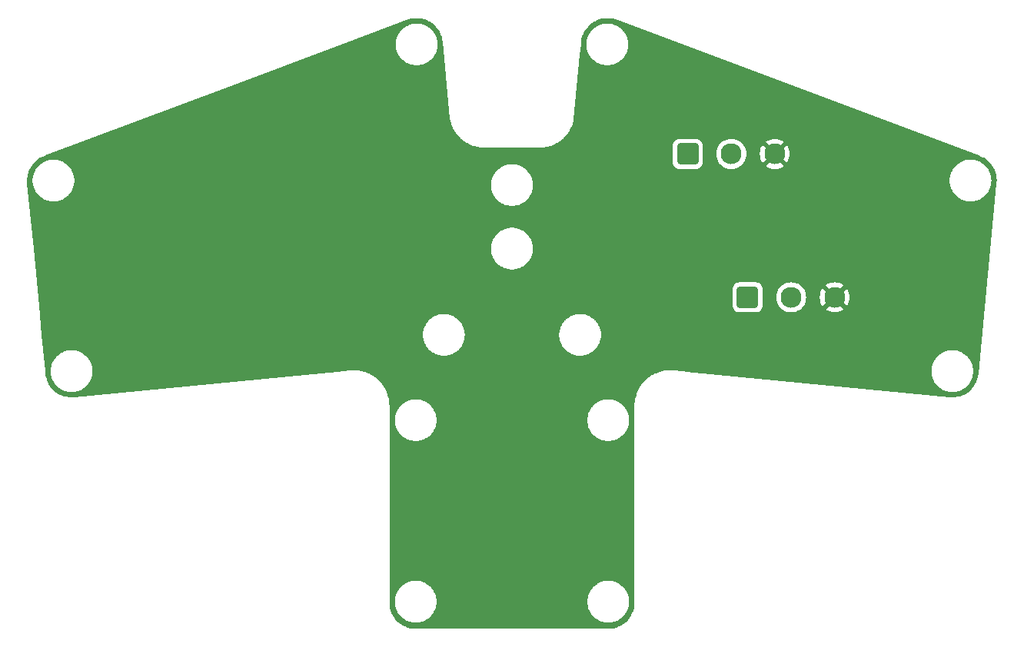
<source format=gbl>
G04 #@! TF.GenerationSoftware,KiCad,Pcbnew,7.0.8*
G04 #@! TF.CreationDate,2023-10-23T18:30:09+02:00*
G04 #@! TF.ProjectId,LED_Eyes2,4c45445f-4579-4657-9332-2e6b69636164,rev?*
G04 #@! TF.SameCoordinates,Original*
G04 #@! TF.FileFunction,Copper,L2,Bot*
G04 #@! TF.FilePolarity,Positive*
%FSLAX46Y46*%
G04 Gerber Fmt 4.6, Leading zero omitted, Abs format (unit mm)*
G04 Created by KiCad (PCBNEW 7.0.8) date 2023-10-23 18:30:09*
%MOMM*%
%LPD*%
G01*
G04 APERTURE LIST*
G04 Aperture macros list*
%AMRoundRect*
0 Rectangle with rounded corners*
0 $1 Rounding radius*
0 $2 $3 $4 $5 $6 $7 $8 $9 X,Y pos of 4 corners*
0 Add a 4 corners polygon primitive as box body*
4,1,4,$2,$3,$4,$5,$6,$7,$8,$9,$2,$3,0*
0 Add four circle primitives for the rounded corners*
1,1,$1+$1,$2,$3*
1,1,$1+$1,$4,$5*
1,1,$1+$1,$6,$7*
1,1,$1+$1,$8,$9*
0 Add four rect primitives between the rounded corners*
20,1,$1+$1,$2,$3,$4,$5,0*
20,1,$1+$1,$4,$5,$6,$7,0*
20,1,$1+$1,$6,$7,$8,$9,0*
20,1,$1+$1,$8,$9,$2,$3,0*%
G04 Aperture macros list end*
G04 #@! TA.AperFunction,ComponentPad*
%ADD10RoundRect,0.250001X-0.899999X-0.899999X0.899999X-0.899999X0.899999X0.899999X-0.899999X0.899999X0*%
G04 #@! TD*
G04 #@! TA.AperFunction,ComponentPad*
%ADD11C,2.300000*%
G04 #@! TD*
G04 #@! TA.AperFunction,ViaPad*
%ADD12C,0.600000*%
G04 #@! TD*
G04 APERTURE END LIST*
D10*
X166000000Y-102800000D03*
D11*
X170800000Y-102800000D03*
X175600000Y-102800000D03*
D10*
X159400000Y-87000000D03*
D11*
X164200000Y-87000000D03*
X169000000Y-87000000D03*
D12*
X131500000Y-128300000D03*
X178800000Y-93900000D03*
X140300000Y-137300000D03*
X141300000Y-122800000D03*
X166700000Y-91200000D03*
X132300000Y-122700000D03*
X149600000Y-128300000D03*
X141400000Y-113400000D03*
X144200000Y-128200000D03*
X150300000Y-122500000D03*
X169200000Y-97200000D03*
X178300000Y-97600000D03*
X119200000Y-97100000D03*
X141100000Y-131500000D03*
X116100000Y-91500000D03*
X144600000Y-119300000D03*
G04 #@! TA.AperFunction,Conductor*
G36*
X129804326Y-72048126D02*
G01*
X129849162Y-72050473D01*
X129855623Y-72051152D01*
X130148890Y-72097622D01*
X130155223Y-72098968D01*
X130442028Y-72175811D01*
X130448175Y-72177810D01*
X130725458Y-72284296D01*
X130731352Y-72286921D01*
X130995961Y-72421690D01*
X131001585Y-72424937D01*
X131250547Y-72586596D01*
X131255799Y-72590411D01*
X131462557Y-72757863D01*
X131486529Y-72777278D01*
X131491356Y-72781625D01*
X131701365Y-72991675D01*
X131705694Y-72996482D01*
X131891305Y-73225626D01*
X131892559Y-73227174D01*
X131896383Y-73232437D01*
X132058079Y-73481464D01*
X132061311Y-73487061D01*
X132196124Y-73751649D01*
X132198760Y-73757572D01*
X132303730Y-74031067D01*
X132305181Y-74034846D01*
X132307183Y-74041008D01*
X132338485Y-74157806D01*
X132384032Y-74327762D01*
X132385383Y-74334118D01*
X132433643Y-74638835D01*
X132434136Y-74642747D01*
X133233256Y-83166739D01*
X133233509Y-83174007D01*
X133233255Y-83184664D01*
X133241044Y-83249808D01*
X133243786Y-83279053D01*
X133243790Y-83279076D01*
X133244436Y-83281761D01*
X133245714Y-83288881D01*
X133246044Y-83291636D01*
X133246048Y-83291659D01*
X133253659Y-83320064D01*
X133269010Y-83383822D01*
X133272951Y-83393714D01*
X133275242Y-83400616D01*
X133329910Y-83604646D01*
X133331728Y-83612635D01*
X133335737Y-83630253D01*
X133337997Y-83636142D01*
X133340002Y-83642311D01*
X133341638Y-83648416D01*
X133351990Y-83672590D01*
X133472674Y-83986961D01*
X133472675Y-83986963D01*
X133481153Y-84011836D01*
X133484023Y-84017469D01*
X133486661Y-84023393D01*
X133488925Y-84029290D01*
X133488928Y-84029297D01*
X133501735Y-84052228D01*
X133545200Y-84137528D01*
X133654641Y-84352307D01*
X133665655Y-84376127D01*
X133669110Y-84381448D01*
X133672356Y-84387070D01*
X133675239Y-84392728D01*
X133675245Y-84392738D01*
X133684456Y-84405803D01*
X133690360Y-84414178D01*
X133690367Y-84414189D01*
X133873772Y-84696663D01*
X133887238Y-84719238D01*
X133887242Y-84719243D01*
X133891203Y-84724135D01*
X133895020Y-84729389D01*
X133898456Y-84734680D01*
X133915762Y-84754465D01*
X133935493Y-84778832D01*
X134127757Y-85016277D01*
X134143520Y-85037329D01*
X134143523Y-85037332D01*
X134147956Y-85041764D01*
X134152314Y-85046603D01*
X134156263Y-85051481D01*
X134175565Y-85069368D01*
X134413712Y-85307467D01*
X134431538Y-85326709D01*
X134431543Y-85326713D01*
X134435870Y-85330217D01*
X134436478Y-85330710D01*
X134436486Y-85330716D01*
X134441293Y-85335044D01*
X134445804Y-85339553D01*
X134445807Y-85339556D01*
X134445809Y-85339557D01*
X134456435Y-85347509D01*
X134466805Y-85355271D01*
X134728558Y-85567263D01*
X134748346Y-85584573D01*
X134753614Y-85587993D01*
X134758872Y-85591814D01*
X134763759Y-85595772D01*
X134763760Y-85595773D01*
X134786359Y-85609257D01*
X135050331Y-85780662D01*
X135068805Y-85792658D01*
X135090249Y-85807777D01*
X135090251Y-85807778D01*
X135090252Y-85807779D01*
X135095903Y-85810658D01*
X135101516Y-85813898D01*
X135106855Y-85817365D01*
X135130681Y-85828382D01*
X135363837Y-85947203D01*
X135430775Y-85981316D01*
X135453766Y-85994152D01*
X135459619Y-85996397D01*
X135465560Y-85999042D01*
X135471141Y-86001887D01*
X135471144Y-86001888D01*
X135471148Y-86001890D01*
X135496042Y-86010375D01*
X135810517Y-86131049D01*
X135834652Y-86141384D01*
X135840784Y-86143027D01*
X135846943Y-86145027D01*
X135852871Y-86147302D01*
X135878458Y-86153121D01*
X136203734Y-86240271D01*
X136228818Y-86248029D01*
X136234849Y-86248984D01*
X136235081Y-86249021D01*
X136241436Y-86250371D01*
X136247560Y-86252013D01*
X136273619Y-86255128D01*
X136606291Y-86307844D01*
X136632101Y-86312945D01*
X136638375Y-86313273D01*
X136644835Y-86313952D01*
X136651034Y-86314935D01*
X136677341Y-86315312D01*
X136997811Y-86332084D01*
X137003371Y-86332629D01*
X137013601Y-86334100D01*
X137034680Y-86334100D01*
X137037920Y-86334185D01*
X137046955Y-86334657D01*
X137058991Y-86335287D01*
X137069274Y-86334353D01*
X137074875Y-86334100D01*
X143023925Y-86334100D01*
X143029525Y-86334353D01*
X143039809Y-86335287D01*
X143052093Y-86334644D01*
X143060880Y-86334185D01*
X143064120Y-86334100D01*
X143085198Y-86334100D01*
X143085199Y-86334100D01*
X143095424Y-86332629D01*
X143100991Y-86332084D01*
X143421457Y-86315312D01*
X143447766Y-86314935D01*
X143453973Y-86313951D01*
X143460413Y-86313273D01*
X143466698Y-86312945D01*
X143492503Y-86307845D01*
X143825180Y-86255128D01*
X143851240Y-86252013D01*
X143857371Y-86250369D01*
X143863706Y-86249022D01*
X143869982Y-86248029D01*
X143895065Y-86240271D01*
X143925812Y-86232033D01*
X144220325Y-86153125D01*
X144228860Y-86151183D01*
X144245928Y-86147303D01*
X144251853Y-86145028D01*
X144258018Y-86143025D01*
X144264148Y-86141384D01*
X144277143Y-86135819D01*
X144288273Y-86131054D01*
X144602750Y-86010377D01*
X144602756Y-86010375D01*
X144627659Y-86001887D01*
X144633245Y-85999039D01*
X144639184Y-85996395D01*
X144645033Y-85994152D01*
X144668012Y-85981321D01*
X144734960Y-85947203D01*
X144968120Y-85828381D01*
X144981086Y-85822385D01*
X144991945Y-85817365D01*
X144997281Y-85813899D01*
X145002881Y-85810666D01*
X145008551Y-85807777D01*
X145029993Y-85792659D01*
X145312456Y-85609246D01*
X145335041Y-85595772D01*
X145339930Y-85591810D01*
X145345168Y-85588004D01*
X145350455Y-85584573D01*
X145364227Y-85572523D01*
X145370252Y-85567254D01*
X145620255Y-85364778D01*
X145631994Y-85355271D01*
X145652996Y-85339553D01*
X145657508Y-85335040D01*
X145662302Y-85330724D01*
X145667260Y-85326710D01*
X145685087Y-85307467D01*
X145923234Y-85069368D01*
X145942535Y-85051483D01*
X145946488Y-85046598D01*
X145950834Y-85041772D01*
X145955278Y-85037331D01*
X145971040Y-85016279D01*
X145971042Y-85016277D01*
X146183056Y-84754443D01*
X146200338Y-84734686D01*
X146200338Y-84734685D01*
X146200344Y-84734679D01*
X146203780Y-84729386D01*
X146207576Y-84724160D01*
X146211561Y-84719240D01*
X146225040Y-84696642D01*
X146408431Y-84414189D01*
X146423560Y-84392730D01*
X146426449Y-84387058D01*
X146429689Y-84381448D01*
X146433144Y-84376128D01*
X146444153Y-84352315D01*
X146597064Y-84052228D01*
X146609872Y-84029297D01*
X146612140Y-84023386D01*
X146614767Y-84017484D01*
X146617647Y-84011836D01*
X146626124Y-83986962D01*
X146746809Y-83672590D01*
X146757162Y-83648415D01*
X146758798Y-83642306D01*
X146760804Y-83636136D01*
X146763062Y-83630255D01*
X146768889Y-83604646D01*
X146823559Y-83400607D01*
X146825845Y-83393720D01*
X146829785Y-83383827D01*
X146829790Y-83383820D01*
X146842888Y-83329419D01*
X146845141Y-83320063D01*
X146849358Y-83304319D01*
X146852752Y-83291656D01*
X146853081Y-83288897D01*
X146854362Y-83281761D01*
X146855013Y-83279059D01*
X146857755Y-83249809D01*
X146865544Y-83184663D01*
X146865542Y-83184655D01*
X146865289Y-83174010D01*
X146865543Y-83166738D01*
X147532511Y-76052365D01*
X147636497Y-74943174D01*
X148247712Y-74943174D01*
X148250083Y-74969311D01*
X148258935Y-75138459D01*
X148259312Y-75164740D01*
X148259313Y-75164759D01*
X148260297Y-75170969D01*
X148260975Y-75177416D01*
X148261304Y-75183707D01*
X148266404Y-75209520D01*
X148292902Y-75376793D01*
X148296027Y-75402907D01*
X148297660Y-75409000D01*
X148299008Y-75415343D01*
X148299992Y-75421550D01*
X148299996Y-75421570D01*
X148307757Y-75446670D01*
X148351584Y-75610166D01*
X148357404Y-75635742D01*
X148359675Y-75641658D01*
X148361678Y-75647823D01*
X148363325Y-75653966D01*
X148373668Y-75678113D01*
X148434324Y-75836130D01*
X148442800Y-75861006D01*
X148445675Y-75866649D01*
X148448313Y-75872574D01*
X148450580Y-75878479D01*
X148463379Y-75901399D01*
X148540269Y-76052321D01*
X148551302Y-76076175D01*
X148551304Y-76076179D01*
X148554733Y-76081459D01*
X148557979Y-76087081D01*
X148560837Y-76092692D01*
X148560840Y-76092697D01*
X148560842Y-76092700D01*
X148560928Y-76092822D01*
X148575993Y-76114196D01*
X148668220Y-76256208D01*
X148681701Y-76278800D01*
X148682433Y-76279703D01*
X148685664Y-76283693D01*
X148689480Y-76288944D01*
X148692907Y-76294221D01*
X148710217Y-76314007D01*
X148816750Y-76445532D01*
X148832422Y-76466480D01*
X148836967Y-76471028D01*
X148841296Y-76475837D01*
X148845342Y-76480832D01*
X148845351Y-76480842D01*
X148864552Y-76498629D01*
X148984308Y-76618458D01*
X149002274Y-76637835D01*
X149002288Y-76637849D01*
X149007055Y-76641706D01*
X149011904Y-76646072D01*
X149016238Y-76650408D01*
X149016244Y-76650413D01*
X149016253Y-76650422D01*
X149033148Y-76663077D01*
X149037372Y-76666242D01*
X149037402Y-76666264D01*
X149168980Y-76772745D01*
X149188608Y-76789931D01*
X149192565Y-76792503D01*
X149194074Y-76793484D01*
X149199292Y-76797275D01*
X149204366Y-76801381D01*
X149212736Y-76806370D01*
X149226775Y-76814741D01*
X149368760Y-76907031D01*
X149385927Y-76919127D01*
X149390350Y-76922244D01*
X149395832Y-76925035D01*
X149401480Y-76928298D01*
X149406637Y-76931651D01*
X149406644Y-76931653D01*
X149430627Y-76942757D01*
X149581599Y-77019645D01*
X149604526Y-77032447D01*
X149610467Y-77034727D01*
X149616362Y-77037350D01*
X149622030Y-77040237D01*
X149646868Y-77048696D01*
X149804852Y-77109325D01*
X149822899Y-77117058D01*
X149828922Y-77119639D01*
X149833398Y-77120839D01*
X149835110Y-77121299D01*
X149841265Y-77123299D01*
X149844656Y-77124600D01*
X149847260Y-77125599D01*
X149860027Y-77128502D01*
X149872794Y-77131406D01*
X150036365Y-77175279D01*
X150061639Y-77183083D01*
X150067702Y-77184040D01*
X150074098Y-77185399D01*
X150080016Y-77186987D01*
X150080023Y-77186987D01*
X150080024Y-77186988D01*
X150106248Y-77190130D01*
X150273536Y-77216558D01*
X150299159Y-77221628D01*
X150305626Y-77221968D01*
X150312046Y-77222641D01*
X150318460Y-77223655D01*
X150335876Y-77223896D01*
X150344584Y-77224017D01*
X150513668Y-77232912D01*
X150513687Y-77232913D01*
X150539956Y-77235290D01*
X150546160Y-77234963D01*
X150552650Y-77234963D01*
X150558858Y-77235290D01*
X150585135Y-77232912D01*
X150754136Y-77224017D01*
X150780240Y-77223655D01*
X150786658Y-77222640D01*
X150793065Y-77221968D01*
X150799555Y-77221627D01*
X150820163Y-77217548D01*
X150825182Y-77216555D01*
X150992427Y-77190134D01*
X150996795Y-77189610D01*
X151018644Y-77186995D01*
X151024576Y-77185403D01*
X151030976Y-77184044D01*
X151032360Y-77183825D01*
X151037061Y-77183083D01*
X151062310Y-77175286D01*
X151225929Y-77131414D01*
X151251490Y-77125602D01*
X151257465Y-77123308D01*
X151263629Y-77121306D01*
X151269799Y-77119652D01*
X151269800Y-77119651D01*
X151269802Y-77119651D01*
X151293876Y-77109336D01*
X151353495Y-77086457D01*
X151451883Y-77048703D01*
X151476717Y-77040247D01*
X151482393Y-77037355D01*
X151488287Y-77034733D01*
X151494236Y-77032451D01*
X151517153Y-77019655D01*
X151668166Y-76942754D01*
X151692151Y-76931651D01*
X151697297Y-76928305D01*
X151702946Y-76925043D01*
X151708419Y-76922257D01*
X151730032Y-76907028D01*
X151872028Y-76814730D01*
X151894465Y-76801353D01*
X151899523Y-76797258D01*
X151904732Y-76793472D01*
X151910182Y-76789931D01*
X151929822Y-76772733D01*
X152061384Y-76666243D01*
X152082536Y-76650397D01*
X152086901Y-76646027D01*
X152091729Y-76641681D01*
X152096517Y-76637806D01*
X152114474Y-76618434D01*
X152234196Y-76498622D01*
X152253365Y-76480868D01*
X152256327Y-76477209D01*
X152257437Y-76475841D01*
X152261766Y-76471032D01*
X152262908Y-76469888D01*
X152266344Y-76466451D01*
X152269414Y-76462345D01*
X152282001Y-76445519D01*
X152388517Y-76314035D01*
X152388518Y-76314034D01*
X152405866Y-76294204D01*
X152409283Y-76288940D01*
X152413087Y-76283705D01*
X152417034Y-76278834D01*
X152430520Y-76256237D01*
X152522736Y-76114227D01*
X152537834Y-76092822D01*
X152540737Y-76087124D01*
X152543973Y-76081522D01*
X152547459Y-76076156D01*
X152552066Y-76066192D01*
X152558461Y-76052364D01*
X152635398Y-75901454D01*
X152635429Y-75901399D01*
X152648251Y-75878436D01*
X152650483Y-75872616D01*
X152653124Y-75866687D01*
X152655955Y-75861135D01*
X152664462Y-75836190D01*
X152725120Y-75678119D01*
X152735430Y-75654064D01*
X152737100Y-75647837D01*
X152739086Y-75641722D01*
X152741402Y-75635690D01*
X152747204Y-75610174D01*
X152791068Y-75446675D01*
X152791078Y-75446639D01*
X152798818Y-75421570D01*
X152798883Y-75421361D01*
X152799840Y-75415301D01*
X152801195Y-75408926D01*
X152802782Y-75403012D01*
X152805929Y-75376755D01*
X152832358Y-75209463D01*
X152837428Y-75183841D01*
X152837768Y-75177364D01*
X152838442Y-75170948D01*
X152839455Y-75164540D01*
X152839817Y-75138414D01*
X152848713Y-74969310D01*
X152851090Y-74943043D01*
X152850763Y-74936838D01*
X152850763Y-74930339D01*
X152851090Y-74924142D01*
X152848712Y-74897865D01*
X152839817Y-74728863D01*
X152839455Y-74702760D01*
X152838441Y-74696346D01*
X152837768Y-74689927D01*
X152837760Y-74689793D01*
X152837427Y-74683445D01*
X152832355Y-74657817D01*
X152829661Y-74640767D01*
X152805934Y-74490573D01*
X152802807Y-74464458D01*
X152802795Y-74464356D01*
X152801201Y-74458415D01*
X152799845Y-74452027D01*
X152798884Y-74445946D01*
X152798884Y-74445944D01*
X152798883Y-74445939D01*
X152795900Y-74436281D01*
X152791086Y-74420687D01*
X152747215Y-74257071D01*
X152744127Y-74243497D01*
X152741402Y-74231510D01*
X152739106Y-74225529D01*
X152737106Y-74219371D01*
X152735452Y-74213201D01*
X152735451Y-74213199D01*
X152725136Y-74189123D01*
X152664462Y-74031009D01*
X152655955Y-74006065D01*
X152653128Y-74000520D01*
X152650481Y-73994576D01*
X152648251Y-73988764D01*
X152648231Y-73988729D01*
X152644460Y-73981974D01*
X152635398Y-73965745D01*
X152558460Y-73814834D01*
X152547459Y-73791044D01*
X152543968Y-73785668D01*
X152540740Y-73780080D01*
X152537834Y-73774378D01*
X152522736Y-73752972D01*
X152430520Y-73610962D01*
X152417034Y-73588366D01*
X152417030Y-73588361D01*
X152417029Y-73588359D01*
X152413098Y-73583507D01*
X152409276Y-73578248D01*
X152405866Y-73572996D01*
X152388518Y-73553165D01*
X152334978Y-73487075D01*
X152281931Y-73421593D01*
X152266223Y-73400611D01*
X152266222Y-73400610D01*
X152266220Y-73400607D01*
X152261707Y-73396094D01*
X152257379Y-73391287D01*
X152253365Y-73386332D01*
X152246794Y-73380246D01*
X152234116Y-73368503D01*
X152114488Y-73248874D01*
X152096673Y-73229639D01*
X152096669Y-73229636D01*
X152096668Y-73229635D01*
X152091716Y-73225623D01*
X152086905Y-73221291D01*
X152084647Y-73219033D01*
X152082400Y-73216785D01*
X152082394Y-73216780D01*
X152082393Y-73216779D01*
X152061396Y-73201061D01*
X151929823Y-73094472D01*
X151910004Y-73077134D01*
X151909989Y-73077124D01*
X151904749Y-73073721D01*
X151899488Y-73069897D01*
X151897573Y-73068346D01*
X151894635Y-73065966D01*
X151872029Y-73052474D01*
X151785816Y-72996490D01*
X151730041Y-72960271D01*
X151708621Y-72945164D01*
X151705275Y-72943459D01*
X151702920Y-72942259D01*
X151697315Y-72939021D01*
X151691956Y-72935541D01*
X151668169Y-72924541D01*
X151517264Y-72847606D01*
X151494236Y-72834749D01*
X151494233Y-72834748D01*
X151494230Y-72834746D01*
X151494228Y-72834745D01*
X151488418Y-72832515D01*
X151482478Y-72829870D01*
X151476942Y-72827049D01*
X151476939Y-72827047D01*
X151475354Y-72826506D01*
X151452001Y-72818542D01*
X151412470Y-72803372D01*
X151293881Y-72757864D01*
X151269797Y-72747547D01*
X151269792Y-72747545D01*
X151263614Y-72745888D01*
X151257473Y-72743892D01*
X151251498Y-72741600D01*
X151251490Y-72741597D01*
X151225930Y-72735785D01*
X151062311Y-72691913D01*
X151037061Y-72684116D01*
X151037053Y-72684115D01*
X151030962Y-72683152D01*
X151024586Y-72681798D01*
X151018639Y-72680203D01*
X150992426Y-72677065D01*
X150825182Y-72650644D01*
X150818774Y-72649376D01*
X150799555Y-72645573D01*
X150798188Y-72645500D01*
X150793058Y-72645230D01*
X150786654Y-72644557D01*
X150780254Y-72643546D01*
X150780240Y-72643545D01*
X150754136Y-72643182D01*
X150585135Y-72634287D01*
X150585124Y-72634286D01*
X150558856Y-72631909D01*
X150552655Y-72632235D01*
X150546156Y-72632235D01*
X150539956Y-72631909D01*
X150515866Y-72634088D01*
X150513687Y-72634286D01*
X150395719Y-72640492D01*
X150344585Y-72643182D01*
X150318460Y-72643544D01*
X150312038Y-72644558D01*
X150305628Y-72645231D01*
X150299162Y-72645571D01*
X150299161Y-72645571D01*
X150273536Y-72650641D01*
X150106248Y-72677069D01*
X150080013Y-72680213D01*
X150080010Y-72680214D01*
X150074091Y-72681801D01*
X150067716Y-72683155D01*
X150061655Y-72684113D01*
X150061636Y-72684117D01*
X150036365Y-72691920D01*
X149872797Y-72735792D01*
X149847258Y-72741601D01*
X149847242Y-72741606D01*
X149841261Y-72743901D01*
X149835125Y-72745895D01*
X149828933Y-72747557D01*
X149828920Y-72747561D01*
X149804853Y-72757874D01*
X149646765Y-72818542D01*
X149621813Y-72827054D01*
X149621799Y-72827060D01*
X149616258Y-72829884D01*
X149610335Y-72832522D01*
X149604527Y-72834752D01*
X149604523Y-72834754D01*
X149591922Y-72841789D01*
X149581498Y-72847610D01*
X149430603Y-72924549D01*
X149423963Y-72927619D01*
X149406831Y-72935541D01*
X149401454Y-72939033D01*
X149395859Y-72942264D01*
X149390149Y-72945176D01*
X149368742Y-72960276D01*
X149226775Y-73052463D01*
X149204202Y-73065933D01*
X149204193Y-73065939D01*
X149199314Y-73069891D01*
X149194069Y-73073702D01*
X149188787Y-73077132D01*
X149168981Y-73094459D01*
X149037391Y-73201039D01*
X149016398Y-73216752D01*
X149011893Y-73221255D01*
X149007086Y-73225584D01*
X149002135Y-73229594D01*
X149002125Y-73229603D01*
X148984298Y-73248846D01*
X148864612Y-73368514D01*
X148845345Y-73386363D01*
X148845341Y-73386368D01*
X148841356Y-73391287D01*
X148837027Y-73396094D01*
X148832544Y-73400576D01*
X148816809Y-73421593D01*
X148816799Y-73421606D01*
X148710221Y-73553189D01*
X148710219Y-73553191D01*
X148692907Y-73572979D01*
X148692902Y-73572985D01*
X148689476Y-73578259D01*
X148685672Y-73583494D01*
X148681709Y-73588388D01*
X148681696Y-73588406D01*
X148668219Y-73610991D01*
X148575993Y-73753004D01*
X148560840Y-73774501D01*
X148557974Y-73780126D01*
X148554736Y-73785734D01*
X148551306Y-73791017D01*
X148551303Y-73791022D01*
X148543076Y-73808810D01*
X148540270Y-73814877D01*
X148463379Y-73965800D01*
X148461901Y-73968447D01*
X148450580Y-73988720D01*
X148450576Y-73988729D01*
X148448308Y-73994635D01*
X148445677Y-74000545D01*
X148442802Y-74006188D01*
X148442798Y-74006198D01*
X148437737Y-74021051D01*
X148434325Y-74031068D01*
X148385676Y-74157806D01*
X148373652Y-74189129D01*
X148363304Y-74213298D01*
X148363301Y-74213304D01*
X148361668Y-74219399D01*
X148359669Y-74225554D01*
X148357402Y-74231461D01*
X148351574Y-74257076D01*
X148344312Y-74284184D01*
X148307747Y-74420664D01*
X148305259Y-74428708D01*
X148299994Y-74445734D01*
X148299001Y-74452000D01*
X148297656Y-74458326D01*
X148296014Y-74464456D01*
X148292897Y-74490538D01*
X148292896Y-74490545D01*
X148266404Y-74657785D01*
X148265384Y-74662943D01*
X148261307Y-74683573D01*
X148260977Y-74689873D01*
X148260299Y-74696323D01*
X148259312Y-74702553D01*
X148259125Y-74715600D01*
X148258936Y-74728841D01*
X148250085Y-74897861D01*
X148247712Y-74924011D01*
X148248044Y-74930359D01*
X148248044Y-74936826D01*
X148247712Y-74943173D01*
X148247712Y-74943174D01*
X147636497Y-74943174D01*
X147664665Y-74642715D01*
X147665155Y-74638827D01*
X147713415Y-74334110D01*
X147714760Y-74327787D01*
X147791620Y-74040990D01*
X147793609Y-74034868D01*
X147900034Y-73757579D01*
X147902675Y-73751648D01*
X147947767Y-73663150D01*
X148037486Y-73487065D01*
X148040728Y-73481452D01*
X148202423Y-73232424D01*
X148206226Y-73227190D01*
X148393113Y-72996471D01*
X148397427Y-72991680D01*
X148607446Y-72781620D01*
X148612258Y-72777287D01*
X148843008Y-72590404D01*
X148848251Y-72586596D01*
X149097217Y-72424935D01*
X149102833Y-72421692D01*
X149367453Y-72286917D01*
X149373332Y-72284299D01*
X149650629Y-72177808D01*
X149656764Y-72175813D01*
X149943582Y-72098966D01*
X149949900Y-72097623D01*
X150243168Y-72051152D01*
X150249629Y-72050473D01*
X150314584Y-72047073D01*
X150546156Y-72034954D01*
X150552642Y-72034954D01*
X150849161Y-72050473D01*
X150855626Y-72051152D01*
X151148877Y-72097621D01*
X151155201Y-72098966D01*
X151444100Y-72176381D01*
X151449816Y-72178215D01*
X191422494Y-87167969D01*
X191725433Y-87284296D01*
X191731350Y-87286930D01*
X191995972Y-87421703D01*
X192001600Y-87424951D01*
X192250549Y-87586580D01*
X192255819Y-87590409D01*
X192486486Y-87777278D01*
X192491291Y-87781605D01*
X192701393Y-87991707D01*
X192705721Y-87996513D01*
X192892587Y-88227176D01*
X192896416Y-88232446D01*
X193058050Y-88481403D01*
X193061298Y-88487030D01*
X193196069Y-88751647D01*
X193198703Y-88757564D01*
X193305183Y-89034863D01*
X193307192Y-89041044D01*
X193384029Y-89327784D01*
X193385379Y-89334133D01*
X193431845Y-89627370D01*
X193432525Y-89633837D01*
X193448045Y-89930352D01*
X193448045Y-89936837D01*
X193434138Y-90202558D01*
X193431541Y-90252187D01*
X191437851Y-111185937D01*
X191434213Y-111224132D01*
X191433728Y-111227958D01*
X191385376Y-111533090D01*
X191384027Y-111539435D01*
X191307191Y-111826210D01*
X191305184Y-111832387D01*
X191198708Y-112109644D01*
X191196074Y-112115559D01*
X191061313Y-112380151D01*
X191058063Y-112385781D01*
X190896402Y-112634747D01*
X190892581Y-112640007D01*
X190705720Y-112870729D01*
X190701373Y-112875556D01*
X190491323Y-113085565D01*
X190486508Y-113089901D01*
X190255824Y-113276759D01*
X190250560Y-113280584D01*
X190001546Y-113442270D01*
X189995926Y-113445515D01*
X189731350Y-113580323D01*
X189725415Y-113582965D01*
X189448152Y-113689381D01*
X189441984Y-113691384D01*
X189352598Y-113715340D01*
X189155225Y-113768235D01*
X189148870Y-113769586D01*
X188855631Y-113816028D01*
X188849174Y-113816707D01*
X188552648Y-113832251D01*
X188546152Y-113832251D01*
X188232802Y-113815825D01*
X188230027Y-113815617D01*
X160156706Y-111076752D01*
X160133815Y-111072316D01*
X160121363Y-111068660D01*
X160121361Y-111068660D01*
X160076776Y-111068660D01*
X160070755Y-111068367D01*
X160068916Y-111068187D01*
X160062375Y-111067549D01*
X160062359Y-111067549D01*
X160053445Y-111067955D01*
X160039380Y-111068596D01*
X160036588Y-111068660D01*
X160002061Y-111068660D01*
X159995888Y-111068352D01*
X158742946Y-110943057D01*
X186247709Y-110943057D01*
X186250086Y-110969312D01*
X186258982Y-111138385D01*
X186259344Y-111164501D01*
X186260358Y-111170921D01*
X186261031Y-111177335D01*
X186261371Y-111183804D01*
X186261793Y-111185936D01*
X186266443Y-111209435D01*
X186288962Y-111351971D01*
X186292866Y-111376677D01*
X186296005Y-111402899D01*
X186296006Y-111402903D01*
X186297600Y-111408847D01*
X186298953Y-111415220D01*
X186299915Y-111421307D01*
X186299919Y-111421319D01*
X186307713Y-111446560D01*
X186348861Y-111600014D01*
X186351589Y-111610185D01*
X186357401Y-111635741D01*
X186359688Y-111641698D01*
X186361692Y-111647862D01*
X186363348Y-111654041D01*
X186373668Y-111678128D01*
X186434302Y-111836127D01*
X186442761Y-111860967D01*
X186445640Y-111866620D01*
X186448272Y-111872533D01*
X186450552Y-111878472D01*
X186450556Y-111878480D01*
X186463354Y-111901400D01*
X186540246Y-112052381D01*
X186551346Y-112076356D01*
X186551349Y-112076361D01*
X186554696Y-112081511D01*
X186557959Y-112087159D01*
X186560753Y-112092645D01*
X186560758Y-112092653D01*
X186560899Y-112092853D01*
X186575975Y-112114247D01*
X186652783Y-112232414D01*
X186668258Y-112256222D01*
X186681618Y-112278632D01*
X186681620Y-112278635D01*
X186685726Y-112283710D01*
X186689512Y-112288920D01*
X186693068Y-112294391D01*
X186710254Y-112314019D01*
X186816735Y-112445597D01*
X186832576Y-112466745D01*
X186832577Y-112466746D01*
X186832578Y-112466747D01*
X186836387Y-112470554D01*
X186836924Y-112471090D01*
X186841296Y-112475946D01*
X186845155Y-112480716D01*
X186845160Y-112480721D01*
X186864539Y-112498690D01*
X186918133Y-112552250D01*
X186984369Y-112618446D01*
X186998940Y-112634175D01*
X187002153Y-112637644D01*
X187002162Y-112637653D01*
X187007166Y-112641706D01*
X187011968Y-112646029D01*
X187016519Y-112650578D01*
X187016526Y-112650583D01*
X187037466Y-112666249D01*
X187143995Y-112752533D01*
X187168989Y-112772778D01*
X187188778Y-112790092D01*
X187190286Y-112791071D01*
X187194050Y-112793516D01*
X187199309Y-112797337D01*
X187204199Y-112801298D01*
X187226786Y-112814776D01*
X187368818Y-112907015D01*
X187390300Y-112922158D01*
X187395925Y-112925024D01*
X187401534Y-112928262D01*
X187406824Y-112931698D01*
X187430685Y-112942733D01*
X187504705Y-112980443D01*
X187581584Y-113019612D01*
X187598299Y-113028946D01*
X187604519Y-113032420D01*
X187610443Y-113034694D01*
X187616354Y-113037326D01*
X187621995Y-113040200D01*
X187646847Y-113048667D01*
X187804911Y-113109341D01*
X187829030Y-113119673D01*
X187829031Y-113119673D01*
X187829033Y-113119674D01*
X187835180Y-113121321D01*
X187841329Y-113123320D01*
X187847262Y-113125598D01*
X187868109Y-113130340D01*
X187872852Y-113131420D01*
X187962071Y-113155336D01*
X188036323Y-113175240D01*
X188061434Y-113183005D01*
X188067652Y-113183989D01*
X188073996Y-113185338D01*
X188080090Y-113186972D01*
X188080093Y-113186972D01*
X188080095Y-113186973D01*
X188106201Y-113190096D01*
X188189846Y-113203346D01*
X188273490Y-113216596D01*
X188299291Y-113221695D01*
X188305581Y-113222023D01*
X188312031Y-113222701D01*
X188318250Y-113223687D01*
X188344541Y-113224063D01*
X188513688Y-113232916D01*
X188516584Y-113233178D01*
X188539823Y-113235287D01*
X188546179Y-113234954D01*
X188552631Y-113234954D01*
X188558991Y-113235287D01*
X188585138Y-113232914D01*
X188754158Y-113224063D01*
X188780449Y-113223687D01*
X188786670Y-113222701D01*
X188793125Y-113222022D01*
X188799423Y-113221693D01*
X188825214Y-113216595D01*
X188992454Y-113190103D01*
X189018543Y-113186985D01*
X189024671Y-113185342D01*
X189031008Y-113183995D01*
X189037265Y-113183005D01*
X189062335Y-113175252D01*
X189062380Y-113175240D01*
X189225921Y-113131426D01*
X189237680Y-113128749D01*
X189251538Y-113125597D01*
X189257430Y-113123334D01*
X189263592Y-113121332D01*
X189269702Y-113119696D01*
X189293870Y-113109347D01*
X189451931Y-113048674D01*
X189476805Y-113040200D01*
X189482440Y-113037328D01*
X189488379Y-113034684D01*
X189494281Y-113032419D01*
X189494283Y-113032418D01*
X189517200Y-113019620D01*
X189668122Y-112942729D01*
X189691975Y-112931698D01*
X189697263Y-112928263D01*
X189702885Y-112925018D01*
X189702891Y-112925015D01*
X189708500Y-112922158D01*
X189720610Y-112913621D01*
X189729997Y-112907006D01*
X189872008Y-112814779D01*
X189872013Y-112814776D01*
X189894601Y-112801298D01*
X189899503Y-112797326D01*
X189904742Y-112793520D01*
X189910022Y-112790092D01*
X189929807Y-112772781D01*
X190061393Y-112666200D01*
X190082422Y-112650456D01*
X190086914Y-112645961D01*
X190091697Y-112641653D01*
X190096638Y-112637653D01*
X190114484Y-112618388D01*
X190234153Y-112498701D01*
X190253400Y-112480871D01*
X190257419Y-112475907D01*
X190261740Y-112471110D01*
X190266245Y-112466605D01*
X190281959Y-112445609D01*
X190281971Y-112445595D01*
X190308570Y-112412754D01*
X190388540Y-112314018D01*
X190405866Y-112294214D01*
X190409296Y-112288931D01*
X190413100Y-112283694D01*
X190417063Y-112278803D01*
X190430535Y-112256224D01*
X190522723Y-112114257D01*
X190537822Y-112092853D01*
X190540735Y-112087137D01*
X190543966Y-112081543D01*
X190547459Y-112076166D01*
X190558450Y-112052396D01*
X190597058Y-111976677D01*
X190635389Y-111901502D01*
X190640807Y-111891797D01*
X190648247Y-111878474D01*
X190650476Y-111872664D01*
X190653126Y-111866715D01*
X190655945Y-111861188D01*
X190662991Y-111840533D01*
X190664460Y-111836227D01*
X190713130Y-111709400D01*
X190725134Y-111678121D01*
X190735450Y-111654045D01*
X190737109Y-111647855D01*
X190739100Y-111641729D01*
X190741399Y-111635740D01*
X190741402Y-111635727D01*
X190747211Y-111610185D01*
X190786992Y-111461831D01*
X190791088Y-111446555D01*
X190798882Y-111421315D01*
X190799842Y-111415236D01*
X190801196Y-111408858D01*
X190802794Y-111402901D01*
X190805934Y-111376676D01*
X190832356Y-111209435D01*
X190837428Y-111183807D01*
X190837769Y-111177312D01*
X190838441Y-111170918D01*
X190839455Y-111164504D01*
X190839817Y-111138384D01*
X190848713Y-110969313D01*
X190851090Y-110943049D01*
X190850763Y-110936843D01*
X190850763Y-110930349D01*
X190851090Y-110924148D01*
X190848712Y-110897874D01*
X190839817Y-110728840D01*
X190839455Y-110702720D01*
X190838440Y-110696298D01*
X190837767Y-110689883D01*
X190837427Y-110683410D01*
X190832357Y-110657791D01*
X190805933Y-110490526D01*
X190802790Y-110464289D01*
X190801192Y-110458334D01*
X190799846Y-110451995D01*
X190798883Y-110445899D01*
X190791083Y-110420640D01*
X190747211Y-110257055D01*
X190741402Y-110231510D01*
X190739095Y-110225498D01*
X190737104Y-110219371D01*
X190735443Y-110213175D01*
X190725132Y-110189113D01*
X190664462Y-110031009D01*
X190655955Y-110006065D01*
X190653128Y-110000520D01*
X190650481Y-109994576D01*
X190648251Y-109988764D01*
X190635398Y-109965745D01*
X190558460Y-109814834D01*
X190547459Y-109791044D01*
X190543968Y-109785668D01*
X190540740Y-109780080D01*
X190537834Y-109774378D01*
X190522736Y-109752972D01*
X190430520Y-109610962D01*
X190417135Y-109588535D01*
X190417036Y-109588369D01*
X190417029Y-109588359D01*
X190413098Y-109583507D01*
X190409276Y-109578248D01*
X190405866Y-109572996D01*
X190388518Y-109553165D01*
X190371507Y-109532167D01*
X190281931Y-109421593D01*
X190266223Y-109400611D01*
X190266222Y-109400610D01*
X190266220Y-109400607D01*
X190261711Y-109396098D01*
X190257379Y-109391287D01*
X190253365Y-109386332D01*
X190234115Y-109368502D01*
X190114489Y-109248875D01*
X190113528Y-109247837D01*
X190096673Y-109229639D01*
X190096669Y-109229636D01*
X190096667Y-109229634D01*
X190091716Y-109225623D01*
X190086905Y-109221291D01*
X190084647Y-109219033D01*
X190082400Y-109216785D01*
X190082394Y-109216780D01*
X190082393Y-109216779D01*
X190061396Y-109201061D01*
X190061319Y-109200999D01*
X189968246Y-109125599D01*
X189929823Y-109094472D01*
X189910004Y-109077134D01*
X189909989Y-109077124D01*
X189904749Y-109073721D01*
X189899488Y-109069897D01*
X189897573Y-109068346D01*
X189894635Y-109065966D01*
X189872029Y-109052474D01*
X189866211Y-109048696D01*
X189730041Y-108960271D01*
X189708621Y-108945164D01*
X189703897Y-108942757D01*
X189702920Y-108942259D01*
X189697315Y-108939021D01*
X189691956Y-108935541D01*
X189668169Y-108924541D01*
X189517264Y-108847606D01*
X189494236Y-108834749D01*
X189494233Y-108834748D01*
X189494230Y-108834746D01*
X189494228Y-108834745D01*
X189488418Y-108832515D01*
X189482478Y-108829870D01*
X189476942Y-108827049D01*
X189476939Y-108827047D01*
X189475354Y-108826506D01*
X189452001Y-108818542D01*
X189407257Y-108801372D01*
X189293881Y-108757864D01*
X189269797Y-108747547D01*
X189269792Y-108747545D01*
X189263614Y-108745888D01*
X189257473Y-108743892D01*
X189251498Y-108741600D01*
X189251490Y-108741597D01*
X189225930Y-108735785D01*
X189062311Y-108691913D01*
X189037061Y-108684116D01*
X189037053Y-108684115D01*
X189030962Y-108683152D01*
X189024586Y-108681798D01*
X189018639Y-108680203D01*
X188992426Y-108677065D01*
X188825182Y-108650644D01*
X188818774Y-108649376D01*
X188799555Y-108645573D01*
X188798188Y-108645500D01*
X188793058Y-108645230D01*
X188786654Y-108644557D01*
X188780254Y-108643546D01*
X188780240Y-108643545D01*
X188754136Y-108643182D01*
X188585135Y-108634287D01*
X188585124Y-108634286D01*
X188558856Y-108631909D01*
X188552655Y-108632235D01*
X188546156Y-108632235D01*
X188539956Y-108631909D01*
X188515866Y-108634088D01*
X188513687Y-108634286D01*
X188446225Y-108637835D01*
X188344585Y-108643182D01*
X188318460Y-108643544D01*
X188312038Y-108644558D01*
X188305628Y-108645231D01*
X188299162Y-108645571D01*
X188299161Y-108645571D01*
X188279856Y-108649390D01*
X188273536Y-108650641D01*
X188106244Y-108677070D01*
X188079988Y-108680218D01*
X188079984Y-108680218D01*
X188079984Y-108680219D01*
X188074071Y-108681804D01*
X188067697Y-108683159D01*
X188061645Y-108684116D01*
X188061637Y-108684117D01*
X188036360Y-108691921D01*
X187872824Y-108735795D01*
X187847310Y-108741597D01*
X187841292Y-108743906D01*
X187835156Y-108745900D01*
X187828941Y-108747568D01*
X187828933Y-108747571D01*
X187822921Y-108750147D01*
X187804880Y-108757879D01*
X187646809Y-108818537D01*
X187636900Y-108821916D01*
X187621865Y-108827044D01*
X187616311Y-108829875D01*
X187610371Y-108832520D01*
X187604563Y-108834748D01*
X187581546Y-108847600D01*
X187506089Y-108886070D01*
X187430634Y-108924539D01*
X187422491Y-108928305D01*
X187406842Y-108935541D01*
X187401471Y-108939029D01*
X187395873Y-108942261D01*
X187390188Y-108945160D01*
X187390172Y-108945170D01*
X187368772Y-108960263D01*
X187226762Y-109052479D01*
X187204164Y-109065967D01*
X187204154Y-109065974D01*
X187199296Y-109069908D01*
X187194057Y-109073715D01*
X187188809Y-109077124D01*
X187188790Y-109077138D01*
X187168965Y-109094481D01*
X187037480Y-109200999D01*
X187016552Y-109216652D01*
X187016548Y-109216656D01*
X187011956Y-109221244D01*
X187007165Y-109225556D01*
X187003957Y-109228155D01*
X187002133Y-109229634D01*
X187002127Y-109229639D01*
X186984376Y-109248804D01*
X186864565Y-109368525D01*
X186845197Y-109386479D01*
X186845187Y-109386490D01*
X186841317Y-109391270D01*
X186836963Y-109396106D01*
X186832602Y-109400464D01*
X186832600Y-109400466D01*
X186816756Y-109421615D01*
X186710267Y-109553175D01*
X186693070Y-109572815D01*
X186693067Y-109572819D01*
X186689527Y-109578265D01*
X186685742Y-109583474D01*
X186681649Y-109588531D01*
X186681647Y-109588535D01*
X186668269Y-109610971D01*
X186575971Y-109752967D01*
X186572306Y-109758168D01*
X186560747Y-109774574D01*
X186560737Y-109774590D01*
X186557954Y-109780055D01*
X186554697Y-109785695D01*
X186551356Y-109790836D01*
X186551347Y-109790852D01*
X186540244Y-109814834D01*
X186463344Y-109965846D01*
X186450547Y-109988767D01*
X186448269Y-109994703D01*
X186445636Y-110000620D01*
X186442755Y-110006276D01*
X186442755Y-110006277D01*
X186442753Y-110006283D01*
X186434296Y-110031116D01*
X186373669Y-110189107D01*
X186371459Y-110194264D01*
X186363355Y-110213176D01*
X186361694Y-110219371D01*
X186359699Y-110225511D01*
X186357397Y-110231512D01*
X186357397Y-110231514D01*
X186351588Y-110257055D01*
X186311838Y-110405272D01*
X186307716Y-110420641D01*
X186299920Y-110445887D01*
X186299919Y-110445891D01*
X186299917Y-110445899D01*
X186298960Y-110451958D01*
X186298957Y-110451974D01*
X186297602Y-110458352D01*
X186296008Y-110464297D01*
X186292866Y-110490525D01*
X186266442Y-110657795D01*
X186261372Y-110683409D01*
X186261032Y-110689883D01*
X186260359Y-110696298D01*
X186259344Y-110702724D01*
X186258982Y-110728841D01*
X186250087Y-110897874D01*
X186247709Y-110924139D01*
X186247709Y-110924146D01*
X186248035Y-110930349D01*
X186248035Y-110936847D01*
X186247709Y-110943049D01*
X186247709Y-110943057D01*
X158742946Y-110943057D01*
X157881352Y-110856897D01*
X157875501Y-110856029D01*
X157866750Y-110854300D01*
X157844278Y-110853121D01*
X157841361Y-110852899D01*
X157818975Y-110850661D01*
X157810069Y-110851045D01*
X157804150Y-110851018D01*
X157485120Y-110834295D01*
X157458946Y-110831921D01*
X157452644Y-110832252D01*
X157446156Y-110832252D01*
X157439852Y-110831921D01*
X157416289Y-110834058D01*
X157413679Y-110834295D01*
X157077340Y-110851925D01*
X157076924Y-110851930D01*
X157051088Y-110852299D01*
X157051068Y-110852301D01*
X157044821Y-110853290D01*
X157038385Y-110853966D01*
X157032064Y-110854298D01*
X157032050Y-110854300D01*
X157006291Y-110859392D01*
X156839963Y-110885730D01*
X156673635Y-110912068D01*
X156663736Y-110913251D01*
X156647532Y-110915189D01*
X156641444Y-110916820D01*
X156635110Y-110918167D01*
X156628877Y-110919155D01*
X156628867Y-110919157D01*
X156628863Y-110919158D01*
X156628858Y-110919159D01*
X156628856Y-110919160D01*
X156603753Y-110926920D01*
X156278358Y-111014109D01*
X156252750Y-111019936D01*
X156252733Y-111019941D01*
X156246847Y-111022201D01*
X156240682Y-111024204D01*
X156234585Y-111025837D01*
X156234584Y-111025838D01*
X156210416Y-111036187D01*
X156128722Y-111067549D01*
X155896038Y-111156875D01*
X155877502Y-111163191D01*
X155871186Y-111165344D01*
X155871176Y-111165349D01*
X155865537Y-111168221D01*
X155859628Y-111170852D01*
X155853706Y-111173125D01*
X155830768Y-111185936D01*
X155530697Y-111338820D01*
X155506838Y-111349854D01*
X155506823Y-111349862D01*
X155501522Y-111353304D01*
X155495925Y-111356535D01*
X155490299Y-111359402D01*
X155490291Y-111359407D01*
X155468823Y-111374539D01*
X155186280Y-111558018D01*
X155163691Y-111571497D01*
X155163677Y-111571507D01*
X155158804Y-111575454D01*
X155153556Y-111579267D01*
X155148295Y-111582683D01*
X155148291Y-111582686D01*
X155128486Y-111600013D01*
X154866833Y-111811957D01*
X154845850Y-111827660D01*
X154841332Y-111832178D01*
X154836525Y-111836506D01*
X154831554Y-111840533D01*
X154813739Y-111859765D01*
X154575585Y-112097863D01*
X154556290Y-112115739D01*
X154556279Y-112115750D01*
X154552312Y-112120648D01*
X154547980Y-112125459D01*
X154543523Y-112129916D01*
X154527770Y-112150953D01*
X154315739Y-112412754D01*
X154298424Y-112432548D01*
X154298416Y-112432559D01*
X154294995Y-112437827D01*
X154291187Y-112443068D01*
X154287233Y-112447951D01*
X154287231Y-112447954D01*
X154273750Y-112470548D01*
X154090332Y-112753027D01*
X154075226Y-112774453D01*
X154075219Y-112774465D01*
X154072337Y-112780120D01*
X154069101Y-112785725D01*
X154065633Y-112791067D01*
X154065631Y-112791070D01*
X154065631Y-112791071D01*
X154054613Y-112814900D01*
X153901686Y-113114972D01*
X153897022Y-113123326D01*
X153888850Y-113137962D01*
X153886604Y-113143815D01*
X153883963Y-113149747D01*
X153881117Y-113155331D01*
X153874330Y-113175240D01*
X153872625Y-113180241D01*
X153771390Y-113444041D01*
X153751946Y-113494707D01*
X153741613Y-113518838D01*
X153741611Y-113518844D01*
X153739967Y-113524976D01*
X153737972Y-113531118D01*
X153737970Y-113531124D01*
X153735700Y-113537042D01*
X153735699Y-113537044D01*
X153729874Y-113562654D01*
X153642723Y-113887952D01*
X153634969Y-113913023D01*
X153633976Y-113919290D01*
X153632630Y-113925625D01*
X153630984Y-113931770D01*
X153627868Y-113957834D01*
X153575154Y-114290495D01*
X153570056Y-114316292D01*
X153570053Y-114316315D01*
X153569725Y-114322576D01*
X153569048Y-114329023D01*
X153568064Y-114335234D01*
X153567873Y-114348578D01*
X153567687Y-114361542D01*
X153556015Y-114584546D01*
X153550914Y-114682005D01*
X153550368Y-114687580D01*
X153549702Y-114692216D01*
X153548900Y-114697798D01*
X153548900Y-114718879D01*
X153548815Y-114722119D01*
X153547865Y-114740278D01*
X153547713Y-114743191D01*
X153548289Y-114749542D01*
X153548646Y-114753466D01*
X153548900Y-114759075D01*
X153548900Y-136418879D01*
X153548815Y-136422120D01*
X153532525Y-136733361D01*
X153531845Y-136739828D01*
X153485379Y-137033065D01*
X153484029Y-137039414D01*
X153407192Y-137326154D01*
X153405183Y-137332335D01*
X153298703Y-137609634D01*
X153296069Y-137615551D01*
X153161330Y-137880107D01*
X153158074Y-137885747D01*
X152996314Y-138134768D01*
X152992502Y-138140015D01*
X152805685Y-138370718D01*
X152801339Y-138375545D01*
X152591338Y-138585547D01*
X152586513Y-138589891D01*
X152355712Y-138776801D01*
X152350459Y-138780618D01*
X152101575Y-138942260D01*
X152095939Y-138945513D01*
X151831350Y-139080268D01*
X151825434Y-139082902D01*
X151548136Y-139189383D01*
X151541954Y-139191392D01*
X151255214Y-139268229D01*
X151248865Y-139269579D01*
X150955628Y-139316045D01*
X150949161Y-139316725D01*
X150637922Y-139333015D01*
X150634681Y-139333100D01*
X129464119Y-139333100D01*
X129460878Y-139333015D01*
X129149637Y-139316725D01*
X129143170Y-139316045D01*
X128849933Y-139269579D01*
X128843584Y-139268229D01*
X128556844Y-139191392D01*
X128550667Y-139189384D01*
X128483330Y-139163528D01*
X128273369Y-139082904D01*
X128267452Y-139080270D01*
X128002856Y-138945511D01*
X127997240Y-138942269D01*
X127748329Y-138780610D01*
X127743080Y-138776797D01*
X127512285Y-138589891D01*
X127507470Y-138585556D01*
X127297459Y-138375545D01*
X127293113Y-138370718D01*
X127209126Y-138267001D01*
X127106285Y-138140001D01*
X127102484Y-138134768D01*
X126940724Y-137885747D01*
X126937471Y-137880112D01*
X126802730Y-137615550D01*
X126800096Y-137609634D01*
X126763443Y-137514182D01*
X126693612Y-137332328D01*
X126691610Y-137326166D01*
X126614766Y-137039401D01*
X126613421Y-137033077D01*
X126566952Y-136739826D01*
X126566273Y-136733361D01*
X126549985Y-136422121D01*
X126549900Y-136418880D01*
X126549900Y-136343058D01*
X127147710Y-136343058D01*
X127147718Y-136343142D01*
X127150087Y-136369327D01*
X127158982Y-136538422D01*
X127159347Y-136564578D01*
X127159349Y-136564591D01*
X127160357Y-136570972D01*
X127161031Y-136577385D01*
X127161371Y-136583837D01*
X127166444Y-136609476D01*
X127192866Y-136776635D01*
X127196003Y-136802841D01*
X127197606Y-136808819D01*
X127198960Y-136815189D01*
X127199924Y-136821287D01*
X127199926Y-136821297D01*
X127199927Y-136821301D01*
X127203224Y-136831976D01*
X127207714Y-136846516D01*
X127251585Y-137010130D01*
X127257397Y-137035690D01*
X127257400Y-137035698D01*
X127259692Y-137041673D01*
X127261688Y-137047814D01*
X127263345Y-137053992D01*
X127263347Y-137053997D01*
X127273664Y-137078081D01*
X127319172Y-137196670D01*
X127334338Y-137236191D01*
X127334342Y-137236200D01*
X127342847Y-137261139D01*
X127342849Y-137261142D01*
X127345670Y-137266678D01*
X127348315Y-137272618D01*
X127350545Y-137278428D01*
X127350546Y-137278430D01*
X127350548Y-137278433D01*
X127350549Y-137278436D01*
X127363406Y-137301464D01*
X127440341Y-137452369D01*
X127451341Y-137476156D01*
X127454786Y-137481461D01*
X127454819Y-137481511D01*
X127458059Y-137487120D01*
X127459259Y-137489475D01*
X127460964Y-137492821D01*
X127476071Y-137514241D01*
X127568215Y-137656139D01*
X127581648Y-137678667D01*
X127585657Y-137683620D01*
X127589460Y-137688856D01*
X127592927Y-137694195D01*
X127592933Y-137694202D01*
X127592934Y-137694204D01*
X127610201Y-137713942D01*
X127610263Y-137714018D01*
X127716696Y-137845510D01*
X127729420Y-137862507D01*
X127732479Y-137866593D01*
X127736912Y-137871026D01*
X127741256Y-137875852D01*
X127745191Y-137880714D01*
X127745194Y-137880717D01*
X127764497Y-137898611D01*
X127884378Y-138018492D01*
X127902283Y-138037807D01*
X127907090Y-138041698D01*
X127907152Y-138041748D01*
X127911987Y-138046101D01*
X127916407Y-138050521D01*
X127916413Y-138050526D01*
X127916416Y-138050528D01*
X127937475Y-138066292D01*
X128069059Y-138172800D01*
X128084403Y-138186223D01*
X128088796Y-138190066D01*
X128094139Y-138193535D01*
X128099376Y-138197339D01*
X128104335Y-138201353D01*
X128126860Y-138214783D01*
X128268772Y-138306936D01*
X128290178Y-138322034D01*
X128295880Y-138324940D01*
X128301468Y-138328168D01*
X128306844Y-138331659D01*
X128330634Y-138342660D01*
X128481545Y-138419598D01*
X128497774Y-138428660D01*
X128504556Y-138432447D01*
X128504564Y-138432451D01*
X128510380Y-138434683D01*
X128516321Y-138437328D01*
X128521865Y-138440155D01*
X128546809Y-138448662D01*
X128704923Y-138509336D01*
X128729001Y-138519652D01*
X128735174Y-138521307D01*
X128741329Y-138523306D01*
X128747310Y-138525602D01*
X128759297Y-138528327D01*
X128772871Y-138531415D01*
X128936487Y-138575286D01*
X128952081Y-138580100D01*
X128961739Y-138583083D01*
X128962538Y-138583209D01*
X128967827Y-138584045D01*
X128974215Y-138585401D01*
X128980156Y-138586995D01*
X129006356Y-138590132D01*
X129006373Y-138590134D01*
X129173616Y-138616555D01*
X129182010Y-138618216D01*
X129199245Y-138621627D01*
X129205593Y-138621960D01*
X129205727Y-138621968D01*
X129212146Y-138622641D01*
X129218560Y-138623655D01*
X129244663Y-138624017D01*
X129413665Y-138632912D01*
X129439942Y-138635290D01*
X129446148Y-138634963D01*
X129452639Y-138634963D01*
X129458843Y-138635290D01*
X129485110Y-138632913D01*
X129485129Y-138632912D01*
X129654219Y-138624018D01*
X129679649Y-138623662D01*
X129680381Y-138623652D01*
X129686763Y-138622642D01*
X129693195Y-138621966D01*
X129699641Y-138621628D01*
X129719034Y-138617790D01*
X129725276Y-138616555D01*
X129751698Y-138612378D01*
X129892434Y-138590133D01*
X129918644Y-138586995D01*
X129924615Y-138585393D01*
X129930992Y-138584037D01*
X129937101Y-138583073D01*
X129962316Y-138575285D01*
X130125912Y-138531419D01*
X130134425Y-138529483D01*
X130151454Y-138525613D01*
X130157443Y-138523314D01*
X130163605Y-138521312D01*
X130169799Y-138519652D01*
X130193860Y-138509343D01*
X130352028Y-138448662D01*
X130377020Y-138440136D01*
X130382521Y-138437330D01*
X130388479Y-138434677D01*
X130394241Y-138432467D01*
X130409036Y-138424207D01*
X130417296Y-138419597D01*
X130568180Y-138342653D01*
X130591930Y-138331673D01*
X130597331Y-138328165D01*
X130602920Y-138324937D01*
X130608664Y-138322009D01*
X130630048Y-138306923D01*
X130771922Y-138214806D01*
X130794444Y-138201381D01*
X130799412Y-138197359D01*
X130804642Y-138193561D01*
X130810001Y-138190083D01*
X130829733Y-138172822D01*
X130961407Y-138066264D01*
X130982557Y-138050422D01*
X130986907Y-138046068D01*
X130991742Y-138041715D01*
X130996530Y-138037841D01*
X131008039Y-138025426D01*
X131014500Y-138018460D01*
X131134274Y-137898613D01*
X131144249Y-137889370D01*
X131153492Y-137880807D01*
X131157530Y-137875819D01*
X131161863Y-137871007D01*
X131161905Y-137870964D01*
X131166389Y-137866479D01*
X131182072Y-137845514D01*
X131288563Y-137714018D01*
X131305869Y-137694240D01*
X131309317Y-137688931D01*
X131313137Y-137683673D01*
X131317111Y-137678767D01*
X131330559Y-137656225D01*
X131330615Y-137656139D01*
X131422815Y-137514183D01*
X131437871Y-137492823D01*
X131437958Y-137492700D01*
X131440814Y-137487092D01*
X131444054Y-137481480D01*
X131447488Y-137476195D01*
X131447507Y-137476155D01*
X131450749Y-137469141D01*
X131458532Y-137452315D01*
X131535412Y-137301414D01*
X131548220Y-137278481D01*
X131550492Y-137272558D01*
X131553124Y-137266648D01*
X131556000Y-137261005D01*
X131564467Y-137236152D01*
X131577316Y-137202679D01*
X131625151Y-137078062D01*
X131635457Y-137053998D01*
X131635488Y-137053926D01*
X131637125Y-137047814D01*
X131639134Y-137041634D01*
X131641398Y-137035738D01*
X131647226Y-137010121D01*
X131686955Y-136861857D01*
X131691054Y-136846562D01*
X131698817Y-136821457D01*
X131698818Y-136821455D01*
X131699805Y-136815216D01*
X131701158Y-136808857D01*
X131702013Y-136805665D01*
X131702790Y-136802768D01*
X131705909Y-136776682D01*
X131732384Y-136609522D01*
X131737478Y-136583762D01*
X131737809Y-136577426D01*
X131738486Y-136570993D01*
X131739478Y-136564738D01*
X131739853Y-136538473D01*
X131748724Y-136369324D01*
X131751098Y-136343138D01*
X131751098Y-136343137D01*
X148347701Y-136343137D01*
X148349680Y-136364970D01*
X148350075Y-136369324D01*
X148358946Y-136538474D01*
X148359145Y-136552411D01*
X148359321Y-136564729D01*
X148359323Y-136564745D01*
X148360311Y-136570993D01*
X148360988Y-136577429D01*
X148361320Y-136583750D01*
X148361322Y-136583765D01*
X148366414Y-136609521D01*
X148366416Y-136609530D01*
X148392888Y-136776661D01*
X148395185Y-136795877D01*
X148396010Y-136802771D01*
X148396030Y-136802844D01*
X148397641Y-136808857D01*
X148397645Y-136808870D01*
X148398995Y-136815218D01*
X148399983Y-136821458D01*
X148407740Y-136846543D01*
X148451578Y-137010140D01*
X148457402Y-137035738D01*
X148459668Y-137041641D01*
X148461670Y-137047803D01*
X148463310Y-137053923D01*
X148463313Y-137053930D01*
X148473657Y-137078084D01*
X148534324Y-137236130D01*
X148542799Y-137261004D01*
X148545675Y-137266649D01*
X148548313Y-137272574D01*
X148550580Y-137278479D01*
X148550581Y-137278481D01*
X148563379Y-137301399D01*
X148640276Y-137452334D01*
X148651313Y-137476195D01*
X148651317Y-137476201D01*
X148654734Y-137481462D01*
X148657983Y-137487089D01*
X148658007Y-137487137D01*
X148660842Y-137492700D01*
X148675997Y-137514201D01*
X148768229Y-137656207D01*
X148768240Y-137656225D01*
X148781686Y-137678765D01*
X148781688Y-137678767D01*
X148785669Y-137683682D01*
X148789480Y-137688927D01*
X148792931Y-137694240D01*
X148810225Y-137714005D01*
X148810236Y-137714018D01*
X148916729Y-137845518D01*
X148932406Y-137866473D01*
X148932414Y-137866483D01*
X148936942Y-137871014D01*
X148941265Y-137875817D01*
X148945296Y-137880794D01*
X148945303Y-137880801D01*
X148945308Y-137880807D01*
X148964525Y-137898612D01*
X149084297Y-138018457D01*
X149094382Y-138029334D01*
X149102265Y-138037836D01*
X149102278Y-138037849D01*
X149107045Y-138041706D01*
X149111894Y-138046072D01*
X149116228Y-138050408D01*
X149116234Y-138050413D01*
X149116243Y-138050422D01*
X149133138Y-138063077D01*
X149137393Y-138066265D01*
X149137439Y-138066302D01*
X149269066Y-138172822D01*
X149288799Y-138190083D01*
X149294150Y-138193557D01*
X149299394Y-138197365D01*
X149304356Y-138201381D01*
X149310834Y-138205242D01*
X149326877Y-138214807D01*
X149431912Y-138283004D01*
X149468751Y-138306923D01*
X149490136Y-138322009D01*
X149495885Y-138324941D01*
X149501469Y-138328167D01*
X149506870Y-138331673D01*
X149506872Y-138331674D01*
X149530619Y-138342654D01*
X149681504Y-138419598D01*
X149704530Y-138432451D01*
X149704559Y-138432467D01*
X149710142Y-138434609D01*
X149710320Y-138434677D01*
X149716286Y-138437334D01*
X149721782Y-138440137D01*
X149729910Y-138442909D01*
X149746771Y-138448662D01*
X149904941Y-138509344D01*
X149929001Y-138519652D01*
X149929004Y-138519652D01*
X149929007Y-138519654D01*
X149935197Y-138521314D01*
X149941352Y-138523314D01*
X149947340Y-138525611D01*
X149947345Y-138525613D01*
X149972888Y-138531419D01*
X150136482Y-138575285D01*
X150142115Y-138577024D01*
X150161699Y-138583073D01*
X150167808Y-138584038D01*
X150174186Y-138585393D01*
X150180156Y-138586995D01*
X150206365Y-138590133D01*
X150373523Y-138616555D01*
X150399154Y-138621627D01*
X150399155Y-138621627D01*
X150399159Y-138621628D01*
X150405594Y-138621965D01*
X150412026Y-138622640D01*
X150418419Y-138623652D01*
X150431498Y-138623834D01*
X150444579Y-138624018D01*
X150613668Y-138632912D01*
X150613687Y-138632913D01*
X150639956Y-138635290D01*
X150646160Y-138634963D01*
X150652650Y-138634963D01*
X150658858Y-138635290D01*
X150685135Y-138632912D01*
X150854136Y-138624017D01*
X150880240Y-138623655D01*
X150886658Y-138622640D01*
X150893065Y-138621968D01*
X150899555Y-138621627D01*
X150920163Y-138617548D01*
X150925182Y-138616555D01*
X151092427Y-138590134D01*
X151096795Y-138589610D01*
X151118644Y-138586995D01*
X151124576Y-138585403D01*
X151130976Y-138584044D01*
X151132360Y-138583825D01*
X151137061Y-138583083D01*
X151162310Y-138575286D01*
X151325929Y-138531414D01*
X151351490Y-138525602D01*
X151357465Y-138523308D01*
X151363629Y-138521306D01*
X151369799Y-138519652D01*
X151393878Y-138509335D01*
X151551999Y-138448658D01*
X151559748Y-138446015D01*
X151576936Y-138440154D01*
X151582486Y-138437323D01*
X151588396Y-138434691D01*
X151594236Y-138432451D01*
X151607947Y-138424794D01*
X151617263Y-138419594D01*
X151768170Y-138342658D01*
X151785790Y-138334509D01*
X151791956Y-138331659D01*
X151797332Y-138328167D01*
X151802918Y-138324941D01*
X151808623Y-138322034D01*
X151808659Y-138322009D01*
X151811091Y-138320293D01*
X151830040Y-138306928D01*
X151971939Y-138214783D01*
X151994465Y-138201353D01*
X151999418Y-138197343D01*
X152004666Y-138193532D01*
X152004709Y-138193503D01*
X152010004Y-138190066D01*
X152023736Y-138178052D01*
X152029743Y-138172798D01*
X152161309Y-138066303D01*
X152163664Y-138064539D01*
X152182393Y-138050521D01*
X152186832Y-138046080D01*
X152191646Y-138041747D01*
X152196517Y-138037806D01*
X152214411Y-138018502D01*
X152274351Y-137958562D01*
X152334292Y-137898622D01*
X152348175Y-137885752D01*
X152353607Y-137880717D01*
X152357537Y-137875860D01*
X152361900Y-137871013D01*
X152361906Y-137871007D01*
X152366321Y-137866593D01*
X152382092Y-137845524D01*
X152488600Y-137713939D01*
X152505866Y-137694204D01*
X152509332Y-137688866D01*
X152513145Y-137683616D01*
X152517153Y-137678665D01*
X152530583Y-137656139D01*
X152622736Y-137514227D01*
X152637834Y-137492822D01*
X152640737Y-137487124D01*
X152643973Y-137481522D01*
X152647459Y-137476156D01*
X152655674Y-137458390D01*
X152658461Y-137452364D01*
X152735398Y-137301454D01*
X152736861Y-137298834D01*
X152748251Y-137278436D01*
X152750483Y-137272616D01*
X152753124Y-137266687D01*
X152755955Y-137261135D01*
X152764462Y-137236190D01*
X152825136Y-137078076D01*
X152835452Y-137053999D01*
X152837106Y-137047828D01*
X152839108Y-137041665D01*
X152841402Y-137035690D01*
X152847214Y-137010129D01*
X152891085Y-136846516D01*
X152898873Y-136821301D01*
X152899839Y-136815189D01*
X152901195Y-136808807D01*
X152902795Y-136802844D01*
X152905933Y-136776634D01*
X152932346Y-136609531D01*
X152932355Y-136609477D01*
X152933520Y-136603587D01*
X152937428Y-136583841D01*
X152937767Y-136577385D01*
X152938443Y-136570958D01*
X152939428Y-136564733D01*
X152939452Y-136564581D01*
X152939462Y-136563849D01*
X152939818Y-136538419D01*
X152948712Y-136369325D01*
X152951082Y-136343142D01*
X152951090Y-136343058D01*
X152950763Y-136336844D01*
X152950763Y-136330347D01*
X152951090Y-136324142D01*
X152948712Y-136297873D01*
X152943448Y-136197801D01*
X152939818Y-136128780D01*
X152939635Y-136115792D01*
X152939452Y-136102619D01*
X152938440Y-136096220D01*
X152937765Y-136089786D01*
X152937428Y-136083359D01*
X152932355Y-136057723D01*
X152905933Y-135890565D01*
X152902795Y-135864356D01*
X152901192Y-135858379D01*
X152899838Y-135852008D01*
X152898873Y-135845899D01*
X152894388Y-135831378D01*
X152891085Y-135820681D01*
X152847215Y-135657071D01*
X152844127Y-135643497D01*
X152841402Y-135631510D01*
X152839106Y-135625529D01*
X152837106Y-135619371D01*
X152835452Y-135613201D01*
X152835451Y-135613199D01*
X152825136Y-135589123D01*
X152764462Y-135431009D01*
X152755955Y-135406065D01*
X152753128Y-135400520D01*
X152750481Y-135394576D01*
X152748251Y-135388764D01*
X152748231Y-135388729D01*
X152736877Y-135368394D01*
X152735398Y-135365745D01*
X152658460Y-135214834D01*
X152647459Y-135191044D01*
X152643968Y-135185668D01*
X152640740Y-135180080D01*
X152637834Y-135174378D01*
X152622736Y-135152972D01*
X152530583Y-135011060D01*
X152517153Y-134988535D01*
X152513133Y-134983568D01*
X152509332Y-134978334D01*
X152505866Y-134972996D01*
X152502023Y-134968603D01*
X152488600Y-134953259D01*
X152382092Y-134821675D01*
X152366328Y-134800616D01*
X152366326Y-134800613D01*
X152366321Y-134800607D01*
X152361896Y-134796182D01*
X152357548Y-134791352D01*
X152357544Y-134791347D01*
X152353607Y-134786483D01*
X152334292Y-134768578D01*
X152214411Y-134648697D01*
X152196517Y-134629394D01*
X152191646Y-134625451D01*
X152186824Y-134621110D01*
X152182393Y-134616679D01*
X152161310Y-134600897D01*
X152029822Y-134494466D01*
X152010182Y-134477269D01*
X152004725Y-134473721D01*
X151999532Y-134469948D01*
X151994465Y-134465847D01*
X151994463Y-134465845D01*
X151979507Y-134456928D01*
X151972028Y-134452469D01*
X151830032Y-134360171D01*
X151808419Y-134344943D01*
X151808419Y-134344942D01*
X151802948Y-134342156D01*
X151797296Y-134338893D01*
X151792155Y-134335551D01*
X151792151Y-134335549D01*
X151768166Y-134324445D01*
X151617153Y-134247544D01*
X151617151Y-134247543D01*
X151594233Y-134234747D01*
X151588297Y-134232469D01*
X151582382Y-134229837D01*
X151576718Y-134226953D01*
X151551884Y-134218496D01*
X151393879Y-134157864D01*
X151369797Y-134147547D01*
X151369792Y-134147545D01*
X151363614Y-134145888D01*
X151357473Y-134143892D01*
X151351498Y-134141600D01*
X151351490Y-134141597D01*
X151325930Y-134135785D01*
X151162431Y-134091945D01*
X151137322Y-134084177D01*
X151131086Y-134083189D01*
X151124741Y-134081839D01*
X151118653Y-134080207D01*
X151118646Y-134080205D01*
X151118644Y-134080205D01*
X151118641Y-134080204D01*
X151118633Y-134080203D01*
X151092548Y-134077080D01*
X150925176Y-134050548D01*
X150899289Y-134045439D01*
X150893087Y-134045115D01*
X150886620Y-134044436D01*
X150880512Y-134043468D01*
X150880504Y-134043467D01*
X150880502Y-134043467D01*
X150854129Y-134043087D01*
X150685115Y-134034281D01*
X150659124Y-134031916D01*
X150659123Y-134031916D01*
X150659114Y-134031915D01*
X150652627Y-134032253D01*
X150646185Y-134032253D01*
X150639690Y-134031915D01*
X150639689Y-134031915D01*
X150639684Y-134031915D01*
X150617384Y-134033943D01*
X150613667Y-134034282D01*
X150529119Y-134038685D01*
X150444570Y-134043088D01*
X150418152Y-134043470D01*
X150412058Y-134044437D01*
X150405582Y-134045117D01*
X150401917Y-134045308D01*
X150399422Y-134045439D01*
X150399412Y-134045440D01*
X150380044Y-134049262D01*
X150373512Y-134050551D01*
X150206225Y-134077083D01*
X150187709Y-134079300D01*
X150180153Y-134080205D01*
X150180145Y-134080207D01*
X150174038Y-134081844D01*
X150167706Y-134083191D01*
X150161458Y-134084183D01*
X150161445Y-134084185D01*
X150161443Y-134084186D01*
X150161441Y-134084186D01*
X150161434Y-134084188D01*
X150136366Y-134091945D01*
X150136343Y-134091952D01*
X149972888Y-134135780D01*
X149966502Y-134137231D01*
X149947343Y-134141587D01*
X149947341Y-134141588D01*
X149941342Y-134143889D01*
X149935202Y-134145884D01*
X149933299Y-134146395D01*
X149928999Y-134147548D01*
X149912961Y-134154419D01*
X149904941Y-134157855D01*
X149746879Y-134218496D01*
X149746871Y-134218499D01*
X149722001Y-134226971D01*
X149721993Y-134226974D01*
X149716374Y-134229836D01*
X149710455Y-134232470D01*
X149704562Y-134234731D01*
X149704530Y-134234749D01*
X149681599Y-134247549D01*
X149530621Y-134324449D01*
X149519421Y-134329633D01*
X149506677Y-134335533D01*
X149506673Y-134335535D01*
X149501488Y-134338904D01*
X149495859Y-134342155D01*
X149490341Y-134344966D01*
X149490338Y-134344968D01*
X149468754Y-134360178D01*
X149326769Y-134452456D01*
X149304362Y-134465814D01*
X149304348Y-134465824D01*
X149299293Y-134469915D01*
X149294085Y-134473699D01*
X149288620Y-134477251D01*
X149268974Y-134494451D01*
X149137393Y-134600934D01*
X149116238Y-134616781D01*
X149111890Y-134621130D01*
X149107055Y-134625484D01*
X149102277Y-134629351D01*
X149102268Y-134629360D01*
X149092967Y-134639391D01*
X149084297Y-134648742D01*
X148964534Y-134768578D01*
X148964525Y-134768587D01*
X148945306Y-134786394D01*
X148941259Y-134791390D01*
X148936944Y-134796184D01*
X148932415Y-134800715D01*
X148932405Y-134800728D01*
X148916729Y-134821682D01*
X148810225Y-134953194D01*
X148792928Y-134972962D01*
X148792926Y-134972966D01*
X148789482Y-134978268D01*
X148785672Y-134983512D01*
X148781688Y-134988431D01*
X148768229Y-135010992D01*
X148675997Y-135152998D01*
X148660847Y-135174491D01*
X148660835Y-135174511D01*
X148657981Y-135180113D01*
X148654741Y-135185725D01*
X148651316Y-135190999D01*
X148651310Y-135191009D01*
X148643791Y-135207265D01*
X148640276Y-135214865D01*
X148563379Y-135365800D01*
X148561931Y-135368394D01*
X148550580Y-135388720D01*
X148550576Y-135388729D01*
X148548308Y-135394635D01*
X148545677Y-135400545D01*
X148542802Y-135406188D01*
X148542798Y-135406197D01*
X148537980Y-135420340D01*
X148534325Y-135431068D01*
X148480942Y-135570137D01*
X148473657Y-135589115D01*
X148463313Y-135613270D01*
X148463311Y-135613277D01*
X148461672Y-135619391D01*
X148459671Y-135625549D01*
X148457405Y-135631455D01*
X148457402Y-135631465D01*
X148451578Y-135657059D01*
X148407740Y-135820655D01*
X148399985Y-135845734D01*
X148399980Y-135845757D01*
X148398993Y-135851986D01*
X148397646Y-135858322D01*
X148396011Y-135864427D01*
X148396010Y-135864434D01*
X148392888Y-135890537D01*
X148366416Y-136057668D01*
X148361322Y-136083434D01*
X148361320Y-136083452D01*
X148360988Y-136089772D01*
X148360311Y-136096209D01*
X148359321Y-136102464D01*
X148359135Y-136115497D01*
X148358946Y-136128725D01*
X148355326Y-136197754D01*
X148350074Y-136297875D01*
X148347702Y-136324055D01*
X148347701Y-136324071D01*
X148348031Y-136330355D01*
X148348031Y-136336844D01*
X148347701Y-136343127D01*
X148347701Y-136343137D01*
X131751098Y-136343137D01*
X131750767Y-136336836D01*
X131750767Y-136330355D01*
X131751098Y-136324062D01*
X131748724Y-136297875D01*
X131739853Y-136128726D01*
X131739478Y-136102462D01*
X131738485Y-136096200D01*
X131737808Y-136089746D01*
X131737478Y-136083438D01*
X131737462Y-136083359D01*
X131732384Y-136057677D01*
X131705909Y-135890517D01*
X131702790Y-135864432D01*
X131701156Y-135858339D01*
X131699804Y-135851973D01*
X131698819Y-135845752D01*
X131698818Y-135845745D01*
X131691068Y-135820683D01*
X131691054Y-135820637D01*
X131647226Y-135657078D01*
X131647222Y-135657059D01*
X131641398Y-135631462D01*
X131639128Y-135625549D01*
X131637121Y-135619370D01*
X131635489Y-135613277D01*
X131635486Y-135613270D01*
X131625151Y-135589138D01*
X131564467Y-135431047D01*
X131556000Y-135406195D01*
X131553126Y-135400554D01*
X131550494Y-135394643D01*
X131548220Y-135388719D01*
X131544746Y-135382499D01*
X131535412Y-135365784D01*
X131458532Y-135214884D01*
X131447489Y-135191007D01*
X131447484Y-135190999D01*
X131444051Y-135185714D01*
X131440807Y-135180093D01*
X131437960Y-135174503D01*
X131437959Y-135174502D01*
X131437958Y-135174500D01*
X131422815Y-135153017D01*
X131330559Y-135010974D01*
X131317111Y-134988433D01*
X131317109Y-134988431D01*
X131317107Y-134988427D01*
X131313136Y-134983525D01*
X131309316Y-134978268D01*
X131305869Y-134972960D01*
X131288563Y-134953181D01*
X131182072Y-134821685D01*
X131166389Y-134800721D01*
X131166269Y-134800601D01*
X131161854Y-134796182D01*
X131157527Y-134791376D01*
X131153491Y-134786392D01*
X131153485Y-134786386D01*
X131134274Y-134768586D01*
X131014500Y-134648739D01*
X130996531Y-134629360D01*
X130996526Y-134629355D01*
X130993460Y-134626875D01*
X130991751Y-134625491D01*
X130986900Y-134621124D01*
X130982555Y-134616776D01*
X130961407Y-134600935D01*
X130961360Y-134600897D01*
X130829824Y-134494450D01*
X130810179Y-134477251D01*
X130810178Y-134477250D01*
X130810175Y-134477248D01*
X130804715Y-134473700D01*
X130799497Y-134469908D01*
X130794442Y-134465817D01*
X130794439Y-134465816D01*
X130772029Y-134452456D01*
X130630041Y-134360176D01*
X130608463Y-134344969D01*
X130602949Y-134342160D01*
X130597306Y-134338901D01*
X130592125Y-134335534D01*
X130568180Y-134324450D01*
X130417191Y-134247544D01*
X130417189Y-134247543D01*
X130394241Y-134234733D01*
X130394235Y-134234731D01*
X130394234Y-134234730D01*
X130388347Y-134232471D01*
X130382427Y-134229836D01*
X130376804Y-134226973D01*
X130376799Y-134226970D01*
X130351922Y-134218497D01*
X130193860Y-134157856D01*
X130169792Y-134147545D01*
X130163599Y-134145884D01*
X130157461Y-134143890D01*
X130151467Y-134141591D01*
X130151454Y-134141587D01*
X130125911Y-134135780D01*
X129962461Y-134091952D01*
X129937358Y-134084185D01*
X129932302Y-134083383D01*
X129931099Y-134083193D01*
X129924760Y-134081844D01*
X129923419Y-134081485D01*
X129918639Y-134080203D01*
X129892578Y-134077083D01*
X129725287Y-134050551D01*
X129699379Y-134045439D01*
X129697801Y-134045356D01*
X129693208Y-134045117D01*
X129686732Y-134044436D01*
X129684973Y-134044157D01*
X129680647Y-134043471D01*
X129680638Y-134043470D01*
X129654229Y-134043088D01*
X129569680Y-134038685D01*
X129485132Y-134034282D01*
X129464673Y-134032421D01*
X129459111Y-134031915D01*
X129459110Y-134031915D01*
X129457771Y-134031984D01*
X129452610Y-134032253D01*
X129446176Y-134032253D01*
X129439686Y-134031916D01*
X129439673Y-134031916D01*
X129420182Y-134033689D01*
X129413684Y-134034281D01*
X129244670Y-134043087D01*
X129218299Y-134043467D01*
X129218296Y-134043467D01*
X129218288Y-134043468D01*
X129212178Y-134044436D01*
X129205712Y-134045115D01*
X129199511Y-134045439D01*
X129199509Y-134045439D01*
X129173624Y-134050548D01*
X129173619Y-134050549D01*
X129006252Y-134077080D01*
X129001376Y-134077663D01*
X128980160Y-134080204D01*
X128980148Y-134080206D01*
X128974067Y-134081837D01*
X128967722Y-134083187D01*
X128961489Y-134084175D01*
X128961471Y-134084179D01*
X128940210Y-134090756D01*
X128936368Y-134091945D01*
X128772889Y-134135780D01*
X128772870Y-134135785D01*
X128747308Y-134141598D01*
X128741330Y-134143892D01*
X128735183Y-134145889D01*
X128729004Y-134147546D01*
X128713947Y-134153996D01*
X128704923Y-134157863D01*
X128546916Y-134218496D01*
X128522077Y-134226955D01*
X128522076Y-134226955D01*
X128516422Y-134229835D01*
X128510503Y-134232469D01*
X128504570Y-134234746D01*
X128504566Y-134234748D01*
X128504564Y-134234749D01*
X128481649Y-134247543D01*
X128330640Y-134324441D01*
X128320098Y-134329321D01*
X128306653Y-134335546D01*
X128306638Y-134335554D01*
X128301492Y-134338898D01*
X128295863Y-134342149D01*
X128290382Y-134344941D01*
X128276387Y-134354802D01*
X128268774Y-134360167D01*
X128212833Y-134396528D01*
X128126769Y-134452469D01*
X128104334Y-134465846D01*
X128104333Y-134465847D01*
X128099274Y-134469942D01*
X128094065Y-134473727D01*
X128088616Y-134477269D01*
X128088615Y-134477271D01*
X128068995Y-134494450D01*
X128068980Y-134494463D01*
X127937475Y-134600907D01*
X127921613Y-134612781D01*
X127916404Y-134616681D01*
X127911974Y-134621110D01*
X127907151Y-134625451D01*
X127902285Y-134629390D01*
X127885908Y-134647056D01*
X127884378Y-134648707D01*
X127764497Y-134768588D01*
X127745290Y-134786394D01*
X127745188Y-134786489D01*
X127741255Y-134791347D01*
X127736914Y-134796169D01*
X127732480Y-134800604D01*
X127716707Y-134821675D01*
X127716697Y-134821689D01*
X127610201Y-134953257D01*
X127608470Y-134955235D01*
X127592939Y-134972989D01*
X127592926Y-134973006D01*
X127589456Y-134978349D01*
X127585664Y-134983568D01*
X127581652Y-134988526D01*
X127581643Y-134988540D01*
X127568216Y-135011059D01*
X127476071Y-135152959D01*
X127460963Y-135174380D01*
X127460958Y-135174389D01*
X127458053Y-135180085D01*
X127454826Y-135185674D01*
X127451343Y-135191038D01*
X127444848Y-135205083D01*
X127440341Y-135214830D01*
X127363406Y-135365735D01*
X127356317Y-135378432D01*
X127350552Y-135388757D01*
X127350546Y-135388771D01*
X127348311Y-135394592D01*
X127345671Y-135400520D01*
X127342851Y-135406053D01*
X127342841Y-135406076D01*
X127334341Y-135430999D01*
X127273664Y-135589121D01*
X127263350Y-135613193D01*
X127263348Y-135613200D01*
X127261689Y-135619383D01*
X127259692Y-135625530D01*
X127257398Y-135631508D01*
X127251585Y-135657070D01*
X127207714Y-135820683D01*
X127199925Y-135845902D01*
X127199924Y-135845907D01*
X127198959Y-135852011D01*
X127197606Y-135858379D01*
X127196008Y-135864338D01*
X127196003Y-135864365D01*
X127192866Y-135890564D01*
X127166444Y-136057723D01*
X127161371Y-136083361D01*
X127161031Y-136089816D01*
X127160357Y-136096232D01*
X127159349Y-136102606D01*
X127159347Y-136102622D01*
X127158982Y-136128777D01*
X127155351Y-136197801D01*
X127150087Y-136297873D01*
X127147717Y-136324071D01*
X127147710Y-136324144D01*
X127147710Y-136324149D01*
X127148036Y-136330347D01*
X127148036Y-136336853D01*
X127147710Y-136343058D01*
X126549900Y-136343058D01*
X126549900Y-116343060D01*
X127147709Y-116343060D01*
X127150086Y-116369329D01*
X127158983Y-116538410D01*
X127159346Y-116564519D01*
X127159347Y-116564529D01*
X127160356Y-116570916D01*
X127161029Y-116577327D01*
X127161371Y-116583811D01*
X127161371Y-116583813D01*
X127166446Y-116609462D01*
X127192864Y-116776674D01*
X127195578Y-116799330D01*
X127195996Y-116802820D01*
X127196006Y-116802899D01*
X127196008Y-116802910D01*
X127197603Y-116808859D01*
X127198956Y-116815230D01*
X127199917Y-116821311D01*
X127199917Y-116821314D01*
X127204566Y-116836370D01*
X127207715Y-116846566D01*
X127244288Y-116982957D01*
X127251586Y-117010175D01*
X127257399Y-117035735D01*
X127259694Y-117041716D01*
X127261691Y-117047861D01*
X127263348Y-117054039D01*
X127263351Y-117054048D01*
X127273663Y-117078118D01*
X127334346Y-117236252D01*
X127342862Y-117261217D01*
X127342863Y-117261219D01*
X127342864Y-117261220D01*
X127345653Y-117266690D01*
X127345675Y-117266732D01*
X127348325Y-117272682D01*
X127350548Y-117278475D01*
X127350550Y-117278479D01*
X127350575Y-117278523D01*
X127363413Y-117301516D01*
X127440323Y-117452334D01*
X127440346Y-117452380D01*
X127451328Y-117476132D01*
X127454834Y-117481532D01*
X127458063Y-117487124D01*
X127460991Y-117492864D01*
X127476057Y-117514222D01*
X127476076Y-117514248D01*
X127568193Y-117656122D01*
X127581619Y-117678644D01*
X127584844Y-117682629D01*
X127585632Y-117683603D01*
X127589439Y-117688845D01*
X127592916Y-117694201D01*
X127610177Y-117713934D01*
X127716735Y-117845607D01*
X127732576Y-117866755D01*
X127736924Y-117871100D01*
X127741296Y-117875956D01*
X127745155Y-117880726D01*
X127745160Y-117880731D01*
X127764539Y-117898700D01*
X127884386Y-118018474D01*
X127902186Y-118037685D01*
X127902192Y-118037691D01*
X127902193Y-118037692D01*
X127902226Y-118037719D01*
X127907176Y-118041727D01*
X127911982Y-118046054D01*
X127916416Y-118050484D01*
X127916521Y-118050589D01*
X127937485Y-118066272D01*
X128068981Y-118172763D01*
X128088760Y-118190069D01*
X128094075Y-118193521D01*
X128099323Y-118197334D01*
X128100095Y-118197959D01*
X128104227Y-118201307D01*
X128104231Y-118201309D01*
X128104233Y-118201311D01*
X128126774Y-118214759D01*
X128268817Y-118307015D01*
X128290300Y-118322158D01*
X128290302Y-118322159D01*
X128290303Y-118322160D01*
X128293051Y-118323559D01*
X128295896Y-118325009D01*
X128301514Y-118328251D01*
X128306805Y-118331688D01*
X128306807Y-118331689D01*
X128330684Y-118342732D01*
X128481584Y-118419612D01*
X128498299Y-118428946D01*
X128504519Y-118432420D01*
X128510443Y-118434694D01*
X128516354Y-118437326D01*
X128521995Y-118440200D01*
X128546847Y-118448667D01*
X128704938Y-118509351D01*
X128729074Y-118519688D01*
X128729075Y-118519688D01*
X128729077Y-118519689D01*
X128735170Y-118521321D01*
X128741354Y-118523330D01*
X128747259Y-118525597D01*
X128747262Y-118525598D01*
X128772856Y-118531421D01*
X128772878Y-118531426D01*
X128936467Y-118575262D01*
X128945752Y-118578132D01*
X128961586Y-118583027D01*
X128967799Y-118584009D01*
X128974138Y-118585356D01*
X128980232Y-118586990D01*
X129006346Y-118590112D01*
X129173581Y-118616586D01*
X129199314Y-118621675D01*
X129199324Y-118621677D01*
X129205675Y-118622010D01*
X129212130Y-118622689D01*
X129213601Y-118622921D01*
X129218403Y-118623682D01*
X129244636Y-118624054D01*
X129413665Y-118632923D01*
X129415408Y-118633080D01*
X129439862Y-118635298D01*
X129446154Y-118634968D01*
X129452635Y-118634968D01*
X129458924Y-118635298D01*
X129483573Y-118633063D01*
X129485111Y-118632924D01*
X129569692Y-118628488D01*
X129654274Y-118624053D01*
X129680538Y-118623678D01*
X129686793Y-118622686D01*
X129693226Y-118622009D01*
X129699563Y-118621678D01*
X129725330Y-118616583D01*
X129892461Y-118590111D01*
X129918568Y-118586990D01*
X129924683Y-118585351D01*
X129931013Y-118584005D01*
X129937255Y-118583017D01*
X129958465Y-118576458D01*
X129962344Y-118575259D01*
X130125907Y-118531429D01*
X130125942Y-118531421D01*
X130151501Y-118525609D01*
X130157421Y-118523336D01*
X130163596Y-118521330D01*
X130169726Y-118519688D01*
X130187819Y-118511939D01*
X130193851Y-118509356D01*
X130351996Y-118448665D01*
X130361623Y-118445383D01*
X130376889Y-118440181D01*
X130382493Y-118437324D01*
X130388394Y-118434696D01*
X130394286Y-118432436D01*
X130417258Y-118419609D01*
X130568147Y-118342717D01*
X130591969Y-118331701D01*
X130597270Y-118328258D01*
X130602885Y-118325015D01*
X130608542Y-118322133D01*
X130630022Y-118306989D01*
X130771993Y-118214791D01*
X130794546Y-118201340D01*
X130799489Y-118197336D01*
X130804714Y-118193541D01*
X130810037Y-118190086D01*
X130812252Y-118188147D01*
X130829800Y-118172796D01*
X130895598Y-118119520D01*
X130961396Y-118066246D01*
X130982443Y-118050491D01*
X130986897Y-118046035D01*
X130991734Y-118041682D01*
X130996621Y-118037726D01*
X131014492Y-118018441D01*
X131134241Y-117898692D01*
X131153526Y-117880821D01*
X131157484Y-117875931D01*
X131161839Y-117871094D01*
X131161843Y-117871090D01*
X131166291Y-117866643D01*
X131182046Y-117845596D01*
X131288608Y-117713986D01*
X131298679Y-117702473D01*
X131305886Y-117694236D01*
X131309342Y-117688912D01*
X131313148Y-117683676D01*
X131317141Y-117678745D01*
X131317202Y-117678644D01*
X131330599Y-117656181D01*
X131422798Y-117514209D01*
X131437933Y-117492742D01*
X131440806Y-117487103D01*
X131444047Y-117481487D01*
X131447502Y-117476169D01*
X131455712Y-117458415D01*
X131458524Y-117452335D01*
X131535397Y-117301483D01*
X131540802Y-117291803D01*
X131548220Y-117278521D01*
X131550480Y-117272629D01*
X131553126Y-117266690D01*
X131555914Y-117261220D01*
X131555981Y-117261089D01*
X131564458Y-117236217D01*
X131564465Y-117236200D01*
X131625152Y-117078100D01*
X131635452Y-117054049D01*
X131635485Y-117053973D01*
X131637124Y-117047854D01*
X131639122Y-117041706D01*
X131641398Y-117035778D01*
X131647228Y-117010149D01*
X131686964Y-116861873D01*
X131691056Y-116846605D01*
X131694163Y-116836551D01*
X131698825Y-116821473D01*
X131699812Y-116815238D01*
X131701154Y-116808920D01*
X131702788Y-116802825D01*
X131705909Y-116776723D01*
X131732384Y-116609497D01*
X131732392Y-116609460D01*
X131733540Y-116603653D01*
X131737478Y-116583738D01*
X131737809Y-116577400D01*
X131738489Y-116570938D01*
X131739479Y-116564685D01*
X131739481Y-116564675D01*
X131739854Y-116538439D01*
X131748724Y-116369328D01*
X131751098Y-116343142D01*
X131751098Y-116343136D01*
X148347701Y-116343136D01*
X148347702Y-116343142D01*
X148350075Y-116369328D01*
X148358943Y-116538410D01*
X148358945Y-116538438D01*
X148359318Y-116564672D01*
X148359320Y-116564687D01*
X148360311Y-116570949D01*
X148360987Y-116577383D01*
X148361320Y-116583732D01*
X148366415Y-116609497D01*
X148392890Y-116776725D01*
X148396009Y-116802811D01*
X148396012Y-116802825D01*
X148397640Y-116808902D01*
X148398989Y-116815248D01*
X148399974Y-116821473D01*
X148407743Y-116846602D01*
X148451579Y-117010183D01*
X148457401Y-117035773D01*
X148457404Y-117035783D01*
X148459673Y-117041696D01*
X148461672Y-117047847D01*
X148463313Y-117053970D01*
X148463316Y-117053978D01*
X148473660Y-117078132D01*
X148521478Y-117202703D01*
X148534336Y-117236200D01*
X148542819Y-117261089D01*
X148542820Y-117261092D01*
X148542821Y-117261093D01*
X148545681Y-117266707D01*
X148548319Y-117272633D01*
X148550575Y-117278508D01*
X148550580Y-117278520D01*
X148550581Y-117278521D01*
X148563395Y-117301466D01*
X148605633Y-117384352D01*
X148640282Y-117452348D01*
X148651296Y-117476165D01*
X148654745Y-117481476D01*
X148657986Y-117487089D01*
X148660861Y-117492731D01*
X148660869Y-117492745D01*
X148676010Y-117514223D01*
X148711489Y-117568854D01*
X148768208Y-117656193D01*
X148781660Y-117678746D01*
X148783534Y-117681061D01*
X148785651Y-117683676D01*
X148789461Y-117688921D01*
X148792914Y-117694237D01*
X148810204Y-117714000D01*
X148916753Y-117845596D01*
X148932509Y-117866643D01*
X148936966Y-117871100D01*
X148941304Y-117875918D01*
X148945197Y-117880726D01*
X148945274Y-117880821D01*
X148964558Y-117898692D01*
X149084306Y-118018441D01*
X149102178Y-118037726D01*
X149102186Y-118037733D01*
X149107079Y-118041695D01*
X149111907Y-118046041D01*
X149116349Y-118050484D01*
X149116354Y-118050488D01*
X149116357Y-118050491D01*
X149137402Y-118066245D01*
X149137403Y-118066246D01*
X149269012Y-118172807D01*
X149288755Y-118190078D01*
X149288764Y-118190086D01*
X149294081Y-118193539D01*
X149299320Y-118197345D01*
X149300489Y-118198291D01*
X149304250Y-118201338D01*
X149326818Y-118214799D01*
X149468789Y-118306998D01*
X149482364Y-118316568D01*
X149490258Y-118322133D01*
X149495901Y-118325008D01*
X149501521Y-118328253D01*
X149502370Y-118328804D01*
X149506818Y-118331694D01*
X149506831Y-118331702D01*
X149530665Y-118342724D01*
X149604655Y-118380428D01*
X149681540Y-118419609D01*
X149704485Y-118432420D01*
X149704514Y-118432436D01*
X149710386Y-118434689D01*
X149716306Y-118437325D01*
X149721911Y-118440181D01*
X149746810Y-118448667D01*
X149904937Y-118509351D01*
X149929074Y-118519688D01*
X149929075Y-118519688D01*
X149929077Y-118519689D01*
X149929082Y-118519691D01*
X149935202Y-118521330D01*
X149941373Y-118523334D01*
X149946390Y-118525259D01*
X149947303Y-118525610D01*
X149972877Y-118531426D01*
X150136437Y-118575254D01*
X150141706Y-118576883D01*
X150161545Y-118583018D01*
X150167754Y-118584001D01*
X150167773Y-118584004D01*
X150174139Y-118585356D01*
X150180232Y-118586990D01*
X150206317Y-118590109D01*
X150373477Y-118616584D01*
X150399232Y-118621677D01*
X150399233Y-118621677D01*
X150399238Y-118621678D01*
X150405554Y-118622008D01*
X150412000Y-118622685D01*
X150418262Y-118623678D01*
X150444526Y-118624053D01*
X150613689Y-118632924D01*
X150639869Y-118635297D01*
X150639872Y-118635298D01*
X150639874Y-118635297D01*
X150639876Y-118635298D01*
X150646164Y-118634968D01*
X150652646Y-118634968D01*
X150658938Y-118635298D01*
X150683500Y-118633071D01*
X150685135Y-118632923D01*
X150854163Y-118624054D01*
X150880397Y-118623682D01*
X150886697Y-118622684D01*
X150893105Y-118622010D01*
X150899476Y-118621677D01*
X150925218Y-118616586D01*
X151092454Y-118590112D01*
X151118568Y-118586990D01*
X151124640Y-118585361D01*
X151130996Y-118584010D01*
X151137214Y-118583027D01*
X151162331Y-118575262D01*
X151325940Y-118531421D01*
X151351538Y-118525597D01*
X151357442Y-118523330D01*
X151363602Y-118521328D01*
X151369726Y-118519688D01*
X151393884Y-118509342D01*
X151551931Y-118448674D01*
X151576805Y-118440200D01*
X151582440Y-118437328D01*
X151588379Y-118434684D01*
X151588382Y-118434683D01*
X151594281Y-118432419D01*
X151617199Y-118419620D01*
X151768134Y-118342723D01*
X151791995Y-118331687D01*
X151797266Y-118328262D01*
X151802888Y-118325016D01*
X151808500Y-118322158D01*
X151808509Y-118322151D01*
X151808514Y-118322149D01*
X151830000Y-118307003D01*
X151972007Y-118214770D01*
X151972025Y-118214759D01*
X151994567Y-118201312D01*
X151999493Y-118197321D01*
X152004733Y-118193515D01*
X152010040Y-118190069D01*
X152029805Y-118172774D01*
X152161317Y-118066270D01*
X152182279Y-118050589D01*
X152186807Y-118046063D01*
X152191619Y-118041730D01*
X152196607Y-118037692D01*
X152205170Y-118028449D01*
X152214413Y-118018474D01*
X152334256Y-117898703D01*
X152353536Y-117880827D01*
X152353641Y-117880730D01*
X152357522Y-117875934D01*
X152361868Y-117871107D01*
X152366222Y-117866757D01*
X152382064Y-117845607D01*
X152488622Y-117713933D01*
X152505883Y-117694201D01*
X152509361Y-117688842D01*
X152513159Y-117683612D01*
X152517181Y-117678644D01*
X152530606Y-117656122D01*
X152622723Y-117514248D01*
X152637809Y-117492864D01*
X152640737Y-117487120D01*
X152643965Y-117481531D01*
X152647473Y-117476130D01*
X152658453Y-117452380D01*
X152735388Y-117301513D01*
X152748251Y-117278476D01*
X152750476Y-117272676D01*
X152753119Y-117266743D01*
X152755936Y-117261220D01*
X152761117Y-117246029D01*
X152764454Y-117236251D01*
X152825136Y-117078118D01*
X152835448Y-117054049D01*
X152835450Y-117054045D01*
X152837108Y-117047861D01*
X152839107Y-117041708D01*
X152841402Y-117035730D01*
X152847213Y-117010177D01*
X152891086Y-116846561D01*
X152898881Y-116821319D01*
X152899842Y-116815228D01*
X152901196Y-116808859D01*
X152902794Y-116802901D01*
X152905934Y-116776673D01*
X152932353Y-116609461D01*
X152937428Y-116583817D01*
X152937768Y-116577341D01*
X152938442Y-116570916D01*
X152939454Y-116564518D01*
X152939816Y-116538412D01*
X152948713Y-116369329D01*
X152951090Y-116343062D01*
X152950763Y-116336854D01*
X152950763Y-116330361D01*
X152951090Y-116324158D01*
X152948713Y-116297890D01*
X152939816Y-116128807D01*
X152939454Y-116102702D01*
X152938440Y-116096293D01*
X152937768Y-116089881D01*
X152937428Y-116083403D01*
X152932353Y-116057758D01*
X152905934Y-115890546D01*
X152902794Y-115864319D01*
X152901197Y-115858365D01*
X152899843Y-115851994D01*
X152898881Y-115845901D01*
X152891086Y-115820658D01*
X152847213Y-115657042D01*
X152841402Y-115631490D01*
X152839101Y-115625494D01*
X152837109Y-115619366D01*
X152835450Y-115613175D01*
X152825136Y-115589101D01*
X152764456Y-115430975D01*
X152755945Y-115406022D01*
X152753120Y-115400482D01*
X152750478Y-115394549D01*
X152748251Y-115388744D01*
X152735392Y-115365713D01*
X152658450Y-115214813D01*
X152647459Y-115191044D01*
X152643963Y-115185660D01*
X152640733Y-115180067D01*
X152637883Y-115174478D01*
X152637822Y-115174357D01*
X152637820Y-115174354D01*
X152637818Y-115174350D01*
X152622723Y-115152952D01*
X152564422Y-115063171D01*
X152530594Y-115011077D01*
X152517181Y-114988576D01*
X152517099Y-114988475D01*
X152513162Y-114983610D01*
X152509354Y-114978367D01*
X152505869Y-114973001D01*
X152505866Y-114972996D01*
X152488609Y-114953270D01*
X152435336Y-114887441D01*
X152382065Y-114821613D01*
X152371734Y-114807822D01*
X152366222Y-114800463D01*
X152366213Y-114800454D01*
X152366208Y-114800448D01*
X152361872Y-114796114D01*
X152357506Y-114791265D01*
X152353649Y-114786498D01*
X152353635Y-114786484D01*
X152334258Y-114768518D01*
X152214429Y-114648762D01*
X152196642Y-114629561D01*
X152196632Y-114629552D01*
X152191637Y-114625506D01*
X152186828Y-114621177D01*
X152182280Y-114616632D01*
X152161332Y-114600960D01*
X152029807Y-114494427D01*
X152010021Y-114477117D01*
X152004744Y-114473690D01*
X151999493Y-114469874D01*
X151994601Y-114465912D01*
X151994600Y-114465911D01*
X151972008Y-114452430D01*
X151829984Y-114360196D01*
X151808515Y-114345065D01*
X151808480Y-114345040D01*
X151808479Y-114345039D01*
X151808477Y-114345038D01*
X151808473Y-114345036D01*
X151802867Y-114342180D01*
X151797245Y-114338934D01*
X151791977Y-114335512D01*
X151780507Y-114330208D01*
X151768108Y-114324474D01*
X151617194Y-114247596D01*
X151594281Y-114234801D01*
X151594226Y-114234780D01*
X151588359Y-114232527D01*
X151582440Y-114229892D01*
X151576786Y-114227012D01*
X151576783Y-114227011D01*
X151551922Y-114218541D01*
X151393884Y-114157877D01*
X151369730Y-114147533D01*
X151369723Y-114147530D01*
X151363603Y-114145890D01*
X151357441Y-114143888D01*
X151351538Y-114141622D01*
X151325940Y-114135798D01*
X151162350Y-114091962D01*
X151137265Y-114084205D01*
X151137258Y-114084203D01*
X151131022Y-114083215D01*
X151124675Y-114081866D01*
X151118575Y-114080231D01*
X151118566Y-114080229D01*
X151092475Y-114077109D01*
X151030027Y-114067217D01*
X150925214Y-114050614D01*
X150912318Y-114048065D01*
X150899425Y-114045517D01*
X150893127Y-114045187D01*
X150886676Y-114044509D01*
X150880451Y-114043523D01*
X150880440Y-114043522D01*
X150868111Y-114043346D01*
X150854158Y-114043146D01*
X150685138Y-114034295D01*
X150685116Y-114034293D01*
X150658989Y-114031922D01*
X150652639Y-114032254D01*
X150646172Y-114032254D01*
X150639825Y-114031922D01*
X150613688Y-114034293D01*
X150444548Y-114043146D01*
X150444529Y-114043147D01*
X150418209Y-114043526D01*
X150418207Y-114043526D01*
X150418196Y-114043527D01*
X150412003Y-114044508D01*
X150405553Y-114045186D01*
X150399299Y-114045514D01*
X150399295Y-114045514D01*
X150373481Y-114050615D01*
X150206291Y-114077112D01*
X150180244Y-114080227D01*
X150180216Y-114080233D01*
X150174090Y-114081874D01*
X150167760Y-114083220D01*
X150161496Y-114084213D01*
X150161487Y-114084215D01*
X150136443Y-114091962D01*
X150136417Y-114091970D01*
X149972878Y-114135793D01*
X149947302Y-114141611D01*
X149947298Y-114141612D01*
X149941370Y-114143886D01*
X149935212Y-114145886D01*
X149929071Y-114147532D01*
X149904937Y-114157868D01*
X149746821Y-114218547D01*
X149721927Y-114227031D01*
X149721916Y-114227036D01*
X149716310Y-114229892D01*
X149710396Y-114232524D01*
X149704520Y-114234780D01*
X149704517Y-114234781D01*
X149681553Y-114247603D01*
X149530677Y-114324480D01*
X149506849Y-114335498D01*
X149501539Y-114338946D01*
X149495931Y-114342183D01*
X149490279Y-114345063D01*
X149473972Y-114356559D01*
X149468810Y-114360198D01*
X149326783Y-114452423D01*
X149326765Y-114452434D01*
X149304221Y-114465882D01*
X149299314Y-114469855D01*
X149294079Y-114473657D01*
X149288793Y-114477090D01*
X149288783Y-114477098D01*
X149268986Y-114494416D01*
X149137386Y-114600985D01*
X149116352Y-114616732D01*
X149111874Y-114621209D01*
X149107074Y-114625530D01*
X149102153Y-114629517D01*
X149084295Y-114648790D01*
X148964559Y-114768526D01*
X148945272Y-114786400D01*
X148945271Y-114786401D01*
X148941305Y-114791299D01*
X148936971Y-114796112D01*
X148932512Y-114800573D01*
X148932510Y-114800574D01*
X148923268Y-114812920D01*
X148916753Y-114821623D01*
X148830492Y-114928162D01*
X148810214Y-114953207D01*
X148792933Y-114972956D01*
X148789467Y-114978292D01*
X148785664Y-114983527D01*
X148781662Y-114988470D01*
X148768220Y-115011005D01*
X148676004Y-115152986D01*
X148660851Y-115174483D01*
X148657985Y-115180107D01*
X148654746Y-115185717D01*
X148651315Y-115191000D01*
X148640281Y-115214855D01*
X148563391Y-115365759D01*
X148550580Y-115388700D01*
X148548315Y-115394600D01*
X148545678Y-115400523D01*
X148542811Y-115406149D01*
X148542811Y-115406150D01*
X148542810Y-115406153D01*
X148534332Y-115431028D01*
X148473660Y-115589088D01*
X148463315Y-115613244D01*
X148463311Y-115613255D01*
X148461668Y-115619383D01*
X148459669Y-115625536D01*
X148457407Y-115631430D01*
X148457405Y-115631436D01*
X148457403Y-115631442D01*
X148451579Y-115657036D01*
X148451577Y-115657043D01*
X148407743Y-115820616D01*
X148399976Y-115845743D01*
X148399974Y-115845753D01*
X148398988Y-115851975D01*
X148397641Y-115858313D01*
X148396013Y-115864389D01*
X148396010Y-115864401D01*
X148392890Y-115890495D01*
X148366415Y-116057723D01*
X148361320Y-116083488D01*
X148360987Y-116089836D01*
X148360311Y-116096272D01*
X148359320Y-116102532D01*
X148359318Y-116102549D01*
X148358950Y-116128390D01*
X148358945Y-116128780D01*
X148355325Y-116197791D01*
X148350075Y-116297891D01*
X148347701Y-116324083D01*
X148348031Y-116330366D01*
X148348031Y-116336854D01*
X148347701Y-116343136D01*
X131751098Y-116343136D01*
X131750768Y-116336850D01*
X131750768Y-116330361D01*
X131751098Y-116324078D01*
X131748724Y-116297891D01*
X131739854Y-116128780D01*
X131739481Y-116102545D01*
X131738486Y-116096266D01*
X131737809Y-116089811D01*
X131737478Y-116083481D01*
X131732384Y-116057722D01*
X131705909Y-115890496D01*
X131705909Y-115890495D01*
X131702788Y-115864395D01*
X131701155Y-115858304D01*
X131699811Y-115851973D01*
X131698825Y-115845747D01*
X131694531Y-115831859D01*
X131691056Y-115820615D01*
X131669142Y-115738843D01*
X131647228Y-115657070D01*
X131641398Y-115631442D01*
X131639118Y-115625502D01*
X131637120Y-115619350D01*
X131635487Y-115613255D01*
X131635485Y-115613247D01*
X131625152Y-115589120D01*
X131617885Y-115570189D01*
X131564466Y-115431022D01*
X131564447Y-115430967D01*
X131555991Y-115406153D01*
X131553123Y-115400523D01*
X131550484Y-115394597D01*
X131550462Y-115394539D01*
X131548220Y-115388699D01*
X131536902Y-115368433D01*
X131535408Y-115365757D01*
X131458530Y-115214879D01*
X131447493Y-115191015D01*
X131447491Y-115191012D01*
X131447488Y-115191005D01*
X131444045Y-115185705D01*
X131440800Y-115180083D01*
X131440792Y-115180067D01*
X131437945Y-115174479D01*
X131437940Y-115174472D01*
X131437937Y-115174466D01*
X131422808Y-115153007D01*
X131330582Y-115011009D01*
X131317140Y-114988474D01*
X131317140Y-114988473D01*
X131313142Y-114983536D01*
X131309332Y-114978292D01*
X131305869Y-114972960D01*
X131288586Y-114953208D01*
X131288585Y-114953207D01*
X131182047Y-114821623D01*
X131166293Y-114800580D01*
X131166284Y-114800569D01*
X131161841Y-114796127D01*
X131157495Y-114791299D01*
X131153533Y-114786406D01*
X131153526Y-114786398D01*
X131134241Y-114768526D01*
X131014506Y-114648791D01*
X131005238Y-114638789D01*
X130996651Y-114629522D01*
X130996645Y-114629517D01*
X130996643Y-114629515D01*
X130991734Y-114625539D01*
X130986911Y-114621196D01*
X130982453Y-114616738D01*
X130982446Y-114616732D01*
X130982443Y-114616729D01*
X130961413Y-114600986D01*
X130961380Y-114600959D01*
X130829809Y-114494411D01*
X130814796Y-114481279D01*
X130810019Y-114477100D01*
X130804731Y-114473666D01*
X130799476Y-114469848D01*
X130794583Y-114465886D01*
X130794575Y-114465880D01*
X130772010Y-114452418D01*
X130629980Y-114360192D01*
X130608521Y-114345065D01*
X130602874Y-114342187D01*
X130597258Y-114338944D01*
X130591952Y-114335499D01*
X130591944Y-114335494D01*
X130568111Y-114324475D01*
X130417255Y-114247609D01*
X130394291Y-114234786D01*
X130394275Y-114234780D01*
X130388401Y-114232525D01*
X130382471Y-114229885D01*
X130376865Y-114227029D01*
X130376858Y-114227026D01*
X130351986Y-114218550D01*
X130254537Y-114181152D01*
X130193850Y-114157863D01*
X130169726Y-114147532D01*
X130169725Y-114147531D01*
X130169721Y-114147530D01*
X130163587Y-114145886D01*
X130157419Y-114143882D01*
X130151504Y-114141612D01*
X130151503Y-114141611D01*
X130151501Y-114141611D01*
X130125907Y-114135790D01*
X130026724Y-114109212D01*
X129962389Y-114091972D01*
X129937307Y-114084214D01*
X129931037Y-114083220D01*
X129924702Y-114081873D01*
X129918575Y-114080231D01*
X129918565Y-114080229D01*
X129892512Y-114077114D01*
X129725324Y-114050615D01*
X129699506Y-114045514D01*
X129695667Y-114045313D01*
X129693246Y-114045187D01*
X129686791Y-114044508D01*
X129680596Y-114043526D01*
X129654272Y-114043147D01*
X129485110Y-114034293D01*
X129458973Y-114031922D01*
X129452626Y-114032254D01*
X129446159Y-114032254D01*
X129439811Y-114031922D01*
X129413683Y-114034293D01*
X129413661Y-114034295D01*
X129244641Y-114043146D01*
X129231399Y-114043335D01*
X129218352Y-114043522D01*
X129212122Y-114044509D01*
X129205672Y-114045187D01*
X129199374Y-114045517D01*
X129183904Y-114048574D01*
X129173590Y-114050613D01*
X129068773Y-114067217D01*
X129006320Y-114077110D01*
X128995271Y-114078431D01*
X128980232Y-114080230D01*
X128980230Y-114080230D01*
X128980225Y-114080231D01*
X128974111Y-114081868D01*
X128967785Y-114083213D01*
X128961543Y-114084203D01*
X128961525Y-114084207D01*
X128943670Y-114089729D01*
X128936442Y-114091964D01*
X128772878Y-114135793D01*
X128757296Y-114139338D01*
X128747273Y-114141619D01*
X128747248Y-114141626D01*
X128741344Y-114143892D01*
X128735190Y-114145892D01*
X128729074Y-114147531D01*
X128704938Y-114157868D01*
X128546855Y-114218547D01*
X128522028Y-114227005D01*
X128522006Y-114227015D01*
X128516357Y-114229892D01*
X128510449Y-114232522D01*
X128504530Y-114234794D01*
X128504520Y-114234799D01*
X128481589Y-114247604D01*
X128330698Y-114324469D01*
X128306827Y-114335509D01*
X128306820Y-114335513D01*
X128301547Y-114338938D01*
X128295932Y-114342180D01*
X128290327Y-114345035D01*
X128290315Y-114345043D01*
X128268824Y-114360189D01*
X128126786Y-114452433D01*
X128117824Y-114457781D01*
X128104203Y-114465909D01*
X128104192Y-114465916D01*
X128099298Y-114469880D01*
X128094055Y-114473690D01*
X128088780Y-114477115D01*
X128068989Y-114494431D01*
X127937468Y-114600959D01*
X127916520Y-114616631D01*
X127911965Y-114621182D01*
X127907174Y-114625496D01*
X127902160Y-114629557D01*
X127891215Y-114641373D01*
X127884369Y-114648763D01*
X127835304Y-114697798D01*
X127764540Y-114768518D01*
X127745159Y-114786489D01*
X127745145Y-114786505D01*
X127741284Y-114791275D01*
X127736930Y-114796110D01*
X127732581Y-114800458D01*
X127716734Y-114821613D01*
X127610242Y-114953206D01*
X127610190Y-114953270D01*
X127592966Y-114972960D01*
X127592931Y-114973000D01*
X127592925Y-114973007D01*
X127589437Y-114978377D01*
X127585648Y-114983594D01*
X127581624Y-114988568D01*
X127581621Y-114988573D01*
X127581619Y-114988576D01*
X127568205Y-115011077D01*
X127476076Y-115152952D01*
X127460983Y-115174350D01*
X127460976Y-115174360D01*
X127458064Y-115180069D01*
X127454833Y-115185664D01*
X127451345Y-115191035D01*
X127451343Y-115191039D01*
X127451341Y-115191044D01*
X127440348Y-115214815D01*
X127405673Y-115282821D01*
X127363409Y-115365710D01*
X127350550Y-115388742D01*
X127350546Y-115388750D01*
X127348320Y-115394550D01*
X127345675Y-115400490D01*
X127342857Y-115406016D01*
X127342854Y-115406022D01*
X127336397Y-115424951D01*
X127334345Y-115430969D01*
X127321472Y-115464516D01*
X127273663Y-115589101D01*
X127263346Y-115613183D01*
X127261690Y-115619359D01*
X127259694Y-115625502D01*
X127257399Y-115631485D01*
X127257398Y-115631489D01*
X127251585Y-115657044D01*
X127207715Y-115820653D01*
X127199919Y-115845897D01*
X127198955Y-115851996D01*
X127197600Y-115858372D01*
X127196007Y-115864310D01*
X127196004Y-115864330D01*
X127194393Y-115877785D01*
X127192865Y-115890543D01*
X127166452Y-116057722D01*
X127166446Y-116057758D01*
X127161371Y-116083406D01*
X127161371Y-116083408D01*
X127161029Y-116089893D01*
X127160356Y-116096302D01*
X127159347Y-116102692D01*
X127159346Y-116102703D01*
X127158983Y-116128809D01*
X127150086Y-116297890D01*
X127147709Y-116324159D01*
X127148035Y-116330361D01*
X127148035Y-116336858D01*
X127147709Y-116343060D01*
X126549900Y-116343060D01*
X126549900Y-114759075D01*
X126550154Y-114753466D01*
X126551087Y-114743191D01*
X126550458Y-114731179D01*
X126549985Y-114722119D01*
X126549900Y-114718879D01*
X126549900Y-114697803D01*
X126549900Y-114697801D01*
X126548429Y-114687571D01*
X126547884Y-114682011D01*
X126531112Y-114361541D01*
X126530735Y-114335234D01*
X126529751Y-114329023D01*
X126529073Y-114322575D01*
X126528745Y-114316301D01*
X126523644Y-114290491D01*
X126470930Y-113957833D01*
X126467815Y-113931768D01*
X126466169Y-113925625D01*
X126464824Y-113919304D01*
X126463829Y-113913018D01*
X126456074Y-113887946D01*
X126447317Y-113855258D01*
X126368924Y-113562652D01*
X126363102Y-113537049D01*
X126363100Y-113537044D01*
X126363100Y-113537042D01*
X126360827Y-113531118D01*
X126358825Y-113524955D01*
X126358176Y-113522534D01*
X126357186Y-113518838D01*
X126346853Y-113494706D01*
X126226174Y-113180241D01*
X126217684Y-113155335D01*
X126214830Y-113149736D01*
X126212195Y-113143816D01*
X126209947Y-113137957D01*
X126197114Y-113114973D01*
X126194239Y-113109331D01*
X126044183Y-112814891D01*
X126033170Y-112791073D01*
X126032532Y-112790091D01*
X126029706Y-112785737D01*
X126026467Y-112780130D01*
X126023574Y-112774453D01*
X126008462Y-112753020D01*
X125952120Y-112666249D01*
X125825053Y-112470554D01*
X125811571Y-112447958D01*
X125811568Y-112447954D01*
X125807615Y-112443072D01*
X125803797Y-112437817D01*
X125802068Y-112435155D01*
X125800378Y-112432552D01*
X125783060Y-112412755D01*
X125756654Y-112380151D01*
X125571037Y-112150962D01*
X125555285Y-112129927D01*
X125555281Y-112129921D01*
X125550818Y-112125459D01*
X125546485Y-112120648D01*
X125542510Y-112115740D01*
X125540909Y-112114257D01*
X125523226Y-112097874D01*
X125285059Y-111859763D01*
X125267248Y-111840535D01*
X125267243Y-111840531D01*
X125262275Y-111836506D01*
X125257466Y-111832177D01*
X125252947Y-111827659D01*
X125231965Y-111811956D01*
X124970314Y-111600014D01*
X124970313Y-111600013D01*
X124950508Y-111582687D01*
X124945232Y-111579261D01*
X124939983Y-111575446D01*
X124935112Y-111571500D01*
X124935107Y-111571497D01*
X124912519Y-111558018D01*
X124701996Y-111421308D01*
X124629976Y-111374539D01*
X124608513Y-111359410D01*
X124608506Y-111359406D01*
X124602879Y-111356538D01*
X124597267Y-111353298D01*
X124591965Y-111349855D01*
X124591960Y-111349852D01*
X124568101Y-111338819D01*
X124350509Y-111227958D01*
X124268031Y-111185936D01*
X124245097Y-111173128D01*
X124245092Y-111173126D01*
X124245084Y-111173122D01*
X124239171Y-111170852D01*
X124233255Y-111168218D01*
X124227619Y-111165347D01*
X124227617Y-111165346D01*
X124227613Y-111165344D01*
X124227610Y-111165343D01*
X124227608Y-111165342D01*
X124216055Y-111161405D01*
X124202761Y-111156875D01*
X123888382Y-111036187D01*
X123864217Y-111025839D01*
X123864210Y-111025837D01*
X123858112Y-111024202D01*
X123851945Y-111022198D01*
X123846062Y-111019940D01*
X123846056Y-111019938D01*
X123820443Y-111014109D01*
X123495048Y-110926920D01*
X123469942Y-110919159D01*
X123469930Y-110919156D01*
X123463689Y-110918167D01*
X123457354Y-110916820D01*
X123451273Y-110915191D01*
X123451260Y-110915188D01*
X123438212Y-110913628D01*
X123425165Y-110912068D01*
X123092507Y-110859392D01*
X123066746Y-110854299D01*
X123066735Y-110854298D01*
X123060415Y-110853966D01*
X123053980Y-110853290D01*
X123047732Y-110852301D01*
X123047713Y-110852299D01*
X123021868Y-110851930D01*
X123021459Y-110851925D01*
X122685120Y-110834295D01*
X122658946Y-110831921D01*
X122652644Y-110832252D01*
X122646156Y-110832252D01*
X122639852Y-110831921D01*
X122613679Y-110834295D01*
X122294649Y-110851018D01*
X122288730Y-110851045D01*
X122279826Y-110850661D01*
X122279820Y-110850661D01*
X122257439Y-110852899D01*
X122254522Y-110853121D01*
X122232045Y-110854300D01*
X122223302Y-110856028D01*
X122217449Y-110856897D01*
X120102912Y-111068352D01*
X120096739Y-111068660D01*
X120062212Y-111068660D01*
X120059419Y-111068596D01*
X120044786Y-111067929D01*
X120036440Y-111067549D01*
X120036424Y-111067549D01*
X120029672Y-111068208D01*
X120028044Y-111068367D01*
X120022024Y-111068660D01*
X119977439Y-111068660D01*
X119964981Y-111072317D01*
X119942094Y-111076752D01*
X91868771Y-113815617D01*
X91865996Y-113815825D01*
X91552648Y-113832251D01*
X91546152Y-113832251D01*
X91249642Y-113816708D01*
X91243185Y-113816029D01*
X90949918Y-113769583D01*
X90943562Y-113768232D01*
X90792919Y-113727860D01*
X90656808Y-113691383D01*
X90650651Y-113689382D01*
X90373372Y-113582960D01*
X90367447Y-113580323D01*
X90102861Y-113445511D01*
X90097264Y-113442279D01*
X89848237Y-113280583D01*
X89842974Y-113276759D01*
X89612282Y-113089894D01*
X89607475Y-113085565D01*
X89397425Y-112875556D01*
X89393078Y-112870729D01*
X89206211Y-112639999D01*
X89202396Y-112634747D01*
X89040737Y-112385785D01*
X89037487Y-112380155D01*
X89003803Y-112314020D01*
X88902721Y-112115552D01*
X88900096Y-112109658D01*
X88793610Y-111832375D01*
X88791611Y-111826228D01*
X88714766Y-111539417D01*
X88713422Y-111533090D01*
X88702130Y-111461828D01*
X88665068Y-111227943D01*
X88664589Y-111224169D01*
X88637816Y-110943057D01*
X89247709Y-110943057D01*
X89250086Y-110969312D01*
X89258982Y-111138385D01*
X89259344Y-111164501D01*
X89260358Y-111170921D01*
X89261031Y-111177335D01*
X89261371Y-111183804D01*
X89261793Y-111185936D01*
X89266443Y-111209435D01*
X89288962Y-111351971D01*
X89292866Y-111376677D01*
X89296005Y-111402899D01*
X89296006Y-111402903D01*
X89297600Y-111408847D01*
X89298953Y-111415220D01*
X89299915Y-111421307D01*
X89299919Y-111421319D01*
X89307713Y-111446560D01*
X89348861Y-111600014D01*
X89351589Y-111610185D01*
X89357401Y-111635741D01*
X89359688Y-111641698D01*
X89361692Y-111647862D01*
X89363348Y-111654041D01*
X89373664Y-111678119D01*
X89373668Y-111678128D01*
X89434341Y-111836228D01*
X89439271Y-111850681D01*
X89442854Y-111861186D01*
X89442855Y-111861190D01*
X89445677Y-111866726D01*
X89448321Y-111872661D01*
X89450551Y-111878470D01*
X89450553Y-111878474D01*
X89454341Y-111885259D01*
X89463410Y-111901502D01*
X89540347Y-112052393D01*
X89548523Y-112070072D01*
X89551341Y-112076166D01*
X89554833Y-112081543D01*
X89558063Y-112087138D01*
X89560973Y-112092845D01*
X89560975Y-112092848D01*
X89560978Y-112092853D01*
X89576076Y-112114257D01*
X89668264Y-112256224D01*
X89668265Y-112256225D01*
X89681735Y-112278802D01*
X89685692Y-112283687D01*
X89689511Y-112288943D01*
X89692934Y-112294214D01*
X89710262Y-112314021D01*
X89816830Y-112445596D01*
X89832555Y-112466605D01*
X89832565Y-112466615D01*
X89837059Y-112471110D01*
X89841396Y-112475927D01*
X89845399Y-112480869D01*
X89845404Y-112480875D01*
X89851996Y-112486981D01*
X89864637Y-112498692D01*
X89984315Y-112618388D01*
X90002162Y-112637653D01*
X90005068Y-112640007D01*
X90007072Y-112641630D01*
X90011896Y-112645973D01*
X90016378Y-112650456D01*
X90037405Y-112666199D01*
X90168989Y-112772778D01*
X90188778Y-112790092D01*
X90190286Y-112791071D01*
X90194050Y-112793516D01*
X90199309Y-112797337D01*
X90204199Y-112801298D01*
X90226786Y-112814776D01*
X90368818Y-112907015D01*
X90390300Y-112922158D01*
X90395925Y-112925024D01*
X90401534Y-112928262D01*
X90406824Y-112931698D01*
X90430685Y-112942733D01*
X90504705Y-112980443D01*
X90581584Y-113019612D01*
X90598299Y-113028946D01*
X90604519Y-113032420D01*
X90610443Y-113034694D01*
X90616354Y-113037326D01*
X90621995Y-113040200D01*
X90622004Y-113040203D01*
X90646847Y-113048667D01*
X90804951Y-113109357D01*
X90829090Y-113119693D01*
X90829092Y-113119693D01*
X90829098Y-113119696D01*
X90835198Y-113121330D01*
X90841353Y-113123329D01*
X90847262Y-113125598D01*
X90847265Y-113125599D01*
X90872897Y-113131430D01*
X91036449Y-113175248D01*
X91046035Y-113178211D01*
X91061534Y-113183005D01*
X91067797Y-113183997D01*
X91074127Y-113185342D01*
X91080258Y-113186985D01*
X91106338Y-113190102D01*
X91273590Y-113216596D01*
X91286874Y-113219221D01*
X91299371Y-113221692D01*
X91299372Y-113221692D01*
X91299377Y-113221693D01*
X91305675Y-113222022D01*
X91312125Y-113222700D01*
X91318350Y-113223687D01*
X91344641Y-113224063D01*
X91513661Y-113232914D01*
X91539809Y-113235287D01*
X91546168Y-113234954D01*
X91552621Y-113234954D01*
X91558977Y-113235287D01*
X91582740Y-113233131D01*
X91585111Y-113232916D01*
X91754260Y-113224063D01*
X91780549Y-113223687D01*
X91786772Y-113222701D01*
X91793216Y-113222024D01*
X91799510Y-113221695D01*
X91825318Y-113216595D01*
X91992592Y-113190098D01*
X92005972Y-113188496D01*
X92018710Y-113186972D01*
X92024799Y-113185339D01*
X92031137Y-113183991D01*
X92037365Y-113183005D01*
X92062468Y-113175242D01*
X92225965Y-113131415D01*
X92251538Y-113125597D01*
X92257454Y-113123325D01*
X92263635Y-113121317D01*
X92263646Y-113121314D01*
X92269767Y-113119674D01*
X92288335Y-113111719D01*
X92293912Y-113109331D01*
X92372921Y-113079002D01*
X92451931Y-113048674D01*
X92476805Y-113040200D01*
X92482440Y-113037328D01*
X92488379Y-113034684D01*
X92494281Y-113032419D01*
X92494283Y-113032418D01*
X92517200Y-113019620D01*
X92668122Y-112942729D01*
X92691975Y-112931698D01*
X92697263Y-112928263D01*
X92702885Y-112925018D01*
X92702891Y-112925015D01*
X92708500Y-112922158D01*
X92720610Y-112913621D01*
X92729997Y-112907006D01*
X92872008Y-112814779D01*
X92872013Y-112814776D01*
X92894601Y-112801298D01*
X92899503Y-112797326D01*
X92904742Y-112793520D01*
X92910022Y-112790092D01*
X92929807Y-112772781D01*
X93061332Y-112666249D01*
X93082279Y-112650579D01*
X93086838Y-112646021D01*
X93091629Y-112641709D01*
X93096638Y-112637653D01*
X93114430Y-112618446D01*
X93180666Y-112552250D01*
X93234257Y-112498693D01*
X93246888Y-112486981D01*
X93253641Y-112480720D01*
X93257515Y-112475932D01*
X93261868Y-112471097D01*
X93266222Y-112466747D01*
X93282064Y-112445597D01*
X93284108Y-112443072D01*
X93388544Y-112314020D01*
X93388547Y-112314017D01*
X93405731Y-112294392D01*
X93409290Y-112288915D01*
X93413073Y-112283710D01*
X93417181Y-112278634D01*
X93426589Y-112262850D01*
X93430541Y-112256223D01*
X93522832Y-112114237D01*
X93529605Y-112104625D01*
X93538044Y-112092650D01*
X93540829Y-112087179D01*
X93544096Y-112081521D01*
X93547451Y-112076362D01*
X93558557Y-112052372D01*
X93635445Y-111901400D01*
X93648247Y-111878474D01*
X93650527Y-111872533D01*
X93653159Y-111866620D01*
X93656037Y-111860970D01*
X93664495Y-111836132D01*
X93725134Y-111678121D01*
X93735450Y-111654045D01*
X93737109Y-111647855D01*
X93739100Y-111641729D01*
X93741399Y-111635740D01*
X93741402Y-111635727D01*
X93747211Y-111610185D01*
X93786992Y-111461831D01*
X93791088Y-111446555D01*
X93798882Y-111421315D01*
X93799842Y-111415236D01*
X93801196Y-111408858D01*
X93802794Y-111402901D01*
X93805934Y-111376676D01*
X93832356Y-111209435D01*
X93837428Y-111183807D01*
X93837769Y-111177312D01*
X93838441Y-111170918D01*
X93839455Y-111164504D01*
X93839817Y-111138384D01*
X93848713Y-110969313D01*
X93851090Y-110943049D01*
X93850763Y-110936843D01*
X93850763Y-110930349D01*
X93851090Y-110924148D01*
X93848712Y-110897874D01*
X93839817Y-110728840D01*
X93839455Y-110702720D01*
X93838440Y-110696298D01*
X93837767Y-110689883D01*
X93837427Y-110683410D01*
X93832357Y-110657791D01*
X93805933Y-110490526D01*
X93802790Y-110464289D01*
X93801192Y-110458334D01*
X93799846Y-110451995D01*
X93798883Y-110445899D01*
X93791083Y-110420640D01*
X93747211Y-110257055D01*
X93741402Y-110231510D01*
X93739095Y-110225498D01*
X93737104Y-110219371D01*
X93735443Y-110213175D01*
X93725132Y-110189113D01*
X93717883Y-110170223D01*
X93664504Y-110031117D01*
X93660204Y-110018491D01*
X93656047Y-110006283D01*
X93656043Y-110006276D01*
X93653164Y-110000622D01*
X93650523Y-109994687D01*
X93650487Y-109994592D01*
X93648251Y-109988764D01*
X93636926Y-109968481D01*
X93635456Y-109965848D01*
X93558558Y-109814840D01*
X93555766Y-109808809D01*
X93547451Y-109790848D01*
X93544102Y-109785695D01*
X93540845Y-109780055D01*
X93538057Y-109774581D01*
X93537915Y-109774380D01*
X93533080Y-109767519D01*
X93522832Y-109752974D01*
X93430529Y-109610969D01*
X93417153Y-109588535D01*
X93413057Y-109583474D01*
X93409267Y-109578258D01*
X93405731Y-109572818D01*
X93388536Y-109553180D01*
X93282025Y-109421592D01*
X93272994Y-109409538D01*
X93266200Y-109400468D01*
X93266196Y-109400464D01*
X93261853Y-109396124D01*
X93257487Y-109391277D01*
X93253607Y-109386483D01*
X93234213Y-109368504D01*
X93114424Y-109248805D01*
X93101445Y-109234792D01*
X93096673Y-109229640D01*
X93096666Y-109229633D01*
X93091634Y-109225557D01*
X93086833Y-109221235D01*
X93082249Y-109216654D01*
X93061322Y-109201000D01*
X92929822Y-109094471D01*
X92910005Y-109077134D01*
X92904749Y-109073721D01*
X92899488Y-109069897D01*
X92897573Y-109068346D01*
X92894635Y-109065966D01*
X92872029Y-109052474D01*
X92866211Y-109048696D01*
X92730041Y-108960271D01*
X92708621Y-108945164D01*
X92703897Y-108942757D01*
X92702920Y-108942259D01*
X92697315Y-108939021D01*
X92691956Y-108935541D01*
X92668169Y-108924541D01*
X92517264Y-108847606D01*
X92494236Y-108834749D01*
X92494233Y-108834748D01*
X92494230Y-108834746D01*
X92494228Y-108834745D01*
X92488418Y-108832515D01*
X92482478Y-108829870D01*
X92476942Y-108827049D01*
X92476939Y-108827047D01*
X92475354Y-108826506D01*
X92452001Y-108818542D01*
X92293919Y-108757879D01*
X92269864Y-108747570D01*
X92269771Y-108747545D01*
X92263649Y-108745902D01*
X92257504Y-108743905D01*
X92251488Y-108741597D01*
X92240932Y-108739197D01*
X92225973Y-108735795D01*
X92062443Y-108691923D01*
X92037161Y-108684117D01*
X92037159Y-108684116D01*
X92037157Y-108684116D01*
X92031107Y-108683160D01*
X92024726Y-108681804D01*
X92018811Y-108680217D01*
X91992559Y-108677070D01*
X91825262Y-108650641D01*
X91799640Y-108645571D01*
X91793167Y-108645231D01*
X91786748Y-108644557D01*
X91780340Y-108643544D01*
X91754215Y-108643182D01*
X91585110Y-108634286D01*
X91558840Y-108631909D01*
X91552642Y-108632235D01*
X91546143Y-108632235D01*
X91539942Y-108631909D01*
X91513676Y-108634286D01*
X91513665Y-108634287D01*
X91344663Y-108643182D01*
X91318560Y-108643545D01*
X91318558Y-108643545D01*
X91318539Y-108643547D01*
X91312133Y-108644558D01*
X91305737Y-108645230D01*
X91299251Y-108645572D01*
X91299237Y-108645573D01*
X91276464Y-108650080D01*
X91273617Y-108650644D01*
X91174705Y-108666270D01*
X91106373Y-108677065D01*
X91080162Y-108680203D01*
X91080141Y-108680207D01*
X91074202Y-108681800D01*
X91067829Y-108683154D01*
X91061750Y-108684114D01*
X91061744Y-108684115D01*
X91036488Y-108691913D01*
X90872870Y-108735785D01*
X90847304Y-108741599D01*
X90841330Y-108743892D01*
X90835183Y-108745889D01*
X90829004Y-108747546D01*
X90813947Y-108753996D01*
X90804923Y-108757863D01*
X90646809Y-108818537D01*
X90636900Y-108821916D01*
X90621865Y-108827044D01*
X90616311Y-108829875D01*
X90610371Y-108832520D01*
X90604563Y-108834748D01*
X90581546Y-108847600D01*
X90506089Y-108886070D01*
X90430634Y-108924539D01*
X90422491Y-108928305D01*
X90406842Y-108935541D01*
X90401471Y-108939029D01*
X90395873Y-108942261D01*
X90390188Y-108945160D01*
X90390172Y-108945170D01*
X90368772Y-108960263D01*
X90226762Y-109052479D01*
X90204164Y-109065967D01*
X90204154Y-109065974D01*
X90199296Y-109069908D01*
X90194057Y-109073715D01*
X90188809Y-109077124D01*
X90188790Y-109077138D01*
X90168976Y-109094471D01*
X90168965Y-109094481D01*
X90037480Y-109200999D01*
X90037392Y-109201070D01*
X90016406Y-109216780D01*
X90011894Y-109221291D01*
X90007094Y-109225613D01*
X90002133Y-109229633D01*
X90002129Y-109229636D01*
X89984303Y-109248883D01*
X89864675Y-109368510D01*
X89845432Y-109386334D01*
X89845431Y-109386335D01*
X89841418Y-109391287D01*
X89837102Y-109396081D01*
X89832582Y-109400602D01*
X89824750Y-109411064D01*
X89816861Y-109421603D01*
X89710282Y-109553164D01*
X89710272Y-109553176D01*
X89692932Y-109572997D01*
X89689521Y-109578251D01*
X89685703Y-109583504D01*
X89681766Y-109588365D01*
X89668274Y-109610970D01*
X89611542Y-109698335D01*
X89576071Y-109752959D01*
X89560963Y-109774380D01*
X89560958Y-109774389D01*
X89558053Y-109780085D01*
X89554826Y-109785674D01*
X89551343Y-109791038D01*
X89544848Y-109805083D01*
X89540341Y-109814830D01*
X89463406Y-109965735D01*
X89456317Y-109978432D01*
X89450552Y-109988757D01*
X89450546Y-109988771D01*
X89448311Y-109994592D01*
X89445671Y-110000520D01*
X89442847Y-110006061D01*
X89442845Y-110006066D01*
X89442771Y-110006283D01*
X89434348Y-110030982D01*
X89373669Y-110189107D01*
X89371459Y-110194264D01*
X89363355Y-110213176D01*
X89361694Y-110219371D01*
X89359699Y-110225511D01*
X89357397Y-110231512D01*
X89357397Y-110231514D01*
X89351588Y-110257055D01*
X89311838Y-110405272D01*
X89307716Y-110420641D01*
X89299920Y-110445887D01*
X89299919Y-110445891D01*
X89299917Y-110445899D01*
X89298960Y-110451958D01*
X89298957Y-110451974D01*
X89297602Y-110458352D01*
X89296008Y-110464297D01*
X89292866Y-110490525D01*
X89266442Y-110657795D01*
X89261372Y-110683409D01*
X89261032Y-110689883D01*
X89260359Y-110696298D01*
X89259344Y-110702724D01*
X89258982Y-110728841D01*
X89250087Y-110897874D01*
X89247709Y-110924139D01*
X89247709Y-110924146D01*
X89248035Y-110930349D01*
X89248035Y-110936847D01*
X89247709Y-110943049D01*
X89247709Y-110943057D01*
X88637816Y-110943057D01*
X88256873Y-106943150D01*
X130247722Y-106943150D01*
X130249699Y-106964964D01*
X130250093Y-106969311D01*
X130250095Y-106969327D01*
X130258956Y-107138476D01*
X130259141Y-107151422D01*
X130259332Y-107164749D01*
X130260318Y-107170980D01*
X130260995Y-107177416D01*
X130261327Y-107183734D01*
X130261328Y-107183737D01*
X130266427Y-107209533D01*
X130292922Y-107376793D01*
X130292923Y-107376798D01*
X130296044Y-107402887D01*
X130297678Y-107408984D01*
X130299025Y-107415322D01*
X130300014Y-107421564D01*
X130307777Y-107446668D01*
X130307779Y-107446675D01*
X130351588Y-107610137D01*
X130357413Y-107635738D01*
X130359686Y-107641662D01*
X130361682Y-107647804D01*
X130362954Y-107652546D01*
X130363328Y-107653943D01*
X130363340Y-107653971D01*
X130373667Y-107678084D01*
X130380921Y-107696981D01*
X130434334Y-107836131D01*
X130442809Y-107861004D01*
X130445685Y-107866649D01*
X130448323Y-107872574D01*
X130450591Y-107878481D01*
X130463389Y-107901399D01*
X130540286Y-108052334D01*
X130551323Y-108076195D01*
X130551327Y-108076201D01*
X130554744Y-108081462D01*
X130557993Y-108087089D01*
X130560847Y-108092692D01*
X130560852Y-108092700D01*
X130576007Y-108114201D01*
X130579851Y-108120119D01*
X130668246Y-108256218D01*
X130681711Y-108278786D01*
X130685687Y-108283695D01*
X130689501Y-108288944D01*
X130692941Y-108294240D01*
X130710244Y-108314015D01*
X130816749Y-108445518D01*
X130820672Y-108450762D01*
X130832440Y-108466491D01*
X130836980Y-108471034D01*
X130841304Y-108475837D01*
X130845343Y-108480823D01*
X130864546Y-108498614D01*
X130984336Y-108618466D01*
X130996800Y-108631910D01*
X131002285Y-108637826D01*
X131002297Y-108637837D01*
X131007074Y-108641703D01*
X131011922Y-108646068D01*
X131016276Y-108650424D01*
X131016282Y-108650429D01*
X131016287Y-108650434D01*
X131037430Y-108666270D01*
X131110140Y-108725116D01*
X131168987Y-108772743D01*
X131178156Y-108780770D01*
X131188629Y-108789940D01*
X131194100Y-108793496D01*
X131199296Y-108797272D01*
X131204362Y-108801372D01*
X131226784Y-108814739D01*
X131368769Y-108907023D01*
X131390360Y-108922238D01*
X131390372Y-108922244D01*
X131395845Y-108925031D01*
X131401505Y-108928300D01*
X131406668Y-108931656D01*
X131406671Y-108931657D01*
X131406672Y-108931658D01*
X131430637Y-108942752D01*
X131581597Y-109019639D01*
X131604536Y-109032447D01*
X131610474Y-109034725D01*
X131616379Y-109037354D01*
X131622029Y-109040232D01*
X131646867Y-109048692D01*
X131804880Y-109109331D01*
X131804888Y-109109334D01*
X131828957Y-109119647D01*
X131828959Y-109119647D01*
X131828965Y-109119650D01*
X131835139Y-109121305D01*
X131841285Y-109123302D01*
X131847270Y-109125599D01*
X131866437Y-109129958D01*
X131872825Y-109131411D01*
X132036447Y-109175286D01*
X132036454Y-109175288D01*
X132061699Y-109183083D01*
X132067788Y-109184044D01*
X132074146Y-109185394D01*
X132080109Y-109186994D01*
X132106335Y-109190134D01*
X132273591Y-109216557D01*
X132299210Y-109221627D01*
X132305683Y-109221967D01*
X132312103Y-109222640D01*
X132318520Y-109223655D01*
X132344640Y-109224017D01*
X132513674Y-109232912D01*
X132539948Y-109235290D01*
X132546154Y-109234963D01*
X132552644Y-109234963D01*
X132558849Y-109235290D01*
X132585113Y-109232913D01*
X132754184Y-109224017D01*
X132780304Y-109223655D01*
X132786718Y-109222641D01*
X132793112Y-109221969D01*
X132799607Y-109221628D01*
X132825235Y-109216556D01*
X132992478Y-109190133D01*
X133018700Y-109186994D01*
X133024651Y-109185397D01*
X133031026Y-109184043D01*
X133037115Y-109183082D01*
X133062360Y-109175286D01*
X133225986Y-109131410D01*
X133251539Y-109125599D01*
X133257518Y-109123303D01*
X133263653Y-109121309D01*
X133269845Y-109119650D01*
X133293928Y-109109331D01*
X133451927Y-109048697D01*
X133476770Y-109040237D01*
X133482428Y-109037354D01*
X133488341Y-109034723D01*
X133494274Y-109032447D01*
X133517200Y-109019645D01*
X133668180Y-108942753D01*
X133692161Y-108931651D01*
X133697331Y-108928290D01*
X133702955Y-108925041D01*
X133708450Y-108922244D01*
X133730047Y-108907024D01*
X133872022Y-108814741D01*
X133894434Y-108801381D01*
X133899511Y-108797271D01*
X133904715Y-108793490D01*
X133910192Y-108789931D01*
X133929819Y-108772745D01*
X134039336Y-108684117D01*
X134061396Y-108666265D01*
X134063754Y-108664498D01*
X134082547Y-108650422D01*
X134086897Y-108646068D01*
X134091732Y-108641715D01*
X134096520Y-108637841D01*
X134108029Y-108625426D01*
X134114490Y-108618460D01*
X134174386Y-108558526D01*
X134234246Y-108498630D01*
X134253453Y-108480838D01*
X134257509Y-108475829D01*
X134261826Y-108471034D01*
X134266379Y-108466479D01*
X134282049Y-108445532D01*
X134388578Y-108314010D01*
X134405892Y-108294222D01*
X134409320Y-108288942D01*
X134413133Y-108283695D01*
X134417098Y-108278801D01*
X134430576Y-108256213D01*
X134522815Y-108114181D01*
X134537958Y-108092700D01*
X134540818Y-108087084D01*
X134544060Y-108081468D01*
X134547498Y-108076176D01*
X134558533Y-108052314D01*
X134635412Y-107901414D01*
X134648220Y-107878481D01*
X134650492Y-107872558D01*
X134653124Y-107866648D01*
X134656000Y-107861005D01*
X134664467Y-107836152D01*
X134725141Y-107678088D01*
X134735474Y-107653967D01*
X134737120Y-107647823D01*
X134739118Y-107641676D01*
X134741398Y-107635738D01*
X134741401Y-107635727D01*
X134747220Y-107610147D01*
X134786968Y-107461865D01*
X134791040Y-107446676D01*
X134798805Y-107421566D01*
X134799791Y-107415341D01*
X134801142Y-107408989D01*
X134802773Y-107402905D01*
X134805896Y-107376798D01*
X134832396Y-107209510D01*
X134837489Y-107183737D01*
X134837495Y-107183709D01*
X134837627Y-107181170D01*
X134837823Y-107177434D01*
X134838504Y-107170954D01*
X134839485Y-107164760D01*
X134839487Y-107164750D01*
X134839863Y-107138458D01*
X134848716Y-106969310D01*
X134851087Y-106943177D01*
X134851087Y-106943174D01*
X145247712Y-106943174D01*
X145250083Y-106969311D01*
X145258935Y-107138459D01*
X145259312Y-107164740D01*
X145259313Y-107164759D01*
X145260297Y-107170969D01*
X145260975Y-107177416D01*
X145261304Y-107183707D01*
X145266404Y-107209520D01*
X145292902Y-107376793D01*
X145296027Y-107402907D01*
X145297660Y-107409000D01*
X145299008Y-107415343D01*
X145299992Y-107421550D01*
X145299996Y-107421570D01*
X145307757Y-107446670D01*
X145344306Y-107583014D01*
X145351584Y-107610165D01*
X145357400Y-107635727D01*
X145357404Y-107635742D01*
X145359675Y-107641658D01*
X145361678Y-107647823D01*
X145363325Y-107653966D01*
X145373668Y-107678113D01*
X145434324Y-107836130D01*
X145442800Y-107861006D01*
X145445675Y-107866649D01*
X145448313Y-107872574D01*
X145450580Y-107878479D01*
X145463379Y-107901399D01*
X145540269Y-108052321D01*
X145551302Y-108076175D01*
X145551304Y-108076179D01*
X145554733Y-108081459D01*
X145557979Y-108087081D01*
X145560837Y-108092692D01*
X145560839Y-108092695D01*
X145560842Y-108092700D01*
X145565314Y-108099045D01*
X145575993Y-108114196D01*
X145668220Y-108256208D01*
X145681699Y-108278797D01*
X145681702Y-108278801D01*
X145685658Y-108283685D01*
X145689480Y-108288944D01*
X145692907Y-108294221D01*
X145710217Y-108314007D01*
X145816750Y-108445532D01*
X145832422Y-108466480D01*
X145836967Y-108471028D01*
X145841296Y-108475837D01*
X145845342Y-108480832D01*
X145845351Y-108480842D01*
X145864552Y-108498629D01*
X145984308Y-108618458D01*
X146002274Y-108637835D01*
X146002288Y-108637849D01*
X146007055Y-108641706D01*
X146011904Y-108646072D01*
X146016238Y-108650408D01*
X146016244Y-108650413D01*
X146016253Y-108650422D01*
X146037402Y-108666264D01*
X146168980Y-108772745D01*
X146188608Y-108789931D01*
X146188622Y-108789940D01*
X146194074Y-108793484D01*
X146199292Y-108797275D01*
X146204366Y-108801381D01*
X146212736Y-108806370D01*
X146226775Y-108814741D01*
X146368760Y-108907031D01*
X146385927Y-108919127D01*
X146390350Y-108922244D01*
X146395832Y-108925035D01*
X146401480Y-108928298D01*
X146406637Y-108931651D01*
X146406642Y-108931653D01*
X146426376Y-108940789D01*
X146430627Y-108942757D01*
X146581599Y-109019645D01*
X146604526Y-109032447D01*
X146610467Y-109034727D01*
X146616362Y-109037350D01*
X146622030Y-109040237D01*
X146646868Y-109048696D01*
X146804876Y-109109334D01*
X146818003Y-109114957D01*
X146828955Y-109119650D01*
X146835129Y-109121305D01*
X146841275Y-109123302D01*
X146847260Y-109125599D01*
X146866427Y-109129958D01*
X146872815Y-109131411D01*
X146927358Y-109146036D01*
X147036444Y-109175288D01*
X147061685Y-109183082D01*
X147064921Y-109183593D01*
X147067770Y-109184044D01*
X147074147Y-109185399D01*
X147080098Y-109186994D01*
X147093211Y-109188564D01*
X147106323Y-109190134D01*
X147175487Y-109201061D01*
X147273563Y-109216556D01*
X147279886Y-109217807D01*
X147299193Y-109221628D01*
X147305666Y-109221968D01*
X147312079Y-109222640D01*
X147318496Y-109223655D01*
X147339391Y-109223944D01*
X147344614Y-109224017D01*
X147513667Y-109232912D01*
X147513686Y-109232913D01*
X147539951Y-109235290D01*
X147546155Y-109234963D01*
X147552646Y-109234963D01*
X147558852Y-109235290D01*
X147585125Y-109232912D01*
X147669641Y-109228464D01*
X147754159Y-109224017D01*
X147757060Y-109223976D01*
X147780280Y-109223655D01*
X147786694Y-109222641D01*
X147793096Y-109221968D01*
X147799589Y-109221627D01*
X147825204Y-109216557D01*
X147992466Y-109190134D01*
X148018690Y-109186994D01*
X148024640Y-109185398D01*
X148031008Y-109184045D01*
X148037101Y-109183083D01*
X148062351Y-109175286D01*
X148225976Y-109131410D01*
X148251529Y-109125599D01*
X148257508Y-109123303D01*
X148263643Y-109121309D01*
X148269835Y-109119650D01*
X148293918Y-109109331D01*
X148451915Y-109048698D01*
X148476771Y-109040233D01*
X148482431Y-109037349D01*
X148488348Y-109034717D01*
X148494264Y-109032447D01*
X148517185Y-109019648D01*
X148668158Y-108942754D01*
X148683734Y-108935544D01*
X148692121Y-108931662D01*
X148692122Y-108931661D01*
X148692129Y-108931658D01*
X148697304Y-108928293D01*
X148702960Y-108925028D01*
X148703921Y-108924539D01*
X148708440Y-108922238D01*
X148730020Y-108907030D01*
X148821447Y-108847606D01*
X148872026Y-108814732D01*
X148894422Y-108801381D01*
X148894437Y-108801372D01*
X148899499Y-108797275D01*
X148904700Y-108793495D01*
X148910171Y-108789940D01*
X148929819Y-108772736D01*
X149061380Y-108666262D01*
X149082513Y-108650434D01*
X149086866Y-108646077D01*
X149091722Y-108641706D01*
X149096512Y-108637830D01*
X149114473Y-108618456D01*
X149234240Y-108498626D01*
X149252139Y-108482044D01*
X149253457Y-108480824D01*
X149253458Y-108480823D01*
X149257501Y-108475829D01*
X149261819Y-108471034D01*
X149266357Y-108466494D01*
X149282042Y-108445529D01*
X149282051Y-108445518D01*
X149388548Y-108314024D01*
X149405856Y-108294244D01*
X149405856Y-108294243D01*
X149405859Y-108294240D01*
X149409298Y-108288943D01*
X149413118Y-108283685D01*
X149417090Y-108278783D01*
X149430545Y-108256230D01*
X149487296Y-108168854D01*
X149522805Y-108114183D01*
X149531046Y-108102490D01*
X149537948Y-108092700D01*
X149540804Y-108087092D01*
X149544044Y-108081480D01*
X149547478Y-108076195D01*
X149547486Y-108076179D01*
X149558514Y-108052332D01*
X149558522Y-108052315D01*
X149635402Y-107901414D01*
X149648210Y-107878481D01*
X149650482Y-107872558D01*
X149653114Y-107866648D01*
X149655990Y-107861005D01*
X149664457Y-107836152D01*
X149725138Y-107678069D01*
X149735472Y-107653943D01*
X149737113Y-107647820D01*
X149739110Y-107641670D01*
X149741388Y-107635738D01*
X149747215Y-107610124D01*
X149791018Y-107446681D01*
X149798785Y-107421566D01*
X149799771Y-107415332D01*
X149801121Y-107408981D01*
X149802756Y-107402885D01*
X149805876Y-107376797D01*
X149832373Y-107209529D01*
X149837472Y-107183736D01*
X149837802Y-107177430D01*
X149838479Y-107170979D01*
X149839467Y-107164750D01*
X149839843Y-107138476D01*
X149848704Y-106969327D01*
X149848706Y-106969311D01*
X149848852Y-106967694D01*
X149851078Y-106943150D01*
X149850746Y-106936824D01*
X149850746Y-106930336D01*
X149851077Y-106924036D01*
X149848705Y-106897886D01*
X149839842Y-106728818D01*
X149839467Y-106702550D01*
X149838476Y-106696300D01*
X149837800Y-106689861D01*
X149837470Y-106683550D01*
X149832372Y-106657763D01*
X149805884Y-106490552D01*
X149802770Y-106464483D01*
X149801124Y-106458343D01*
X149799777Y-106452000D01*
X149798785Y-106445734D01*
X149791034Y-106420669D01*
X149786926Y-106405334D01*
X149754479Y-106284199D01*
X149747221Y-106257101D01*
X149741388Y-106231462D01*
X149739126Y-106225569D01*
X149737122Y-106219396D01*
X149735496Y-106213327D01*
X149735495Y-106213323D01*
X149725150Y-106189161D01*
X149664457Y-106031047D01*
X149655990Y-106006195D01*
X149653116Y-106000554D01*
X149650484Y-105994643D01*
X149648210Y-105988719D01*
X149636889Y-105968447D01*
X149635402Y-105965784D01*
X149558522Y-105814884D01*
X149547479Y-105791007D01*
X149547474Y-105790999D01*
X149544041Y-105785714D01*
X149540797Y-105780093D01*
X149537950Y-105774504D01*
X149537948Y-105774500D01*
X149522805Y-105753017D01*
X149430545Y-105610969D01*
X149417090Y-105588417D01*
X149413116Y-105583510D01*
X149409298Y-105578255D01*
X149405871Y-105572979D01*
X149405859Y-105572960D01*
X149388548Y-105553176D01*
X149281972Y-105421583D01*
X149266233Y-105400564D01*
X149261782Y-105396114D01*
X149257430Y-105391282D01*
X149254493Y-105387655D01*
X149253459Y-105386378D01*
X149253454Y-105386373D01*
X149234162Y-105368500D01*
X149114464Y-105248828D01*
X149113153Y-105247413D01*
X149096663Y-105229612D01*
X149096657Y-105229607D01*
X149096654Y-105229604D01*
X149091713Y-105225603D01*
X149086895Y-105221265D01*
X149082376Y-105216746D01*
X149082371Y-105216742D01*
X149061369Y-105201024D01*
X148929810Y-105094461D01*
X148910002Y-105077134D01*
X148909992Y-105077125D01*
X148909989Y-105077123D01*
X148909987Y-105077121D01*
X148904728Y-105073706D01*
X148899470Y-105069886D01*
X148894608Y-105065948D01*
X148894607Y-105065947D01*
X148872014Y-105052465D01*
X148730037Y-104960276D01*
X148708647Y-104945186D01*
X148708641Y-104945183D01*
X148702914Y-104942262D01*
X148697318Y-104939030D01*
X148694080Y-104936928D01*
X148691933Y-104935534D01*
X148668165Y-104924544D01*
X148517304Y-104847617D01*
X148494264Y-104834753D01*
X148494262Y-104834752D01*
X148494260Y-104834751D01*
X148491761Y-104833792D01*
X148488453Y-104832522D01*
X148482512Y-104829876D01*
X148476993Y-104827062D01*
X148476991Y-104827061D01*
X148476990Y-104827060D01*
X148476989Y-104827060D01*
X148452039Y-104818548D01*
X148293918Y-104757868D01*
X148293911Y-104757865D01*
X148269831Y-104747548D01*
X148263652Y-104745892D01*
X148257491Y-104743889D01*
X148256150Y-104743374D01*
X148251531Y-104741601D01*
X148225976Y-104735788D01*
X148062351Y-104691913D01*
X148037107Y-104684118D01*
X148037093Y-104684115D01*
X148031009Y-104683153D01*
X148024646Y-104681801D01*
X148018699Y-104680208D01*
X148018691Y-104680206D01*
X148018690Y-104680206D01*
X148018688Y-104680205D01*
X148018680Y-104680204D01*
X147992466Y-104677065D01*
X147992460Y-104677064D01*
X147825204Y-104650642D01*
X147820971Y-104649804D01*
X147799589Y-104645572D01*
X147793113Y-104645232D01*
X147786695Y-104644558D01*
X147784489Y-104644209D01*
X147780276Y-104643544D01*
X147754158Y-104643182D01*
X147585125Y-104634287D01*
X147583487Y-104634138D01*
X147558856Y-104631909D01*
X147552649Y-104632235D01*
X147546150Y-104632235D01*
X147539951Y-104631909D01*
X147513686Y-104634286D01*
X147344614Y-104643182D01*
X147318500Y-104643544D01*
X147312081Y-104644558D01*
X147305666Y-104645231D01*
X147299195Y-104645571D01*
X147273564Y-104650643D01*
X147106323Y-104677064D01*
X147080104Y-104680205D01*
X147080087Y-104680208D01*
X147074139Y-104681802D01*
X147067781Y-104683153D01*
X147061694Y-104684115D01*
X147061685Y-104684117D01*
X147042399Y-104690072D01*
X147036444Y-104691911D01*
X146872816Y-104735788D01*
X146847260Y-104741601D01*
X146847247Y-104741605D01*
X146841277Y-104743895D01*
X146835142Y-104745889D01*
X146828958Y-104747548D01*
X146818007Y-104752240D01*
X146804878Y-104757865D01*
X146646764Y-104818543D01*
X146634288Y-104822799D01*
X146621811Y-104827055D01*
X146621799Y-104827060D01*
X146616258Y-104829884D01*
X146610335Y-104832522D01*
X146604527Y-104834752D01*
X146604523Y-104834754D01*
X146591922Y-104841789D01*
X146581498Y-104847610D01*
X146430603Y-104924549D01*
X146423963Y-104927619D01*
X146406831Y-104935541D01*
X146401454Y-104939033D01*
X146395859Y-104942264D01*
X146390149Y-104945176D01*
X146368742Y-104960276D01*
X146226775Y-105052463D01*
X146204202Y-105065933D01*
X146204193Y-105065939D01*
X146199314Y-105069891D01*
X146194069Y-105073702D01*
X146188787Y-105077132D01*
X146168981Y-105094459D01*
X146037391Y-105201039D01*
X146016398Y-105216752D01*
X146011893Y-105221255D01*
X146007086Y-105225584D01*
X146002135Y-105229594D01*
X146002125Y-105229603D01*
X145984298Y-105248846D01*
X145864612Y-105368514D01*
X145845345Y-105386363D01*
X145845341Y-105386368D01*
X145841356Y-105391287D01*
X145837027Y-105396094D01*
X145832544Y-105400576D01*
X145816816Y-105421583D01*
X145816799Y-105421606D01*
X145710221Y-105553189D01*
X145710219Y-105553191D01*
X145692907Y-105572979D01*
X145692902Y-105572985D01*
X145689476Y-105578259D01*
X145685672Y-105583494D01*
X145681709Y-105588388D01*
X145681696Y-105588406D01*
X145668219Y-105610991D01*
X145575993Y-105753004D01*
X145560840Y-105774501D01*
X145557974Y-105780126D01*
X145554736Y-105785734D01*
X145551306Y-105791017D01*
X145551303Y-105791022D01*
X145551302Y-105791025D01*
X145540270Y-105814877D01*
X145463379Y-105965800D01*
X145461901Y-105968447D01*
X145450580Y-105988720D01*
X145450576Y-105988729D01*
X145448308Y-105994635D01*
X145445677Y-106000545D01*
X145442802Y-106006188D01*
X145442798Y-106006198D01*
X145437737Y-106021051D01*
X145434325Y-106031068D01*
X145421455Y-106064597D01*
X145373652Y-106189129D01*
X145363304Y-106213298D01*
X145363301Y-106213304D01*
X145361668Y-106219399D01*
X145359669Y-106225554D01*
X145357402Y-106231461D01*
X145351574Y-106257076D01*
X145351566Y-106257106D01*
X145307747Y-106420664D01*
X145305259Y-106428708D01*
X145299994Y-106445734D01*
X145299001Y-106452000D01*
X145297656Y-106458326D01*
X145296014Y-106464456D01*
X145292897Y-106490537D01*
X145292896Y-106490545D01*
X145266408Y-106657763D01*
X145266404Y-106657786D01*
X145261307Y-106683573D01*
X145260977Y-106689873D01*
X145260299Y-106696323D01*
X145259312Y-106702553D01*
X145259125Y-106715600D01*
X145258936Y-106728841D01*
X145255320Y-106797894D01*
X145250085Y-106897861D01*
X145247712Y-106924011D01*
X145248044Y-106930359D01*
X145248044Y-106936826D01*
X145247712Y-106943173D01*
X145247712Y-106943174D01*
X134851087Y-106943174D01*
X134851086Y-106943150D01*
X134850755Y-106936827D01*
X134850755Y-106930348D01*
X134851087Y-106924009D01*
X134848714Y-106897861D01*
X134839863Y-106728841D01*
X134839487Y-106702550D01*
X134838500Y-106696323D01*
X134837822Y-106689873D01*
X134837493Y-106683577D01*
X134832396Y-106657790D01*
X134805902Y-106490538D01*
X134802785Y-106464458D01*
X134801142Y-106458326D01*
X134799795Y-106451987D01*
X134798805Y-106445734D01*
X134791054Y-106420669D01*
X134791048Y-106420649D01*
X134747230Y-106257097D01*
X134741399Y-106231465D01*
X134741398Y-106231462D01*
X134739129Y-106225553D01*
X134737130Y-106219396D01*
X134735496Y-106213298D01*
X134725157Y-106189151D01*
X134664467Y-106031047D01*
X134656000Y-106006195D01*
X134653126Y-106000554D01*
X134650494Y-105994643D01*
X134648220Y-105988719D01*
X134636899Y-105968447D01*
X134635412Y-105965784D01*
X134558533Y-105814885D01*
X134547498Y-105791024D01*
X134544057Y-105785725D01*
X134540824Y-105780125D01*
X134537958Y-105774500D01*
X134522815Y-105753018D01*
X134430576Y-105610986D01*
X134417098Y-105588399D01*
X134413137Y-105583509D01*
X134409316Y-105578250D01*
X134408326Y-105576726D01*
X134405892Y-105572978D01*
X134388578Y-105553189D01*
X134281999Y-105421605D01*
X134266256Y-105400578D01*
X134261773Y-105396096D01*
X134257430Y-105391272D01*
X134257102Y-105390868D01*
X134253453Y-105386362D01*
X134235348Y-105369590D01*
X134234187Y-105368514D01*
X134234168Y-105368496D01*
X134114492Y-105248837D01*
X134106153Y-105239836D01*
X134096675Y-105229604D01*
X134096669Y-105229599D01*
X134091727Y-105225596D01*
X134086910Y-105221259D01*
X134082415Y-105216765D01*
X134082405Y-105216755D01*
X134061396Y-105201030D01*
X133929821Y-105094462D01*
X133910014Y-105077134D01*
X133904743Y-105073711D01*
X133899487Y-105069892D01*
X133894602Y-105065936D01*
X133894602Y-105065935D01*
X133872027Y-105052466D01*
X133872024Y-105052464D01*
X133730057Y-104960276D01*
X133708653Y-104945178D01*
X133708650Y-104945176D01*
X133708648Y-104945175D01*
X133708645Y-104945173D01*
X133702938Y-104942263D01*
X133697339Y-104939030D01*
X133691966Y-104935541D01*
X133691947Y-104935532D01*
X133668193Y-104924547D01*
X133517302Y-104847610D01*
X133501059Y-104838541D01*
X133494274Y-104834753D01*
X133494272Y-104834752D01*
X133494270Y-104834751D01*
X133488461Y-104832521D01*
X133482526Y-104829877D01*
X133476991Y-104827056D01*
X133476987Y-104827054D01*
X133452038Y-104818544D01*
X133293928Y-104757868D01*
X133269841Y-104747548D01*
X133263662Y-104745892D01*
X133257501Y-104743889D01*
X133256160Y-104743374D01*
X133251541Y-104741601D01*
X133234503Y-104737726D01*
X133225986Y-104735789D01*
X133062360Y-104691913D01*
X133062354Y-104691911D01*
X133037107Y-104684115D01*
X133031020Y-104683153D01*
X133024647Y-104681800D01*
X133018703Y-104680206D01*
X133018699Y-104680205D01*
X132995617Y-104677441D01*
X132992478Y-104677066D01*
X132825235Y-104650643D01*
X132799607Y-104645572D01*
X132799602Y-104645571D01*
X132799607Y-104645571D01*
X132793135Y-104645231D01*
X132786721Y-104644558D01*
X132780301Y-104643544D01*
X132754185Y-104643182D01*
X132669648Y-104638734D01*
X132585113Y-104634286D01*
X132583476Y-104634137D01*
X132558853Y-104631909D01*
X132552647Y-104632235D01*
X132546149Y-104632235D01*
X132539946Y-104631909D01*
X132539939Y-104631909D01*
X132513674Y-104634287D01*
X132344640Y-104643182D01*
X132318521Y-104643544D01*
X132312096Y-104644559D01*
X132305683Y-104645232D01*
X132299210Y-104645572D01*
X132273591Y-104650642D01*
X132106335Y-104677065D01*
X132080114Y-104680204D01*
X132080096Y-104680208D01*
X132074153Y-104681801D01*
X132067787Y-104683154D01*
X132061702Y-104684116D01*
X132061691Y-104684118D01*
X132040835Y-104690558D01*
X132036454Y-104691911D01*
X131872826Y-104735788D01*
X131847270Y-104741601D01*
X131847257Y-104741605D01*
X131841287Y-104743895D01*
X131835152Y-104745889D01*
X131828968Y-104747548D01*
X131818017Y-104752240D01*
X131804888Y-104757865D01*
X131646758Y-104818549D01*
X131640742Y-104820601D01*
X131621811Y-104827059D01*
X131616279Y-104829879D01*
X131610348Y-104832520D01*
X131604547Y-104834747D01*
X131604540Y-104834750D01*
X131581495Y-104847617D01*
X131430623Y-104924549D01*
X131406869Y-104935532D01*
X131406866Y-104935533D01*
X131401464Y-104939040D01*
X131395890Y-104942258D01*
X131390169Y-104945177D01*
X131390154Y-104945185D01*
X131368755Y-104960280D01*
X131226801Y-105052455D01*
X131204200Y-105065942D01*
X131204186Y-105065952D01*
X131199315Y-105069897D01*
X131194060Y-105073715D01*
X131188806Y-105077126D01*
X131188806Y-105077127D01*
X131169000Y-105094452D01*
X131037420Y-105201032D01*
X131020562Y-105213649D01*
X131016426Y-105216745D01*
X131016425Y-105216745D01*
X131011906Y-105221263D01*
X131007098Y-105225593D01*
X131002135Y-105229613D01*
X130984327Y-105248836D01*
X130864615Y-105368521D01*
X130845343Y-105386377D01*
X130845340Y-105386380D01*
X130841369Y-105391282D01*
X130837033Y-105396096D01*
X130832569Y-105400559D01*
X130816827Y-105421583D01*
X130816809Y-105421607D01*
X130710244Y-105553184D01*
X130692941Y-105572960D01*
X130689496Y-105578262D01*
X130685690Y-105583500D01*
X130681712Y-105588411D01*
X130668254Y-105610968D01*
X130668246Y-105610981D01*
X130576007Y-105752998D01*
X130568058Y-105764275D01*
X130560857Y-105774492D01*
X130560845Y-105774511D01*
X130557991Y-105780113D01*
X130554751Y-105785725D01*
X130551326Y-105790999D01*
X130551320Y-105791009D01*
X130543801Y-105807265D01*
X130540286Y-105814865D01*
X130463389Y-105965800D01*
X130461911Y-105968447D01*
X130450590Y-105988720D01*
X130450586Y-105988729D01*
X130448318Y-105994635D01*
X130445687Y-106000545D01*
X130442812Y-106006188D01*
X130442808Y-106006198D01*
X130437747Y-106021051D01*
X130434335Y-106031068D01*
X130373652Y-106189155D01*
X130365615Y-106207927D01*
X130363304Y-106213327D01*
X130363299Y-106213342D01*
X130361672Y-106219414D01*
X130359672Y-106225572D01*
X130357414Y-106231455D01*
X130357414Y-106231456D01*
X130351579Y-106257101D01*
X130351578Y-106257107D01*
X130307771Y-106420653D01*
X130307766Y-106420669D01*
X130300014Y-106445734D01*
X130300013Y-106445740D01*
X130299018Y-106452019D01*
X130297674Y-106458343D01*
X130296031Y-106464479D01*
X130292917Y-106490537D01*
X130266427Y-106657764D01*
X130261330Y-106683551D01*
X130260999Y-106689863D01*
X130260320Y-106696316D01*
X130259333Y-106702548D01*
X130259332Y-106702557D01*
X130258956Y-106728819D01*
X130250094Y-106897887D01*
X130247722Y-106924036D01*
X130248053Y-106930338D01*
X130248053Y-106936826D01*
X130247722Y-106943150D01*
X88256873Y-106943150D01*
X87952765Y-103750015D01*
X164349500Y-103750015D01*
X164360000Y-103852795D01*
X164360001Y-103852796D01*
X164415186Y-104019335D01*
X164415187Y-104019337D01*
X164507286Y-104168651D01*
X164507289Y-104168655D01*
X164631344Y-104292710D01*
X164631348Y-104292713D01*
X164780662Y-104384812D01*
X164780664Y-104384813D01*
X164780666Y-104384814D01*
X164947203Y-104439999D01*
X165049992Y-104450500D01*
X165049997Y-104450500D01*
X166950003Y-104450500D01*
X166950008Y-104450500D01*
X167052797Y-104439999D01*
X167219334Y-104384814D01*
X167368655Y-104292711D01*
X167492711Y-104168655D01*
X167584814Y-104019334D01*
X167639999Y-103852797D01*
X167650500Y-103750008D01*
X167650500Y-102800000D01*
X169144396Y-102800000D01*
X169164778Y-103058990D01*
X169225427Y-103311610D01*
X169324843Y-103551623D01*
X169324845Y-103551627D01*
X169324846Y-103551628D01*
X169460588Y-103773140D01*
X169629311Y-103970689D01*
X169826860Y-104139412D01*
X170048372Y-104275154D01*
X170048374Y-104275154D01*
X170048376Y-104275156D01*
X170090756Y-104292710D01*
X170288390Y-104374573D01*
X170541006Y-104435221D01*
X170800000Y-104455604D01*
X171058994Y-104435221D01*
X171311610Y-104374573D01*
X171551628Y-104275154D01*
X171773140Y-104139412D01*
X171970689Y-103970689D01*
X172139412Y-103773140D01*
X172275154Y-103551628D01*
X172374573Y-103311610D01*
X172435221Y-103058994D01*
X172455604Y-102800000D01*
X173944898Y-102800000D01*
X173965274Y-103058912D01*
X174025901Y-103311445D01*
X174025906Y-103311462D01*
X174125290Y-103551397D01*
X174125292Y-103551400D01*
X174260992Y-103772842D01*
X174260993Y-103772843D01*
X174266801Y-103779644D01*
X175074070Y-102972376D01*
X175076884Y-102985915D01*
X175146442Y-103120156D01*
X175249638Y-103230652D01*
X175378819Y-103309209D01*
X175430002Y-103323549D01*
X174620354Y-104133197D01*
X174627157Y-104139007D01*
X174848599Y-104274707D01*
X174848602Y-104274709D01*
X175088537Y-104374093D01*
X175088554Y-104374098D01*
X175341088Y-104434725D01*
X175341087Y-104434725D01*
X175600000Y-104455101D01*
X175858912Y-104434725D01*
X176111445Y-104374098D01*
X176111462Y-104374093D01*
X176351397Y-104274709D01*
X176351400Y-104274707D01*
X176572844Y-104139005D01*
X176579644Y-104133197D01*
X175771568Y-103325121D01*
X175888458Y-103274349D01*
X176005739Y-103178934D01*
X176092928Y-103055415D01*
X176123354Y-102969801D01*
X176933197Y-103779644D01*
X176939005Y-103772844D01*
X177074707Y-103551400D01*
X177074709Y-103551397D01*
X177174093Y-103311462D01*
X177174098Y-103311445D01*
X177234725Y-103058912D01*
X177255101Y-102800000D01*
X177234725Y-102541087D01*
X177174098Y-102288554D01*
X177174093Y-102288537D01*
X177074709Y-102048602D01*
X177074707Y-102048599D01*
X176939007Y-101827157D01*
X176933197Y-101820354D01*
X176125929Y-102627622D01*
X176123116Y-102614085D01*
X176053558Y-102479844D01*
X175950362Y-102369348D01*
X175821181Y-102290791D01*
X175769997Y-102276450D01*
X176579645Y-101466801D01*
X176572843Y-101460993D01*
X176572842Y-101460992D01*
X176351400Y-101325292D01*
X176351397Y-101325290D01*
X176111462Y-101225906D01*
X176111445Y-101225901D01*
X175858911Y-101165274D01*
X175858912Y-101165274D01*
X175600000Y-101144898D01*
X175341087Y-101165274D01*
X175088554Y-101225901D01*
X175088537Y-101225906D01*
X174848602Y-101325290D01*
X174848599Y-101325292D01*
X174627155Y-101460993D01*
X174620353Y-101466800D01*
X175428431Y-102274878D01*
X175311542Y-102325651D01*
X175194261Y-102421066D01*
X175107072Y-102544585D01*
X175076645Y-102630198D01*
X174266800Y-101820353D01*
X174260993Y-101827155D01*
X174125292Y-102048599D01*
X174125290Y-102048602D01*
X174025906Y-102288537D01*
X174025901Y-102288554D01*
X173965274Y-102541087D01*
X173944898Y-102800000D01*
X172455604Y-102800000D01*
X172435221Y-102541006D01*
X172374573Y-102288390D01*
X172311879Y-102137035D01*
X172275156Y-102048376D01*
X172139592Y-101827155D01*
X172139412Y-101826860D01*
X171970689Y-101629311D01*
X171773140Y-101460588D01*
X171551628Y-101324846D01*
X171551627Y-101324845D01*
X171551623Y-101324843D01*
X171385627Y-101256086D01*
X171311610Y-101225427D01*
X171311611Y-101225427D01*
X171173921Y-101192370D01*
X171058994Y-101164779D01*
X171058992Y-101164778D01*
X171058991Y-101164778D01*
X170800000Y-101144396D01*
X170541009Y-101164778D01*
X170288389Y-101225427D01*
X170048376Y-101324843D01*
X169826859Y-101460588D01*
X169629311Y-101629311D01*
X169460588Y-101826859D01*
X169324843Y-102048376D01*
X169225427Y-102288389D01*
X169164778Y-102541009D01*
X169144396Y-102800000D01*
X167650500Y-102800000D01*
X167650500Y-101849992D01*
X167639999Y-101747203D01*
X167584814Y-101580666D01*
X167510748Y-101460588D01*
X167492713Y-101431348D01*
X167492710Y-101431344D01*
X167368655Y-101307289D01*
X167368651Y-101307286D01*
X167219337Y-101215187D01*
X167219335Y-101215186D01*
X167136065Y-101187593D01*
X167052797Y-101160001D01*
X167052795Y-101160000D01*
X166950015Y-101149500D01*
X166950008Y-101149500D01*
X165049992Y-101149500D01*
X165049984Y-101149500D01*
X164947204Y-101160000D01*
X164947203Y-101160001D01*
X164780664Y-101215186D01*
X164780662Y-101215187D01*
X164631348Y-101307286D01*
X164631344Y-101307289D01*
X164507289Y-101431344D01*
X164507286Y-101431348D01*
X164415187Y-101580662D01*
X164415186Y-101580664D01*
X164360001Y-101747203D01*
X164360000Y-101747204D01*
X164349500Y-101849984D01*
X164349500Y-103750015D01*
X87952765Y-103750015D01*
X87352111Y-97443150D01*
X137747722Y-97443150D01*
X137750095Y-97469327D01*
X137758956Y-97638476D01*
X137759141Y-97651422D01*
X137759332Y-97664749D01*
X137760318Y-97670980D01*
X137760995Y-97677416D01*
X137761327Y-97683734D01*
X137761328Y-97683737D01*
X137766427Y-97709533D01*
X137792922Y-97876793D01*
X137793962Y-97885490D01*
X137796044Y-97902887D01*
X137797678Y-97908984D01*
X137799025Y-97915322D01*
X137800014Y-97921564D01*
X137807779Y-97946675D01*
X137851588Y-98110137D01*
X137857413Y-98135738D01*
X137859686Y-98141662D01*
X137861682Y-98147804D01*
X137862954Y-98152546D01*
X137863328Y-98153943D01*
X137873667Y-98178083D01*
X137934334Y-98336131D01*
X137942809Y-98361004D01*
X137945685Y-98366649D01*
X137948323Y-98372574D01*
X137950591Y-98378481D01*
X137963389Y-98401399D01*
X138040286Y-98552334D01*
X138051323Y-98576195D01*
X138051327Y-98576201D01*
X138054744Y-98581462D01*
X138057993Y-98587089D01*
X138058003Y-98587109D01*
X138060852Y-98592700D01*
X138076007Y-98614201D01*
X138148140Y-98725261D01*
X138168246Y-98756218D01*
X138181711Y-98778786D01*
X138185687Y-98783695D01*
X138189502Y-98788945D01*
X138192941Y-98794240D01*
X138210244Y-98814015D01*
X138316749Y-98945518D01*
X138316757Y-98945529D01*
X138332440Y-98966491D01*
X138336980Y-98971034D01*
X138341310Y-98975844D01*
X138345343Y-98980823D01*
X138364546Y-98998614D01*
X138484336Y-99118466D01*
X138499065Y-99134352D01*
X138502285Y-99137826D01*
X138502297Y-99137837D01*
X138507074Y-99141703D01*
X138511922Y-99146068D01*
X138516276Y-99150424D01*
X138516282Y-99150429D01*
X138516287Y-99150434D01*
X138537430Y-99166270D01*
X138603212Y-99219509D01*
X138668995Y-99272750D01*
X138688615Y-99289928D01*
X138688618Y-99289930D01*
X138688625Y-99289936D01*
X138688632Y-99289940D01*
X138688634Y-99289942D01*
X138694074Y-99293478D01*
X138699298Y-99297274D01*
X138704357Y-99301368D01*
X138704362Y-99301372D01*
X138726794Y-99314745D01*
X138868771Y-99407027D01*
X138890363Y-99422242D01*
X138895844Y-99425033D01*
X138901497Y-99428297D01*
X138906662Y-99431655D01*
X138930639Y-99442755D01*
X139081616Y-99519648D01*
X139104537Y-99532446D01*
X139108486Y-99533961D01*
X139110462Y-99534720D01*
X139116388Y-99537358D01*
X139122037Y-99540235D01*
X139122040Y-99540236D01*
X139146888Y-99548699D01*
X139225878Y-99579012D01*
X139304867Y-99609326D01*
X139319312Y-99615514D01*
X139328967Y-99619651D01*
X139335147Y-99621307D01*
X139341308Y-99623310D01*
X139347269Y-99625598D01*
X139372810Y-99631407D01*
X139536467Y-99675290D01*
X139561701Y-99683082D01*
X139567788Y-99684043D01*
X139574161Y-99685397D01*
X139580114Y-99686994D01*
X139606347Y-99690135D01*
X139773587Y-99716556D01*
X139799209Y-99721627D01*
X139805701Y-99721968D01*
X139812101Y-99722640D01*
X139818518Y-99723655D01*
X139844645Y-99724018D01*
X140013679Y-99732913D01*
X140039950Y-99735290D01*
X140046154Y-99734963D01*
X140052644Y-99734963D01*
X140058849Y-99735290D01*
X140085119Y-99732913D01*
X140254152Y-99724018D01*
X140280282Y-99723655D01*
X140286696Y-99722641D01*
X140293118Y-99721967D01*
X140299590Y-99721627D01*
X140299595Y-99721626D01*
X140325209Y-99716557D01*
X140492452Y-99690135D01*
X140518686Y-99686994D01*
X140524637Y-99685397D01*
X140531012Y-99684043D01*
X140537099Y-99683082D01*
X140562332Y-99675290D01*
X140725976Y-99631411D01*
X140738752Y-99628505D01*
X140751530Y-99625599D01*
X140757501Y-99623307D01*
X140763656Y-99621306D01*
X140769833Y-99619651D01*
X140793919Y-99609331D01*
X140951913Y-99548698D01*
X140976760Y-99540236D01*
X140982410Y-99537358D01*
X140988330Y-99534722D01*
X140994263Y-99532446D01*
X141017185Y-99519647D01*
X141168160Y-99442755D01*
X141192138Y-99431655D01*
X141197301Y-99428298D01*
X141202945Y-99425038D01*
X141208437Y-99422242D01*
X141222421Y-99412387D01*
X141230029Y-99407027D01*
X141372005Y-99314745D01*
X141372013Y-99314740D01*
X141394437Y-99301372D01*
X141399522Y-99297256D01*
X141404715Y-99293484D01*
X141410175Y-99289936D01*
X141429808Y-99272745D01*
X141561380Y-99166262D01*
X141582513Y-99150434D01*
X141586866Y-99146077D01*
X141591715Y-99141711D01*
X141596512Y-99137830D01*
X141614473Y-99118456D01*
X141734240Y-98998626D01*
X141753458Y-98980823D01*
X141757501Y-98975829D01*
X141761819Y-98971034D01*
X141766357Y-98966494D01*
X141782042Y-98945529D01*
X141782051Y-98945518D01*
X141888548Y-98814024D01*
X141905856Y-98794244D01*
X141905856Y-98794243D01*
X141905859Y-98794240D01*
X141909298Y-98788943D01*
X141913118Y-98783685D01*
X141917090Y-98778783D01*
X141930545Y-98756230D01*
X141987296Y-98668854D01*
X142022805Y-98614183D01*
X142031046Y-98602490D01*
X142037948Y-98592700D01*
X142040804Y-98587092D01*
X142044044Y-98581480D01*
X142047478Y-98576195D01*
X142058522Y-98552315D01*
X142135402Y-98401414D01*
X142148210Y-98378481D01*
X142150482Y-98372558D01*
X142153114Y-98366648D01*
X142155990Y-98361005D01*
X142164457Y-98336152D01*
X142225138Y-98178069D01*
X142235472Y-98153943D01*
X142237113Y-98147820D01*
X142239110Y-98141670D01*
X142241388Y-98135738D01*
X142247215Y-98110124D01*
X142291018Y-97946681D01*
X142298785Y-97921566D01*
X142299771Y-97915332D01*
X142301121Y-97908981D01*
X142302756Y-97902885D01*
X142305876Y-97876797D01*
X142332373Y-97709529D01*
X142337472Y-97683736D01*
X142337802Y-97677430D01*
X142338479Y-97670979D01*
X142339467Y-97664750D01*
X142339843Y-97638476D01*
X142348704Y-97469327D01*
X142351078Y-97443150D01*
X142350746Y-97436824D01*
X142350746Y-97430338D01*
X142351077Y-97424036D01*
X142348705Y-97397886D01*
X142339842Y-97228818D01*
X142339467Y-97202550D01*
X142338476Y-97196300D01*
X142337800Y-97189863D01*
X142337470Y-97183550D01*
X142332372Y-97157763D01*
X142305884Y-96990552D01*
X142302770Y-96964483D01*
X142301124Y-96958343D01*
X142299777Y-96952003D01*
X142298785Y-96945734D01*
X142291034Y-96920669D01*
X142286926Y-96905334D01*
X142254479Y-96784199D01*
X142247221Y-96757101D01*
X142241388Y-96731462D01*
X142239127Y-96725572D01*
X142237122Y-96719396D01*
X142235496Y-96713327D01*
X142235495Y-96713323D01*
X142225150Y-96689161D01*
X142164457Y-96531047D01*
X142155990Y-96506195D01*
X142153116Y-96500554D01*
X142150484Y-96494643D01*
X142148210Y-96488719D01*
X142135411Y-96465801D01*
X142135402Y-96465784D01*
X142058522Y-96314884D01*
X142047479Y-96291007D01*
X142047474Y-96290999D01*
X142044041Y-96285714D01*
X142040797Y-96280093D01*
X142037950Y-96274504D01*
X142037948Y-96274500D01*
X142022805Y-96253017D01*
X141930545Y-96110969D01*
X141917090Y-96088417D01*
X141913118Y-96083513D01*
X141909298Y-96078255D01*
X141905860Y-96072962D01*
X141905859Y-96072960D01*
X141888548Y-96053176D01*
X141781972Y-95921583D01*
X141766233Y-95900564D01*
X141761782Y-95896114D01*
X141757430Y-95891282D01*
X141754493Y-95887655D01*
X141753459Y-95886378D01*
X141753454Y-95886373D01*
X141734162Y-95868500D01*
X141614464Y-95748828D01*
X141613153Y-95747413D01*
X141596663Y-95729612D01*
X141596657Y-95729607D01*
X141596654Y-95729604D01*
X141591713Y-95725603D01*
X141586895Y-95721265D01*
X141582376Y-95716746D01*
X141582366Y-95716738D01*
X141561369Y-95701023D01*
X141429814Y-95594464D01*
X141409999Y-95577130D01*
X141409992Y-95577125D01*
X141404723Y-95573703D01*
X141399468Y-95569884D01*
X141394613Y-95565952D01*
X141394609Y-95565949D01*
X141394607Y-95565947D01*
X141372012Y-95552463D01*
X141230047Y-95460280D01*
X141208640Y-95445180D01*
X141202918Y-95442262D01*
X141197316Y-95439027D01*
X141191937Y-95435534D01*
X141191935Y-95435533D01*
X141168177Y-95424547D01*
X141017286Y-95347608D01*
X140994273Y-95334759D01*
X140994267Y-95334756D01*
X140994263Y-95334754D01*
X140994253Y-95334750D01*
X140988462Y-95332527D01*
X140982518Y-95329880D01*
X140976977Y-95327055D01*
X140976975Y-95327054D01*
X140952020Y-95318542D01*
X140793919Y-95257868D01*
X140769833Y-95247549D01*
X140769832Y-95247548D01*
X140769828Y-95247547D01*
X140763651Y-95245891D01*
X140757507Y-95243894D01*
X140751530Y-95241601D01*
X140725975Y-95235788D01*
X140562332Y-95191909D01*
X140537098Y-95184117D01*
X140537090Y-95184115D01*
X140531008Y-95183154D01*
X140524634Y-95181800D01*
X140518689Y-95180206D01*
X140518687Y-95180205D01*
X140492452Y-95177064D01*
X140325208Y-95150642D01*
X140299589Y-95145572D01*
X140293560Y-95145255D01*
X140293111Y-95145231D01*
X140286701Y-95144559D01*
X140280282Y-95143545D01*
X140254152Y-95143181D01*
X140085119Y-95134286D01*
X140082742Y-95134071D01*
X140058848Y-95131909D01*
X140052649Y-95132235D01*
X140046148Y-95132235D01*
X140039949Y-95131909D01*
X140013679Y-95134286D01*
X139844645Y-95143181D01*
X139834194Y-95143326D01*
X139818515Y-95143545D01*
X139812096Y-95144559D01*
X139805682Y-95145232D01*
X139799205Y-95145573D01*
X139773587Y-95150643D01*
X139606347Y-95177064D01*
X139580113Y-95180205D01*
X139580111Y-95180206D01*
X139574158Y-95181801D01*
X139567796Y-95183153D01*
X139561715Y-95184114D01*
X139561695Y-95184119D01*
X139536467Y-95191909D01*
X139372810Y-95235792D01*
X139347274Y-95241601D01*
X139347265Y-95241603D01*
X139341294Y-95243894D01*
X139335149Y-95245891D01*
X139328969Y-95247548D01*
X139304866Y-95257873D01*
X139146770Y-95318546D01*
X139121823Y-95327056D01*
X139121812Y-95327060D01*
X139116286Y-95329878D01*
X139110345Y-95332524D01*
X139104549Y-95334748D01*
X139104532Y-95334756D01*
X139081507Y-95347612D01*
X138930623Y-95424547D01*
X138906867Y-95435532D01*
X138906846Y-95435543D01*
X138901464Y-95439037D01*
X138895880Y-95442262D01*
X138890162Y-95445178D01*
X138890154Y-95445183D01*
X138868751Y-95460280D01*
X138726788Y-95552462D01*
X138704189Y-95565949D01*
X138704186Y-95565951D01*
X138699319Y-95569894D01*
X138694070Y-95573707D01*
X138688807Y-95577125D01*
X138688802Y-95577129D01*
X138678894Y-95585796D01*
X138668986Y-95594463D01*
X138537431Y-95701023D01*
X138537419Y-95701033D01*
X138516427Y-95716744D01*
X138516425Y-95716745D01*
X138511906Y-95721263D01*
X138507098Y-95725593D01*
X138502135Y-95729613D01*
X138484327Y-95748836D01*
X138364615Y-95868521D01*
X138345343Y-95886377D01*
X138345340Y-95886380D01*
X138341369Y-95891282D01*
X138337033Y-95896096D01*
X138332569Y-95900559D01*
X138316827Y-95921583D01*
X138316809Y-95921607D01*
X138210244Y-96053184D01*
X138192941Y-96072960D01*
X138189496Y-96078262D01*
X138185690Y-96083500D01*
X138181712Y-96088411D01*
X138168254Y-96110968D01*
X138168246Y-96110981D01*
X138076007Y-96252998D01*
X138075994Y-96253017D01*
X138060857Y-96274492D01*
X138060845Y-96274511D01*
X138057991Y-96280113D01*
X138054751Y-96285725D01*
X138051326Y-96290999D01*
X138051320Y-96291009D01*
X138043801Y-96307265D01*
X138040286Y-96314865D01*
X137963389Y-96465800D01*
X137961912Y-96468445D01*
X137950590Y-96488720D01*
X137950586Y-96488729D01*
X137948318Y-96494635D01*
X137945687Y-96500545D01*
X137942812Y-96506188D01*
X137942808Y-96506198D01*
X137937747Y-96521051D01*
X137934335Y-96531068D01*
X137873652Y-96689155D01*
X137865615Y-96707927D01*
X137863304Y-96713327D01*
X137863299Y-96713342D01*
X137861672Y-96719414D01*
X137859672Y-96725572D01*
X137857414Y-96731455D01*
X137857414Y-96731456D01*
X137851579Y-96757101D01*
X137851578Y-96757107D01*
X137807771Y-96920653D01*
X137807766Y-96920669D01*
X137800014Y-96945734D01*
X137800013Y-96945740D01*
X137799018Y-96952019D01*
X137797674Y-96958343D01*
X137796031Y-96964479D01*
X137792917Y-96990537D01*
X137766427Y-97157764D01*
X137761330Y-97183551D01*
X137760999Y-97189863D01*
X137760320Y-97196316D01*
X137759333Y-97202548D01*
X137759332Y-97202557D01*
X137758956Y-97228819D01*
X137750094Y-97397887D01*
X137747722Y-97424036D01*
X137748053Y-97430338D01*
X137748053Y-97436830D01*
X137747722Y-97443150D01*
X87352111Y-97443150D01*
X86667258Y-90252187D01*
X86664661Y-90202558D01*
X86651079Y-89943042D01*
X87247709Y-89943042D01*
X87250086Y-89969312D01*
X87258982Y-90138415D01*
X87259344Y-90164540D01*
X87260357Y-90170948D01*
X87261031Y-90177367D01*
X87261371Y-90183840D01*
X87266441Y-90209462D01*
X87292870Y-90376759D01*
X87296017Y-90403011D01*
X87297604Y-90408926D01*
X87298960Y-90415307D01*
X87299917Y-90421361D01*
X87307723Y-90446643D01*
X87351595Y-90610173D01*
X87354997Y-90625132D01*
X87357397Y-90635688D01*
X87359705Y-90641704D01*
X87361702Y-90647849D01*
X87363370Y-90654063D01*
X87363370Y-90654064D01*
X87373679Y-90678119D01*
X87434338Y-90836191D01*
X87434342Y-90836200D01*
X87442847Y-90861139D01*
X87442849Y-90861142D01*
X87445670Y-90866678D01*
X87448315Y-90872618D01*
X87450545Y-90878428D01*
X87450546Y-90878430D01*
X87450548Y-90878433D01*
X87450549Y-90878436D01*
X87463406Y-90901464D01*
X87540341Y-91052369D01*
X87551341Y-91076156D01*
X87551343Y-91076159D01*
X87551344Y-91076161D01*
X87554819Y-91081511D01*
X87558059Y-91087120D01*
X87559259Y-91089475D01*
X87560964Y-91092821D01*
X87576071Y-91114241D01*
X87634387Y-91204045D01*
X87668274Y-91256229D01*
X87681766Y-91278835D01*
X87684146Y-91281773D01*
X87685697Y-91283688D01*
X87689521Y-91288949D01*
X87692934Y-91294205D01*
X87710271Y-91314022D01*
X87816800Y-91445522D01*
X87832454Y-91466449D01*
X87837035Y-91471033D01*
X87841357Y-91475834D01*
X87845433Y-91480866D01*
X87845440Y-91480873D01*
X87849202Y-91484357D01*
X87864605Y-91498624D01*
X87984304Y-91618413D01*
X88002283Y-91637807D01*
X88007077Y-91641687D01*
X88011924Y-91646053D01*
X88016265Y-91650397D01*
X88016268Y-91650400D01*
X88025338Y-91657194D01*
X88037392Y-91666225D01*
X88119156Y-91732407D01*
X88168980Y-91772736D01*
X88188617Y-91789930D01*
X88188617Y-91789931D01*
X88194058Y-91793467D01*
X88199275Y-91797257D01*
X88204335Y-91801353D01*
X88226769Y-91814729D01*
X88368774Y-91907032D01*
X88390381Y-91922257D01*
X88395856Y-91925045D01*
X88401504Y-91928307D01*
X88406648Y-91931651D01*
X88430629Y-91942753D01*
X88430640Y-91942758D01*
X88581648Y-92019656D01*
X88588790Y-92023643D01*
X88604564Y-92032451D01*
X88610494Y-92034726D01*
X88616423Y-92037364D01*
X88622083Y-92040247D01*
X88634291Y-92044404D01*
X88646917Y-92048704D01*
X88744291Y-92086069D01*
X88804923Y-92109336D01*
X88819374Y-92115527D01*
X88828998Y-92119651D01*
X88829001Y-92119652D01*
X88835174Y-92121307D01*
X88841329Y-92123306D01*
X88847310Y-92125602D01*
X88859297Y-92128327D01*
X88872871Y-92131415D01*
X89036487Y-92175286D01*
X89052081Y-92180100D01*
X89061739Y-92183083D01*
X89062538Y-92183209D01*
X89067827Y-92184045D01*
X89074215Y-92185401D01*
X89080156Y-92186995D01*
X89106331Y-92190129D01*
X89106373Y-92190134D01*
X89273616Y-92216555D01*
X89282010Y-92218216D01*
X89299245Y-92221627D01*
X89305593Y-92221960D01*
X89305727Y-92221968D01*
X89312146Y-92222641D01*
X89318560Y-92223655D01*
X89344663Y-92224017D01*
X89513665Y-92232912D01*
X89539942Y-92235290D01*
X89546148Y-92234963D01*
X89552639Y-92234963D01*
X89558843Y-92235290D01*
X89585110Y-92232913D01*
X89585129Y-92232912D01*
X89754215Y-92224017D01*
X89757946Y-92223965D01*
X89780340Y-92223655D01*
X89786756Y-92222641D01*
X89793166Y-92221968D01*
X89799641Y-92221628D01*
X89822081Y-92217187D01*
X89825263Y-92216558D01*
X89908910Y-92203343D01*
X89992558Y-92190129D01*
X90018811Y-92186982D01*
X90024711Y-92185398D01*
X90031114Y-92184038D01*
X90031353Y-92184000D01*
X90037161Y-92183083D01*
X90062443Y-92175276D01*
X90225973Y-92131404D01*
X90251490Y-92125602D01*
X90257501Y-92123294D01*
X90263645Y-92121297D01*
X90269864Y-92119630D01*
X90293919Y-92109320D01*
X90451883Y-92048703D01*
X90476717Y-92040247D01*
X90482393Y-92037355D01*
X90488287Y-92034733D01*
X90494236Y-92032451D01*
X90517153Y-92019655D01*
X90668166Y-91942754D01*
X90692151Y-91931651D01*
X90697297Y-91928305D01*
X90702946Y-91925043D01*
X90708419Y-91922257D01*
X90730032Y-91907028D01*
X90872028Y-91814730D01*
X90894465Y-91801353D01*
X90899523Y-91797258D01*
X90904732Y-91793472D01*
X90910182Y-91789931D01*
X90929822Y-91772733D01*
X91061310Y-91666302D01*
X91061324Y-91666292D01*
X91063664Y-91664539D01*
X91082393Y-91650521D01*
X91086832Y-91646080D01*
X91091646Y-91641747D01*
X91096517Y-91637806D01*
X91114411Y-91618502D01*
X91180598Y-91552315D01*
X91234292Y-91498622D01*
X91243292Y-91490277D01*
X91253607Y-91480717D01*
X91257537Y-91475860D01*
X91261900Y-91471013D01*
X91266321Y-91466593D01*
X91272615Y-91458184D01*
X91282092Y-91445525D01*
X91388535Y-91314021D01*
X91393026Y-91308890D01*
X91405731Y-91294382D01*
X91409276Y-91288926D01*
X91413060Y-91283720D01*
X91417153Y-91278665D01*
X91430529Y-91256230D01*
X91522832Y-91114225D01*
X91538057Y-91092619D01*
X91540849Y-91087135D01*
X91544099Y-91081508D01*
X91547451Y-91076352D01*
X91558558Y-91052359D01*
X91593181Y-90984368D01*
X91635456Y-90901351D01*
X91639499Y-90894108D01*
X91648251Y-90878436D01*
X91650532Y-90872489D01*
X91653158Y-90866588D01*
X91656047Y-90860917D01*
X91664503Y-90836083D01*
X91725120Y-90678119D01*
X91735430Y-90654064D01*
X91737099Y-90647838D01*
X91739086Y-90641722D01*
X91741402Y-90635690D01*
X91747204Y-90610174D01*
X91791078Y-90446638D01*
X91792155Y-90443150D01*
X137747722Y-90443150D01*
X137750095Y-90469327D01*
X137758956Y-90638476D01*
X137759091Y-90647862D01*
X137759332Y-90664749D01*
X137760318Y-90670980D01*
X137760995Y-90677416D01*
X137761327Y-90683734D01*
X137761328Y-90683737D01*
X137766427Y-90709533D01*
X137792922Y-90876793D01*
X137793119Y-90878436D01*
X137796044Y-90902887D01*
X137797678Y-90908984D01*
X137799025Y-90915322D01*
X137800014Y-90921564D01*
X137807779Y-90946675D01*
X137851588Y-91110137D01*
X137857413Y-91135738D01*
X137859686Y-91141662D01*
X137861682Y-91147804D01*
X137863328Y-91153942D01*
X137873667Y-91178084D01*
X137883635Y-91204051D01*
X137934334Y-91336131D01*
X137942809Y-91361004D01*
X137945685Y-91366649D01*
X137948323Y-91372574D01*
X137950591Y-91378481D01*
X137963389Y-91401399D01*
X138040286Y-91552334D01*
X138051323Y-91576195D01*
X138051327Y-91576201D01*
X138054744Y-91581462D01*
X138057993Y-91587089D01*
X138058003Y-91587109D01*
X138060852Y-91592700D01*
X138076007Y-91614201D01*
X138148140Y-91725261D01*
X138168246Y-91756218D01*
X138181711Y-91778786D01*
X138185687Y-91783695D01*
X138189502Y-91788945D01*
X138192941Y-91794240D01*
X138210244Y-91814015D01*
X138316749Y-91945518D01*
X138316757Y-91945529D01*
X138332440Y-91966491D01*
X138336980Y-91971034D01*
X138341310Y-91975844D01*
X138345343Y-91980823D01*
X138364546Y-91998614D01*
X138484336Y-92118466D01*
X138499065Y-92134352D01*
X138502285Y-92137826D01*
X138502297Y-92137837D01*
X138507074Y-92141703D01*
X138511922Y-92146068D01*
X138516276Y-92150424D01*
X138516282Y-92150429D01*
X138516287Y-92150434D01*
X138537430Y-92166270D01*
X138599562Y-92216555D01*
X138668995Y-92272750D01*
X138688615Y-92289928D01*
X138688618Y-92289930D01*
X138688625Y-92289936D01*
X138688632Y-92289940D01*
X138688634Y-92289942D01*
X138694074Y-92293478D01*
X138699298Y-92297274D01*
X138704357Y-92301368D01*
X138704362Y-92301372D01*
X138726794Y-92314745D01*
X138868771Y-92407027D01*
X138890363Y-92422242D01*
X138895844Y-92425033D01*
X138901497Y-92428297D01*
X138906662Y-92431655D01*
X138930639Y-92442755D01*
X139081616Y-92519648D01*
X139104537Y-92532446D01*
X139108486Y-92533961D01*
X139110462Y-92534720D01*
X139116388Y-92537358D01*
X139122037Y-92540235D01*
X139122040Y-92540236D01*
X139146888Y-92548699D01*
X139225878Y-92579012D01*
X139304867Y-92609326D01*
X139319312Y-92615514D01*
X139328967Y-92619651D01*
X139335147Y-92621307D01*
X139341308Y-92623310D01*
X139347269Y-92625598D01*
X139372810Y-92631407D01*
X139536467Y-92675290D01*
X139561701Y-92683082D01*
X139567788Y-92684043D01*
X139574161Y-92685397D01*
X139580114Y-92686994D01*
X139606347Y-92690135D01*
X139773587Y-92716556D01*
X139799209Y-92721627D01*
X139805701Y-92721968D01*
X139812101Y-92722640D01*
X139818518Y-92723655D01*
X139844645Y-92724018D01*
X140013679Y-92732913D01*
X140039950Y-92735290D01*
X140046154Y-92734963D01*
X140052644Y-92734963D01*
X140058849Y-92735290D01*
X140085119Y-92732913D01*
X140254152Y-92724018D01*
X140280282Y-92723655D01*
X140286696Y-92722641D01*
X140293118Y-92721967D01*
X140299590Y-92721627D01*
X140299595Y-92721626D01*
X140325209Y-92716557D01*
X140492452Y-92690135D01*
X140518686Y-92686994D01*
X140524637Y-92685397D01*
X140531012Y-92684043D01*
X140537099Y-92683082D01*
X140562332Y-92675290D01*
X140725976Y-92631411D01*
X140738752Y-92628505D01*
X140751530Y-92625599D01*
X140757501Y-92623307D01*
X140763656Y-92621306D01*
X140769833Y-92619651D01*
X140793919Y-92609331D01*
X140951913Y-92548698D01*
X140976760Y-92540236D01*
X140982410Y-92537358D01*
X140988330Y-92534722D01*
X140994263Y-92532446D01*
X141017185Y-92519647D01*
X141168160Y-92442755D01*
X141192138Y-92431655D01*
X141197301Y-92428298D01*
X141202945Y-92425038D01*
X141208437Y-92422242D01*
X141222421Y-92412387D01*
X141230029Y-92407027D01*
X141372005Y-92314745D01*
X141372013Y-92314740D01*
X141394437Y-92301372D01*
X141399522Y-92297256D01*
X141404715Y-92293484D01*
X141410175Y-92289936D01*
X141429808Y-92272745D01*
X141561380Y-92166262D01*
X141582513Y-92150434D01*
X141586866Y-92146077D01*
X141591715Y-92141711D01*
X141596512Y-92137830D01*
X141614473Y-92118456D01*
X141734240Y-91998626D01*
X141753458Y-91980823D01*
X141757501Y-91975829D01*
X141761819Y-91971034D01*
X141766357Y-91966494D01*
X141782042Y-91945529D01*
X141784286Y-91942758D01*
X141888548Y-91814024D01*
X141905856Y-91794244D01*
X141905856Y-91794243D01*
X141905859Y-91794240D01*
X141909298Y-91788943D01*
X141913118Y-91783685D01*
X141917090Y-91778783D01*
X141930545Y-91756230D01*
X141999200Y-91650526D01*
X142022810Y-91614176D01*
X142037944Y-91592706D01*
X142037945Y-91592704D01*
X142037944Y-91592704D01*
X142037948Y-91592700D01*
X142040804Y-91587092D01*
X142044044Y-91581480D01*
X142047478Y-91576195D01*
X142058522Y-91552315D01*
X142135402Y-91401414D01*
X142148210Y-91378481D01*
X142150482Y-91372558D01*
X142153114Y-91366648D01*
X142155990Y-91361005D01*
X142164457Y-91336152D01*
X142225138Y-91178069D01*
X142235472Y-91153943D01*
X142237113Y-91147820D01*
X142239110Y-91141670D01*
X142241388Y-91135738D01*
X142247215Y-91110124D01*
X142291018Y-90946681D01*
X142298785Y-90921566D01*
X142299771Y-90915332D01*
X142301121Y-90908981D01*
X142302756Y-90902885D01*
X142305876Y-90876797D01*
X142332373Y-90709529D01*
X142337472Y-90683736D01*
X142337802Y-90677430D01*
X142338479Y-90670979D01*
X142339467Y-90664750D01*
X142339843Y-90638476D01*
X142348704Y-90469327D01*
X142351078Y-90443150D01*
X142350746Y-90436824D01*
X142350746Y-90430338D01*
X142351077Y-90424036D01*
X142348705Y-90397886D01*
X142339842Y-90228818D01*
X142339467Y-90202550D01*
X142338476Y-90196300D01*
X142337800Y-90189863D01*
X142337470Y-90183550D01*
X142332372Y-90157763D01*
X142305884Y-89990552D01*
X142302770Y-89964483D01*
X142301124Y-89958343D01*
X142299777Y-89952003D01*
X142298785Y-89945734D01*
X142297953Y-89943042D01*
X188247709Y-89943042D01*
X188250086Y-89969312D01*
X188258982Y-90138415D01*
X188259344Y-90164540D01*
X188260357Y-90170948D01*
X188261031Y-90177367D01*
X188261371Y-90183840D01*
X188266441Y-90209462D01*
X188292870Y-90376759D01*
X188296017Y-90403011D01*
X188297604Y-90408926D01*
X188298960Y-90415307D01*
X188299917Y-90421361D01*
X188307723Y-90446643D01*
X188351595Y-90610173D01*
X188354997Y-90625132D01*
X188357397Y-90635688D01*
X188359705Y-90641704D01*
X188361702Y-90647849D01*
X188363370Y-90654064D01*
X188373679Y-90678119D01*
X188434296Y-90836083D01*
X188442753Y-90860918D01*
X188445637Y-90866582D01*
X188448269Y-90872497D01*
X188450547Y-90878433D01*
X188461921Y-90898805D01*
X188463344Y-90901353D01*
X188540245Y-91052366D01*
X188543073Y-91058474D01*
X188551351Y-91076355D01*
X188554693Y-91081496D01*
X188557956Y-91087148D01*
X188560742Y-91092619D01*
X188573085Y-91110136D01*
X188575971Y-91114232D01*
X188668269Y-91256228D01*
X188672728Y-91263707D01*
X188681645Y-91278663D01*
X188682456Y-91279665D01*
X188685748Y-91283732D01*
X188689521Y-91288925D01*
X188693069Y-91294382D01*
X188710266Y-91314022D01*
X188816697Y-91445510D01*
X188832479Y-91466593D01*
X188836912Y-91471026D01*
X188841256Y-91475852D01*
X188845191Y-91480714D01*
X188845194Y-91480717D01*
X188864497Y-91498611D01*
X188984378Y-91618492D01*
X189002283Y-91637807D01*
X189007042Y-91641659D01*
X189007152Y-91641748D01*
X189011987Y-91646101D01*
X189016407Y-91650521D01*
X189037475Y-91666292D01*
X189037489Y-91666303D01*
X189168979Y-91772736D01*
X189181472Y-91783674D01*
X189187495Y-91788948D01*
X189188616Y-91789929D01*
X189188617Y-91789931D01*
X189194058Y-91793467D01*
X189199275Y-91797257D01*
X189204335Y-91801353D01*
X189226769Y-91814729D01*
X189368774Y-91907032D01*
X189390381Y-91922257D01*
X189395856Y-91925045D01*
X189401504Y-91928307D01*
X189406648Y-91931651D01*
X189430629Y-91942753D01*
X189430640Y-91942758D01*
X189581648Y-92019656D01*
X189588790Y-92023643D01*
X189604564Y-92032451D01*
X189610494Y-92034726D01*
X189616423Y-92037364D01*
X189622083Y-92040247D01*
X189634291Y-92044404D01*
X189646917Y-92048704D01*
X189744264Y-92086059D01*
X189804880Y-92109320D01*
X189828936Y-92119630D01*
X189831294Y-92120262D01*
X189835151Y-92121298D01*
X189841303Y-92123297D01*
X189847309Y-92125602D01*
X189872825Y-92131404D01*
X190036360Y-92175278D01*
X190041185Y-92176767D01*
X190061639Y-92183083D01*
X190067692Y-92184039D01*
X190074064Y-92185392D01*
X190079988Y-92186982D01*
X190106244Y-92190129D01*
X190273534Y-92216558D01*
X190281999Y-92218232D01*
X190299159Y-92221628D01*
X190305626Y-92221968D01*
X190312046Y-92222641D01*
X190318460Y-92223655D01*
X190335876Y-92223896D01*
X190344584Y-92224017D01*
X190513668Y-92232912D01*
X190513687Y-92232913D01*
X190539956Y-92235290D01*
X190546160Y-92234963D01*
X190552650Y-92234963D01*
X190558858Y-92235290D01*
X190585135Y-92232912D01*
X190754136Y-92224017D01*
X190780240Y-92223655D01*
X190786658Y-92222640D01*
X190793065Y-92221968D01*
X190799555Y-92221627D01*
X190820163Y-92217548D01*
X190825182Y-92216555D01*
X190992427Y-92190134D01*
X190996795Y-92189610D01*
X191018644Y-92186995D01*
X191024576Y-92185403D01*
X191030976Y-92184044D01*
X191032360Y-92183825D01*
X191037061Y-92183083D01*
X191062310Y-92175286D01*
X191225929Y-92131414D01*
X191251490Y-92125602D01*
X191257465Y-92123308D01*
X191263629Y-92121306D01*
X191263674Y-92121294D01*
X191269799Y-92119652D01*
X191269800Y-92119651D01*
X191269802Y-92119651D01*
X191293876Y-92109336D01*
X191353495Y-92086457D01*
X191451883Y-92048703D01*
X191476717Y-92040247D01*
X191482393Y-92037355D01*
X191488287Y-92034733D01*
X191494236Y-92032451D01*
X191517153Y-92019655D01*
X191668166Y-91942754D01*
X191692151Y-91931651D01*
X191697297Y-91928305D01*
X191702946Y-91925043D01*
X191708419Y-91922257D01*
X191730032Y-91907028D01*
X191872028Y-91814730D01*
X191894465Y-91801353D01*
X191899523Y-91797258D01*
X191904732Y-91793472D01*
X191910182Y-91789931D01*
X191929822Y-91772733D01*
X192061384Y-91666243D01*
X192082536Y-91650397D01*
X192086901Y-91646027D01*
X192091729Y-91641681D01*
X192096517Y-91637806D01*
X192114474Y-91618434D01*
X192234196Y-91498622D01*
X192253365Y-91480868D01*
X192257437Y-91475841D01*
X192261766Y-91471032D01*
X192262908Y-91469888D01*
X192266344Y-91466451D01*
X192269414Y-91462345D01*
X192282001Y-91445519D01*
X192388517Y-91314035D01*
X192388518Y-91314034D01*
X192405866Y-91294204D01*
X192409285Y-91288938D01*
X192413087Y-91283705D01*
X192417034Y-91278834D01*
X192430520Y-91256237D01*
X192522736Y-91114227D01*
X192537834Y-91092822D01*
X192540737Y-91087124D01*
X192543973Y-91081522D01*
X192547459Y-91076156D01*
X192555635Y-91058474D01*
X192558461Y-91052364D01*
X192635398Y-90901454D01*
X192635456Y-90901350D01*
X192648251Y-90878436D01*
X192650483Y-90872616D01*
X192653124Y-90866687D01*
X192655955Y-90861135D01*
X192664462Y-90836190D01*
X192725120Y-90678119D01*
X192735430Y-90654064D01*
X192737099Y-90647838D01*
X192739086Y-90641722D01*
X192741402Y-90635690D01*
X192747204Y-90610174D01*
X192791078Y-90446638D01*
X192798883Y-90421361D01*
X192799840Y-90415301D01*
X192801195Y-90408926D01*
X192802782Y-90403012D01*
X192805929Y-90376755D01*
X192819618Y-90290104D01*
X192832358Y-90209464D01*
X192833724Y-90202558D01*
X192837428Y-90183841D01*
X192837768Y-90177364D01*
X192838442Y-90170948D01*
X192839455Y-90164540D01*
X192839817Y-90138414D01*
X192848713Y-89969310D01*
X192851090Y-89943043D01*
X192850763Y-89936837D01*
X192850763Y-89930343D01*
X192851090Y-89924142D01*
X192848712Y-89897865D01*
X192839817Y-89728863D01*
X192839455Y-89702760D01*
X192838440Y-89696333D01*
X192837768Y-89689927D01*
X192837727Y-89689155D01*
X192837427Y-89683445D01*
X192832355Y-89657817D01*
X192806573Y-89494621D01*
X192805934Y-89490573D01*
X192805711Y-89488714D01*
X192802795Y-89464356D01*
X192801201Y-89458415D01*
X192799845Y-89452027D01*
X192798884Y-89445946D01*
X192798884Y-89445944D01*
X192798883Y-89445939D01*
X192795900Y-89436281D01*
X192791086Y-89420687D01*
X192747215Y-89257071D01*
X192744127Y-89243497D01*
X192741402Y-89231510D01*
X192739106Y-89225529D01*
X192737106Y-89219371D01*
X192735452Y-89213201D01*
X192735451Y-89213199D01*
X192735451Y-89213198D01*
X192725136Y-89189123D01*
X192664462Y-89031009D01*
X192655955Y-89006065D01*
X192653128Y-89000520D01*
X192650481Y-88994576D01*
X192648251Y-88988764D01*
X192635398Y-88965745D01*
X192558460Y-88814834D01*
X192547459Y-88791044D01*
X192543968Y-88785668D01*
X192540740Y-88780080D01*
X192537834Y-88774378D01*
X192522736Y-88752972D01*
X192430520Y-88610962D01*
X192421646Y-88596094D01*
X192417036Y-88588369D01*
X192417029Y-88588359D01*
X192413098Y-88583507D01*
X192409276Y-88578248D01*
X192405866Y-88572996D01*
X192388518Y-88553165D01*
X192339543Y-88492710D01*
X192281931Y-88421593D01*
X192266223Y-88400611D01*
X192266222Y-88400610D01*
X192266220Y-88400607D01*
X192261711Y-88396098D01*
X192257379Y-88391287D01*
X192253365Y-88386332D01*
X192234115Y-88368502D01*
X192114489Y-88248875D01*
X192110948Y-88245052D01*
X192096673Y-88229639D01*
X192096669Y-88229636D01*
X192096667Y-88229634D01*
X192091716Y-88225623D01*
X192086905Y-88221291D01*
X192084647Y-88219033D01*
X192082400Y-88216785D01*
X192082394Y-88216780D01*
X192082393Y-88216779D01*
X192061396Y-88201061D01*
X192061319Y-88200999D01*
X191992902Y-88145573D01*
X191929823Y-88094472D01*
X191910004Y-88077134D01*
X191909989Y-88077124D01*
X191904749Y-88073721D01*
X191899488Y-88069897D01*
X191897573Y-88068346D01*
X191894635Y-88065966D01*
X191872029Y-88052474D01*
X191814245Y-88014951D01*
X191730041Y-87960271D01*
X191708621Y-87945164D01*
X191705275Y-87943459D01*
X191702920Y-87942259D01*
X191697315Y-87939021D01*
X191691956Y-87935541D01*
X191668169Y-87924541D01*
X191517264Y-87847606D01*
X191494236Y-87834749D01*
X191494233Y-87834748D01*
X191494230Y-87834746D01*
X191494228Y-87834745D01*
X191488418Y-87832515D01*
X191482478Y-87829870D01*
X191476942Y-87827049D01*
X191476939Y-87827047D01*
X191475354Y-87826506D01*
X191452001Y-87818542D01*
X191412470Y-87803372D01*
X191293881Y-87757864D01*
X191269797Y-87747547D01*
X191269792Y-87747545D01*
X191263614Y-87745888D01*
X191257473Y-87743892D01*
X191251498Y-87741600D01*
X191251490Y-87741597D01*
X191225930Y-87735785D01*
X191062311Y-87691913D01*
X191037061Y-87684116D01*
X191037053Y-87684115D01*
X191030962Y-87683152D01*
X191024586Y-87681798D01*
X191018639Y-87680203D01*
X190992426Y-87677065D01*
X190825182Y-87650644D01*
X190818774Y-87649376D01*
X190799555Y-87645573D01*
X190798188Y-87645500D01*
X190793058Y-87645230D01*
X190786654Y-87644557D01*
X190780254Y-87643546D01*
X190780240Y-87643545D01*
X190754136Y-87643182D01*
X190585135Y-87634287D01*
X190585124Y-87634286D01*
X190558856Y-87631909D01*
X190552655Y-87632235D01*
X190546156Y-87632235D01*
X190539956Y-87631909D01*
X190515866Y-87634088D01*
X190513687Y-87634286D01*
X190395833Y-87640486D01*
X190344585Y-87643182D01*
X190318460Y-87643544D01*
X190312038Y-87644558D01*
X190305628Y-87645231D01*
X190299162Y-87645571D01*
X190299161Y-87645571D01*
X190279856Y-87649390D01*
X190273536Y-87650641D01*
X190106244Y-87677070D01*
X190079988Y-87680218D01*
X190079984Y-87680218D01*
X190079984Y-87680219D01*
X190074071Y-87681804D01*
X190067697Y-87683159D01*
X190061645Y-87684116D01*
X190061637Y-87684117D01*
X190036360Y-87691921D01*
X189872824Y-87735795D01*
X189847310Y-87741597D01*
X189841292Y-87743906D01*
X189835156Y-87745900D01*
X189828941Y-87747568D01*
X189828933Y-87747571D01*
X189822921Y-87750147D01*
X189804880Y-87757879D01*
X189646809Y-87818537D01*
X189636900Y-87821916D01*
X189621865Y-87827044D01*
X189616311Y-87829875D01*
X189610371Y-87832520D01*
X189604563Y-87834748D01*
X189581546Y-87847600D01*
X189506089Y-87886070D01*
X189430634Y-87924539D01*
X189421888Y-87928583D01*
X189406842Y-87935541D01*
X189401471Y-87939029D01*
X189395873Y-87942261D01*
X189390188Y-87945160D01*
X189390172Y-87945170D01*
X189368772Y-87960263D01*
X189226762Y-88052479D01*
X189204164Y-88065967D01*
X189204154Y-88065974D01*
X189199296Y-88069908D01*
X189194057Y-88073715D01*
X189188809Y-88077124D01*
X189188790Y-88077138D01*
X189168965Y-88094481D01*
X189037480Y-88200999D01*
X189016552Y-88216652D01*
X189016548Y-88216656D01*
X189011956Y-88221244D01*
X189007165Y-88225556D01*
X189005167Y-88227176D01*
X189002133Y-88229634D01*
X189002127Y-88229639D01*
X188984376Y-88248804D01*
X188864565Y-88368525D01*
X188845197Y-88386479D01*
X188845187Y-88386490D01*
X188841317Y-88391270D01*
X188836963Y-88396106D01*
X188832602Y-88400464D01*
X188832600Y-88400466D01*
X188816756Y-88421615D01*
X188710267Y-88553175D01*
X188693070Y-88572815D01*
X188693067Y-88572819D01*
X188689527Y-88578265D01*
X188685742Y-88583474D01*
X188681649Y-88588531D01*
X188668275Y-88610961D01*
X188668269Y-88610971D01*
X188575971Y-88752967D01*
X188572732Y-88757564D01*
X188560747Y-88774574D01*
X188560737Y-88774590D01*
X188557954Y-88780055D01*
X188554697Y-88785695D01*
X188551356Y-88790836D01*
X188551347Y-88790852D01*
X188540244Y-88814834D01*
X188463344Y-88965846D01*
X188450547Y-88988767D01*
X188448269Y-88994703D01*
X188445636Y-89000620D01*
X188442755Y-89006276D01*
X188442755Y-89006277D01*
X188442753Y-89006283D01*
X188434296Y-89031116D01*
X188373664Y-89189121D01*
X188367475Y-89203566D01*
X188363347Y-89213202D01*
X188361689Y-89219383D01*
X188359692Y-89225530D01*
X188357399Y-89231504D01*
X188351585Y-89257070D01*
X188307713Y-89420688D01*
X188299915Y-89445944D01*
X188299914Y-89445950D01*
X188298954Y-89452029D01*
X188297600Y-89458402D01*
X188296007Y-89464341D01*
X188296003Y-89464362D01*
X188292865Y-89490573D01*
X188266444Y-89657816D01*
X188261372Y-89683451D01*
X188261030Y-89689937D01*
X188260358Y-89696333D01*
X188259347Y-89702739D01*
X188259345Y-89702758D01*
X188259345Y-89702760D01*
X188258982Y-89728863D01*
X188256070Y-89784197D01*
X188250087Y-89897865D01*
X188247709Y-89924142D01*
X188248035Y-89930343D01*
X188248035Y-89936841D01*
X188247709Y-89943042D01*
X142297953Y-89943042D01*
X142291034Y-89920669D01*
X142286926Y-89905334D01*
X142254479Y-89784199D01*
X142247221Y-89757101D01*
X142241388Y-89731462D01*
X142239127Y-89725572D01*
X142237122Y-89719396D01*
X142235496Y-89713327D01*
X142235495Y-89713323D01*
X142225150Y-89689161D01*
X142164457Y-89531047D01*
X142155990Y-89506195D01*
X142153116Y-89500554D01*
X142150484Y-89494643D01*
X142148210Y-89488719D01*
X142135411Y-89465801D01*
X142135402Y-89465784D01*
X142058522Y-89314884D01*
X142047479Y-89291007D01*
X142047474Y-89290999D01*
X142044041Y-89285714D01*
X142040797Y-89280093D01*
X142037950Y-89274504D01*
X142037948Y-89274500D01*
X142022805Y-89253017D01*
X141930545Y-89110969D01*
X141917090Y-89088417D01*
X141913118Y-89083513D01*
X141909298Y-89078255D01*
X141905860Y-89072962D01*
X141905859Y-89072960D01*
X141888548Y-89053176D01*
X141781972Y-88921583D01*
X141766233Y-88900564D01*
X141761782Y-88896114D01*
X141757430Y-88891282D01*
X141754493Y-88887655D01*
X141753459Y-88886378D01*
X141753454Y-88886373D01*
X141734162Y-88868500D01*
X141614464Y-88748828D01*
X141612815Y-88747048D01*
X141596663Y-88729612D01*
X141596657Y-88729607D01*
X141596654Y-88729604D01*
X141591713Y-88725603D01*
X141586895Y-88721265D01*
X141582376Y-88716746D01*
X141582366Y-88716738D01*
X141561369Y-88701023D01*
X141429814Y-88594464D01*
X141409999Y-88577130D01*
X141409992Y-88577125D01*
X141404723Y-88573703D01*
X141399468Y-88569884D01*
X141394613Y-88565952D01*
X141394609Y-88565949D01*
X141394607Y-88565947D01*
X141372012Y-88552463D01*
X141230047Y-88460280D01*
X141208640Y-88445180D01*
X141202918Y-88442262D01*
X141197316Y-88439027D01*
X141191937Y-88435534D01*
X141191935Y-88435533D01*
X141168177Y-88424547D01*
X141017286Y-88347608D01*
X140994273Y-88334759D01*
X140994267Y-88334756D01*
X140994263Y-88334754D01*
X140994253Y-88334750D01*
X140988462Y-88332527D01*
X140982518Y-88329880D01*
X140976977Y-88327055D01*
X140976975Y-88327054D01*
X140952020Y-88318542D01*
X140942770Y-88314992D01*
X140793919Y-88257868D01*
X140769833Y-88247549D01*
X140769832Y-88247548D01*
X140769828Y-88247547D01*
X140763651Y-88245891D01*
X140757507Y-88243894D01*
X140751530Y-88241601D01*
X140725975Y-88235788D01*
X140562332Y-88191909D01*
X140537098Y-88184117D01*
X140537090Y-88184115D01*
X140531008Y-88183154D01*
X140524634Y-88181800D01*
X140518689Y-88180206D01*
X140518687Y-88180205D01*
X140492452Y-88177064D01*
X140325208Y-88150642D01*
X140299589Y-88145572D01*
X140293560Y-88145255D01*
X140293111Y-88145231D01*
X140286701Y-88144559D01*
X140280282Y-88143545D01*
X140254152Y-88143181D01*
X140085119Y-88134286D01*
X140082742Y-88134071D01*
X140058848Y-88131909D01*
X140052649Y-88132235D01*
X140046148Y-88132235D01*
X140039949Y-88131909D01*
X140013679Y-88134286D01*
X139844645Y-88143181D01*
X139834194Y-88143326D01*
X139818515Y-88143545D01*
X139812096Y-88144559D01*
X139805682Y-88145232D01*
X139799205Y-88145573D01*
X139773587Y-88150643D01*
X139606347Y-88177064D01*
X139580113Y-88180205D01*
X139580111Y-88180206D01*
X139574158Y-88181801D01*
X139567796Y-88183153D01*
X139561715Y-88184114D01*
X139561695Y-88184119D01*
X139536467Y-88191909D01*
X139372810Y-88235792D01*
X139347274Y-88241601D01*
X139347265Y-88241603D01*
X139341294Y-88243894D01*
X139335149Y-88245891D01*
X139328969Y-88247548D01*
X139304866Y-88257873D01*
X139146770Y-88318546D01*
X139121823Y-88327056D01*
X139121812Y-88327060D01*
X139116286Y-88329878D01*
X139110345Y-88332524D01*
X139104549Y-88334748D01*
X139104532Y-88334756D01*
X139081507Y-88347612D01*
X138930623Y-88424547D01*
X138906867Y-88435532D01*
X138906846Y-88435543D01*
X138901464Y-88439037D01*
X138895880Y-88442262D01*
X138890162Y-88445178D01*
X138890154Y-88445183D01*
X138868751Y-88460280D01*
X138726788Y-88552462D01*
X138704189Y-88565949D01*
X138704186Y-88565951D01*
X138699319Y-88569894D01*
X138694070Y-88573707D01*
X138688807Y-88577125D01*
X138688802Y-88577129D01*
X138681511Y-88583507D01*
X138668986Y-88594463D01*
X138584183Y-88663154D01*
X138537419Y-88701033D01*
X138516427Y-88716744D01*
X138516425Y-88716745D01*
X138511906Y-88721263D01*
X138507098Y-88725593D01*
X138502135Y-88729613D01*
X138484327Y-88748836D01*
X138364615Y-88868521D01*
X138345343Y-88886377D01*
X138345340Y-88886380D01*
X138341369Y-88891282D01*
X138337033Y-88896096D01*
X138332569Y-88900559D01*
X138316827Y-88921583D01*
X138316809Y-88921607D01*
X138210244Y-89053184D01*
X138200262Y-89064593D01*
X138192941Y-89072960D01*
X138189496Y-89078262D01*
X138185690Y-89083500D01*
X138181712Y-89088411D01*
X138168254Y-89110968D01*
X138168246Y-89110981D01*
X138076007Y-89252998D01*
X138068058Y-89264275D01*
X138060857Y-89274492D01*
X138060845Y-89274511D01*
X138057991Y-89280113D01*
X138054751Y-89285725D01*
X138051326Y-89290999D01*
X138051320Y-89291009D01*
X138043801Y-89307265D01*
X138040286Y-89314865D01*
X137963389Y-89465800D01*
X137961912Y-89468445D01*
X137950590Y-89488720D01*
X137950586Y-89488729D01*
X137948318Y-89494635D01*
X137945687Y-89500545D01*
X137942812Y-89506188D01*
X137942808Y-89506198D01*
X137937747Y-89521051D01*
X137934335Y-89531068D01*
X137873652Y-89689155D01*
X137867826Y-89702764D01*
X137863304Y-89713327D01*
X137863299Y-89713342D01*
X137861672Y-89719414D01*
X137859672Y-89725572D01*
X137857414Y-89731455D01*
X137857414Y-89731456D01*
X137851579Y-89757101D01*
X137851578Y-89757107D01*
X137807771Y-89920653D01*
X137807766Y-89920669D01*
X137800014Y-89945734D01*
X137800013Y-89945740D01*
X137799018Y-89952019D01*
X137797674Y-89958343D01*
X137796031Y-89964479D01*
X137792917Y-89990537D01*
X137766427Y-90157764D01*
X137761330Y-90183551D01*
X137760999Y-90189863D01*
X137760320Y-90196316D01*
X137759333Y-90202548D01*
X137759332Y-90202557D01*
X137758956Y-90228819D01*
X137750094Y-90397887D01*
X137747722Y-90424036D01*
X137748053Y-90430338D01*
X137748053Y-90436830D01*
X137747722Y-90443150D01*
X91792155Y-90443150D01*
X91798883Y-90421361D01*
X91799840Y-90415301D01*
X91801195Y-90408926D01*
X91802782Y-90403012D01*
X91805929Y-90376755D01*
X91819618Y-90290104D01*
X91832358Y-90209464D01*
X91833724Y-90202558D01*
X91837428Y-90183841D01*
X91837768Y-90177364D01*
X91838442Y-90170948D01*
X91839455Y-90164540D01*
X91839817Y-90138414D01*
X91848713Y-89969310D01*
X91851090Y-89943043D01*
X91850763Y-89936837D01*
X91850763Y-89930343D01*
X91851090Y-89924142D01*
X91848712Y-89897865D01*
X91839817Y-89728863D01*
X91839455Y-89702760D01*
X91838440Y-89696333D01*
X91837768Y-89689927D01*
X91837727Y-89689155D01*
X91837427Y-89683445D01*
X91832355Y-89657817D01*
X91806573Y-89494621D01*
X91805934Y-89490573D01*
X91805711Y-89488714D01*
X91802795Y-89464356D01*
X91801201Y-89458415D01*
X91799845Y-89452027D01*
X91798884Y-89445946D01*
X91798884Y-89445944D01*
X91798883Y-89445939D01*
X91795900Y-89436281D01*
X91791086Y-89420687D01*
X91747215Y-89257071D01*
X91744127Y-89243497D01*
X91741402Y-89231510D01*
X91739106Y-89225529D01*
X91737106Y-89219371D01*
X91735452Y-89213201D01*
X91735451Y-89213198D01*
X91729087Y-89198345D01*
X91725136Y-89189123D01*
X91695150Y-89110981D01*
X91664504Y-89031117D01*
X91660204Y-89018491D01*
X91656047Y-89006283D01*
X91656043Y-89006276D01*
X91653164Y-89000622D01*
X91650523Y-88994687D01*
X91650487Y-88994592D01*
X91648251Y-88988764D01*
X91636926Y-88968481D01*
X91635456Y-88965848D01*
X91558558Y-88814840D01*
X91555766Y-88808809D01*
X91547451Y-88790848D01*
X91544102Y-88785695D01*
X91540845Y-88780055D01*
X91538057Y-88774581D01*
X91537915Y-88774380D01*
X91526066Y-88757564D01*
X91522832Y-88752974D01*
X91430529Y-88610969D01*
X91420688Y-88594464D01*
X91417155Y-88588538D01*
X91417154Y-88588537D01*
X91417153Y-88588535D01*
X91413057Y-88583474D01*
X91409267Y-88578258D01*
X91405731Y-88572818D01*
X91388536Y-88553180D01*
X91282025Y-88421592D01*
X91272994Y-88409538D01*
X91266200Y-88400468D01*
X91266196Y-88400464D01*
X91261853Y-88396124D01*
X91257487Y-88391277D01*
X91253607Y-88386483D01*
X91234213Y-88368504D01*
X91114424Y-88248805D01*
X91109875Y-88243894D01*
X91096673Y-88229640D01*
X91096666Y-88229633D01*
X91091634Y-88225557D01*
X91086833Y-88221235D01*
X91082249Y-88216654D01*
X91061322Y-88201000D01*
X90929822Y-88094471D01*
X90910005Y-88077134D01*
X90904749Y-88073721D01*
X90899488Y-88069897D01*
X90897573Y-88068346D01*
X90894635Y-88065966D01*
X90872029Y-88052474D01*
X90814245Y-88014951D01*
X90730041Y-87960271D01*
X90715499Y-87950015D01*
X157749500Y-87950015D01*
X157760000Y-88052795D01*
X157760001Y-88052797D01*
X157773811Y-88094472D01*
X157815186Y-88219335D01*
X157815187Y-88219337D01*
X157907286Y-88368651D01*
X157907289Y-88368655D01*
X158031344Y-88492710D01*
X158031348Y-88492713D01*
X158180662Y-88584812D01*
X158180664Y-88584813D01*
X158180666Y-88584814D01*
X158347203Y-88639999D01*
X158449992Y-88650500D01*
X158449997Y-88650500D01*
X160350003Y-88650500D01*
X160350008Y-88650500D01*
X160452797Y-88639999D01*
X160619334Y-88584814D01*
X160768655Y-88492711D01*
X160892711Y-88368655D01*
X160984814Y-88219334D01*
X161039999Y-88052797D01*
X161050500Y-87950008D01*
X161050500Y-87000000D01*
X162544396Y-87000000D01*
X162564778Y-87258990D01*
X162625427Y-87511610D01*
X162724843Y-87751623D01*
X162724845Y-87751627D01*
X162724846Y-87751628D01*
X162860588Y-87973140D01*
X163029311Y-88170689D01*
X163226860Y-88339412D01*
X163448372Y-88475154D01*
X163448374Y-88475154D01*
X163448376Y-88475156D01*
X163463446Y-88481398D01*
X163688390Y-88574573D01*
X163941006Y-88635221D01*
X164200000Y-88655604D01*
X164458994Y-88635221D01*
X164711610Y-88574573D01*
X164951628Y-88475154D01*
X165173140Y-88339412D01*
X165370689Y-88170689D01*
X165539412Y-87973140D01*
X165675154Y-87751628D01*
X165774573Y-87511610D01*
X165835221Y-87258994D01*
X165855604Y-87000000D01*
X167344898Y-87000000D01*
X167365274Y-87258912D01*
X167425901Y-87511445D01*
X167425906Y-87511462D01*
X167525290Y-87751397D01*
X167525292Y-87751400D01*
X167660992Y-87972842D01*
X167660993Y-87972843D01*
X167666801Y-87979644D01*
X168474070Y-87172376D01*
X168476884Y-87185915D01*
X168546442Y-87320156D01*
X168649638Y-87430652D01*
X168778819Y-87509209D01*
X168830002Y-87523549D01*
X168020354Y-88333197D01*
X168027157Y-88339007D01*
X168248599Y-88474707D01*
X168248602Y-88474709D01*
X168488537Y-88574093D01*
X168488554Y-88574098D01*
X168741088Y-88634725D01*
X168741087Y-88634725D01*
X169000000Y-88655101D01*
X169258912Y-88634725D01*
X169511445Y-88574098D01*
X169511462Y-88574093D01*
X169751397Y-88474709D01*
X169751400Y-88474707D01*
X169972844Y-88339005D01*
X169979644Y-88333197D01*
X169171568Y-87525121D01*
X169288458Y-87474349D01*
X169405739Y-87378934D01*
X169492928Y-87255415D01*
X169523354Y-87169801D01*
X170333197Y-87979644D01*
X170339005Y-87972844D01*
X170474707Y-87751400D01*
X170474709Y-87751397D01*
X170574093Y-87511462D01*
X170574098Y-87511445D01*
X170634725Y-87258912D01*
X170655101Y-87000000D01*
X170634725Y-86741087D01*
X170574098Y-86488554D01*
X170574093Y-86488537D01*
X170474709Y-86248602D01*
X170474707Y-86248599D01*
X170339007Y-86027157D01*
X170333197Y-86020354D01*
X169525929Y-86827622D01*
X169523116Y-86814085D01*
X169453558Y-86679844D01*
X169350362Y-86569348D01*
X169221181Y-86490791D01*
X169169997Y-86476450D01*
X169979645Y-85666801D01*
X169972843Y-85660993D01*
X169972842Y-85660992D01*
X169751400Y-85525292D01*
X169751397Y-85525290D01*
X169511462Y-85425906D01*
X169511445Y-85425901D01*
X169258911Y-85365274D01*
X169258912Y-85365274D01*
X169000000Y-85344898D01*
X168741087Y-85365274D01*
X168488554Y-85425901D01*
X168488537Y-85425906D01*
X168248602Y-85525290D01*
X168248599Y-85525292D01*
X168027155Y-85660993D01*
X168020353Y-85666800D01*
X168828431Y-86474878D01*
X168711542Y-86525651D01*
X168594261Y-86621066D01*
X168507072Y-86744585D01*
X168476645Y-86830197D01*
X167666801Y-86020353D01*
X167660993Y-86027155D01*
X167525292Y-86248599D01*
X167525290Y-86248602D01*
X167425906Y-86488537D01*
X167425901Y-86488554D01*
X167365274Y-86741087D01*
X167344898Y-87000000D01*
X165855604Y-87000000D01*
X165835221Y-86741006D01*
X165774573Y-86488390D01*
X165699788Y-86307844D01*
X165675156Y-86248376D01*
X165674943Y-86248029D01*
X165539412Y-86026860D01*
X165370689Y-85829311D01*
X165173140Y-85660588D01*
X164951628Y-85524846D01*
X164951627Y-85524845D01*
X164951623Y-85524843D01*
X164785627Y-85456086D01*
X164711610Y-85425427D01*
X164711611Y-85425427D01*
X164573921Y-85392370D01*
X164458994Y-85364779D01*
X164458992Y-85364778D01*
X164458991Y-85364778D01*
X164200000Y-85344396D01*
X163941009Y-85364778D01*
X163688389Y-85425427D01*
X163448376Y-85524843D01*
X163226859Y-85660588D01*
X163029311Y-85829311D01*
X162860588Y-86026859D01*
X162724843Y-86248376D01*
X162625427Y-86488389D01*
X162564778Y-86741009D01*
X162544396Y-87000000D01*
X161050500Y-87000000D01*
X161050500Y-86049992D01*
X161039999Y-85947203D01*
X160984814Y-85780666D01*
X160910748Y-85660588D01*
X160892713Y-85631348D01*
X160892710Y-85631344D01*
X160768655Y-85507289D01*
X160768651Y-85507286D01*
X160619337Y-85415187D01*
X160619335Y-85415186D01*
X160536065Y-85387593D01*
X160452797Y-85360001D01*
X160452795Y-85360000D01*
X160350015Y-85349500D01*
X160350008Y-85349500D01*
X158449992Y-85349500D01*
X158449984Y-85349500D01*
X158347204Y-85360000D01*
X158347203Y-85360001D01*
X158180664Y-85415186D01*
X158180662Y-85415187D01*
X158031348Y-85507286D01*
X158031344Y-85507289D01*
X157907289Y-85631344D01*
X157907286Y-85631348D01*
X157815187Y-85780662D01*
X157815186Y-85780664D01*
X157760001Y-85947203D01*
X157760000Y-85947204D01*
X157749500Y-86049984D01*
X157749500Y-87950015D01*
X90715499Y-87950015D01*
X90708621Y-87945164D01*
X90705275Y-87943459D01*
X90702920Y-87942259D01*
X90697315Y-87939021D01*
X90691956Y-87935541D01*
X90668169Y-87924541D01*
X90517264Y-87847606D01*
X90494236Y-87834749D01*
X90494233Y-87834748D01*
X90494230Y-87834746D01*
X90494228Y-87834745D01*
X90488418Y-87832515D01*
X90482478Y-87829870D01*
X90476942Y-87827049D01*
X90476939Y-87827047D01*
X90475354Y-87826506D01*
X90452001Y-87818542D01*
X90293919Y-87757879D01*
X90269864Y-87747570D01*
X90269771Y-87747545D01*
X90263649Y-87745902D01*
X90257504Y-87743905D01*
X90251488Y-87741597D01*
X90240932Y-87739197D01*
X90225973Y-87735795D01*
X90062443Y-87691923D01*
X90037161Y-87684117D01*
X90037159Y-87684116D01*
X90037157Y-87684116D01*
X90031107Y-87683160D01*
X90024726Y-87681804D01*
X90018811Y-87680217D01*
X89992559Y-87677070D01*
X89825262Y-87650641D01*
X89799640Y-87645571D01*
X89793167Y-87645231D01*
X89786748Y-87644557D01*
X89780340Y-87643544D01*
X89754215Y-87643182D01*
X89585110Y-87634286D01*
X89558840Y-87631909D01*
X89552642Y-87632235D01*
X89546143Y-87632235D01*
X89539942Y-87631909D01*
X89513676Y-87634286D01*
X89513665Y-87634287D01*
X89344663Y-87643182D01*
X89318560Y-87643545D01*
X89318558Y-87643545D01*
X89318539Y-87643547D01*
X89312133Y-87644558D01*
X89305737Y-87645230D01*
X89299251Y-87645572D01*
X89299237Y-87645573D01*
X89276464Y-87650080D01*
X89273617Y-87650644D01*
X89148062Y-87670479D01*
X89106373Y-87677065D01*
X89080162Y-87680203D01*
X89080141Y-87680207D01*
X89074202Y-87681800D01*
X89067829Y-87683154D01*
X89061750Y-87684114D01*
X89061744Y-87684115D01*
X89036488Y-87691913D01*
X88872870Y-87735785D01*
X88847304Y-87741599D01*
X88841330Y-87743892D01*
X88835183Y-87745889D01*
X88829004Y-87747546D01*
X88819477Y-87751628D01*
X88804923Y-87757863D01*
X88646809Y-87818537D01*
X88636900Y-87821916D01*
X88621865Y-87827044D01*
X88616311Y-87829875D01*
X88610371Y-87832520D01*
X88604563Y-87834748D01*
X88581546Y-87847600D01*
X88506089Y-87886070D01*
X88430634Y-87924539D01*
X88421888Y-87928583D01*
X88406842Y-87935541D01*
X88401471Y-87939029D01*
X88395873Y-87942261D01*
X88390188Y-87945160D01*
X88390172Y-87945170D01*
X88368772Y-87960263D01*
X88226762Y-88052479D01*
X88204164Y-88065967D01*
X88204154Y-88065974D01*
X88199296Y-88069908D01*
X88194057Y-88073715D01*
X88188809Y-88077124D01*
X88188790Y-88077138D01*
X88168976Y-88094471D01*
X88168965Y-88094481D01*
X88037480Y-88200999D01*
X88037392Y-88201070D01*
X88016406Y-88216780D01*
X88011894Y-88221291D01*
X88007094Y-88225613D01*
X88002133Y-88229633D01*
X88002129Y-88229636D01*
X87984303Y-88248883D01*
X87864675Y-88368510D01*
X87845432Y-88386334D01*
X87845431Y-88386335D01*
X87841418Y-88391287D01*
X87837102Y-88396081D01*
X87832582Y-88400602D01*
X87824750Y-88411064D01*
X87816861Y-88421603D01*
X87759254Y-88492713D01*
X87710272Y-88553176D01*
X87692932Y-88572997D01*
X87689521Y-88578251D01*
X87685703Y-88583504D01*
X87681766Y-88588365D01*
X87668274Y-88610970D01*
X87599588Y-88716744D01*
X87576071Y-88752959D01*
X87560963Y-88774380D01*
X87560958Y-88774389D01*
X87558053Y-88780085D01*
X87554826Y-88785674D01*
X87551343Y-88791038D01*
X87544848Y-88805083D01*
X87540341Y-88814830D01*
X87463406Y-88965735D01*
X87456317Y-88978432D01*
X87450552Y-88988757D01*
X87450546Y-88988771D01*
X87448311Y-88994592D01*
X87445671Y-89000520D01*
X87442847Y-89006061D01*
X87442845Y-89006066D01*
X87434348Y-89030982D01*
X87373664Y-89189121D01*
X87363350Y-89213193D01*
X87363348Y-89213200D01*
X87361689Y-89219383D01*
X87359692Y-89225530D01*
X87357399Y-89231504D01*
X87351585Y-89257070D01*
X87307713Y-89420688D01*
X87299915Y-89445944D01*
X87299914Y-89445950D01*
X87298954Y-89452029D01*
X87297600Y-89458402D01*
X87296007Y-89464341D01*
X87296003Y-89464362D01*
X87292865Y-89490573D01*
X87266444Y-89657816D01*
X87261372Y-89683451D01*
X87261030Y-89689937D01*
X87260358Y-89696333D01*
X87259347Y-89702739D01*
X87259345Y-89702758D01*
X87259345Y-89702760D01*
X87258982Y-89728863D01*
X87256070Y-89784197D01*
X87250087Y-89897865D01*
X87247709Y-89924142D01*
X87248035Y-89930343D01*
X87248035Y-89936841D01*
X87247709Y-89943042D01*
X86651079Y-89943042D01*
X86650754Y-89936837D01*
X86650754Y-89930352D01*
X86662113Y-89713323D01*
X86666273Y-89633835D01*
X86666953Y-89627370D01*
X86676901Y-89564592D01*
X86713422Y-89334117D01*
X86714765Y-89327801D01*
X86791611Y-89041026D01*
X86793615Y-89034863D01*
X86900099Y-88757557D01*
X86902730Y-88751648D01*
X86904163Y-88748836D01*
X87037503Y-88487025D01*
X87040751Y-88481398D01*
X87045096Y-88474707D01*
X87202383Y-88232444D01*
X87206209Y-88227179D01*
X87393085Y-87996504D01*
X87397396Y-87991716D01*
X87607517Y-87781595D01*
X87612305Y-87777284D01*
X87842978Y-87590408D01*
X87848241Y-87586585D01*
X88097209Y-87424944D01*
X88102825Y-87421703D01*
X88367460Y-87286922D01*
X88373349Y-87284301D01*
X88585165Y-87202965D01*
X88676307Y-87167969D01*
X108662409Y-79673179D01*
X121276108Y-74943042D01*
X127247709Y-74943042D01*
X127250086Y-74969312D01*
X127258982Y-75138415D01*
X127259344Y-75164540D01*
X127260357Y-75170948D01*
X127261031Y-75177367D01*
X127261371Y-75183840D01*
X127266441Y-75209462D01*
X127292870Y-75376759D01*
X127296017Y-75403011D01*
X127297604Y-75408926D01*
X127298960Y-75415307D01*
X127299917Y-75421361D01*
X127307723Y-75446643D01*
X127351595Y-75610173D01*
X127354997Y-75625132D01*
X127357397Y-75635688D01*
X127359705Y-75641704D01*
X127361702Y-75647849D01*
X127363344Y-75653966D01*
X127363370Y-75654064D01*
X127373679Y-75678119D01*
X127434338Y-75836191D01*
X127434342Y-75836200D01*
X127442847Y-75861139D01*
X127442849Y-75861142D01*
X127445670Y-75866678D01*
X127448315Y-75872618D01*
X127450545Y-75878428D01*
X127450546Y-75878430D01*
X127450548Y-75878433D01*
X127450549Y-75878436D01*
X127463406Y-75901464D01*
X127540341Y-76052369D01*
X127551341Y-76076156D01*
X127551343Y-76076159D01*
X127551344Y-76076161D01*
X127554819Y-76081511D01*
X127558059Y-76087120D01*
X127559259Y-76089475D01*
X127560964Y-76092821D01*
X127576071Y-76114241D01*
X127611534Y-76168852D01*
X127668274Y-76256229D01*
X127681766Y-76278835D01*
X127684146Y-76281773D01*
X127685697Y-76283688D01*
X127689521Y-76288949D01*
X127692934Y-76294205D01*
X127710271Y-76314022D01*
X127816800Y-76445522D01*
X127832454Y-76466449D01*
X127837035Y-76471033D01*
X127841357Y-76475834D01*
X127845410Y-76480838D01*
X127845435Y-76480868D01*
X127864605Y-76498624D01*
X127984304Y-76618413D01*
X128002283Y-76637807D01*
X128007077Y-76641687D01*
X128011924Y-76646053D01*
X128016265Y-76650397D01*
X128016268Y-76650400D01*
X128025338Y-76657194D01*
X128037392Y-76666225D01*
X128168976Y-76772733D01*
X128168980Y-76772736D01*
X128188617Y-76789930D01*
X128188617Y-76789931D01*
X128194058Y-76793467D01*
X128199275Y-76797257D01*
X128204335Y-76801353D01*
X128226769Y-76814729D01*
X128368774Y-76907032D01*
X128383319Y-76917280D01*
X128390362Y-76922244D01*
X128390381Y-76922257D01*
X128395856Y-76925045D01*
X128401504Y-76928307D01*
X128406648Y-76931651D01*
X128430629Y-76942753D01*
X128430640Y-76942758D01*
X128581648Y-77019656D01*
X128588790Y-77023643D01*
X128604564Y-77032451D01*
X128610494Y-77034726D01*
X128616420Y-77037363D01*
X128622083Y-77040247D01*
X128634291Y-77044404D01*
X128646917Y-77048704D01*
X128744291Y-77086069D01*
X128804923Y-77109336D01*
X128819374Y-77115527D01*
X128828998Y-77119651D01*
X128829001Y-77119652D01*
X128835174Y-77121307D01*
X128841329Y-77123306D01*
X128847310Y-77125602D01*
X128859297Y-77128327D01*
X128872871Y-77131415D01*
X129036487Y-77175286D01*
X129052081Y-77180100D01*
X129061739Y-77183083D01*
X129062538Y-77183209D01*
X129067827Y-77184045D01*
X129074215Y-77185401D01*
X129080156Y-77186995D01*
X129106340Y-77190130D01*
X129106373Y-77190134D01*
X129273616Y-77216555D01*
X129282010Y-77218216D01*
X129299245Y-77221627D01*
X129305593Y-77221960D01*
X129305727Y-77221968D01*
X129312146Y-77222641D01*
X129318560Y-77223655D01*
X129344663Y-77224017D01*
X129513665Y-77232912D01*
X129539942Y-77235290D01*
X129546148Y-77234963D01*
X129552639Y-77234963D01*
X129558843Y-77235290D01*
X129585110Y-77232913D01*
X129585129Y-77232912D01*
X129754215Y-77224017D01*
X129757946Y-77223965D01*
X129780340Y-77223655D01*
X129786756Y-77222641D01*
X129793166Y-77221968D01*
X129799641Y-77221628D01*
X129825262Y-77216558D01*
X129992551Y-77190130D01*
X130018784Y-77186987D01*
X130024711Y-77185396D01*
X130031096Y-77184040D01*
X130037161Y-77183083D01*
X130062434Y-77175279D01*
X130226010Y-77131405D01*
X130251521Y-77125603D01*
X130251539Y-77125599D01*
X130257527Y-77123300D01*
X130263682Y-77121300D01*
X130269830Y-77119652D01*
X130269878Y-77119639D01*
X130284923Y-77113191D01*
X130293954Y-77109322D01*
X130451926Y-77048698D01*
X130460028Y-77045937D01*
X130476770Y-77040237D01*
X130482428Y-77037354D01*
X130488341Y-77034723D01*
X130494274Y-77032447D01*
X130517200Y-77019645D01*
X130668180Y-76942753D01*
X130692161Y-76931651D01*
X130697331Y-76928290D01*
X130702955Y-76925041D01*
X130708450Y-76922244D01*
X130730047Y-76907024D01*
X130872022Y-76814741D01*
X130894434Y-76801381D01*
X130899516Y-76797268D01*
X130904715Y-76793490D01*
X130910192Y-76789931D01*
X130929819Y-76772745D01*
X131061397Y-76666264D01*
X131061427Y-76666242D01*
X131063754Y-76664498D01*
X131082547Y-76650422D01*
X131086897Y-76646068D01*
X131091732Y-76641715D01*
X131096520Y-76637841D01*
X131108029Y-76625426D01*
X131114490Y-76618460D01*
X131174386Y-76558526D01*
X131234246Y-76498630D01*
X131253453Y-76480838D01*
X131257509Y-76475829D01*
X131261821Y-76471038D01*
X131266379Y-76466479D01*
X131282049Y-76445532D01*
X131388578Y-76314010D01*
X131405892Y-76294222D01*
X131409320Y-76288942D01*
X131413126Y-76283703D01*
X131417098Y-76278801D01*
X131430576Y-76256213D01*
X131522815Y-76114181D01*
X131537958Y-76092700D01*
X131540818Y-76087084D01*
X131544060Y-76081468D01*
X131547498Y-76076176D01*
X131558533Y-76052314D01*
X131635412Y-75901414D01*
X131648220Y-75878481D01*
X131650492Y-75872558D01*
X131653124Y-75866648D01*
X131656000Y-75861005D01*
X131664467Y-75836152D01*
X131725141Y-75678088D01*
X131735474Y-75653967D01*
X131737120Y-75647823D01*
X131739118Y-75641676D01*
X131741398Y-75635738D01*
X131747214Y-75610173D01*
X131747220Y-75610147D01*
X131786968Y-75461865D01*
X131791040Y-75446676D01*
X131798805Y-75421566D01*
X131799790Y-75415343D01*
X131801142Y-75408989D01*
X131801554Y-75407448D01*
X131802772Y-75402910D01*
X131805896Y-75376797D01*
X131812532Y-75334909D01*
X131832396Y-75209510D01*
X131833670Y-75203059D01*
X131837495Y-75183709D01*
X131837823Y-75177434D01*
X131838504Y-75170954D01*
X131839485Y-75164760D01*
X131839487Y-75164750D01*
X131839863Y-75138458D01*
X131848716Y-74969310D01*
X131851087Y-74943177D01*
X131850754Y-74936820D01*
X131850754Y-74930359D01*
X131851087Y-74924009D01*
X131848714Y-74897861D01*
X131839863Y-74728841D01*
X131839487Y-74702550D01*
X131838500Y-74696323D01*
X131837822Y-74689873D01*
X131837493Y-74683577D01*
X131837466Y-74683442D01*
X131833544Y-74663600D01*
X131832396Y-74657790D01*
X131805902Y-74490538D01*
X131802785Y-74464458D01*
X131801142Y-74458326D01*
X131799797Y-74451997D01*
X131798805Y-74445734D01*
X131791060Y-74420689D01*
X131791048Y-74420649D01*
X131747230Y-74257097D01*
X131741399Y-74231465D01*
X131741398Y-74231462D01*
X131739129Y-74225553D01*
X131737130Y-74219398D01*
X131735496Y-74213298D01*
X131735454Y-74213201D01*
X131725157Y-74189151D01*
X131664467Y-74031047D01*
X131656003Y-74006204D01*
X131656000Y-74006195D01*
X131653126Y-74000554D01*
X131650494Y-73994643D01*
X131648220Y-73988719D01*
X131636899Y-73968447D01*
X131635412Y-73965784D01*
X131558533Y-73814885D01*
X131547498Y-73791024D01*
X131544062Y-73785734D01*
X131540824Y-73780125D01*
X131537958Y-73774500D01*
X131522815Y-73753018D01*
X131430576Y-73610986D01*
X131417098Y-73588399D01*
X131413135Y-73583506D01*
X131409316Y-73578250D01*
X131408326Y-73576726D01*
X131405892Y-73572978D01*
X131388578Y-73553189D01*
X131281999Y-73421605D01*
X131266256Y-73400578D01*
X131261773Y-73396096D01*
X131257430Y-73391272D01*
X131257102Y-73390868D01*
X131253453Y-73386362D01*
X131234188Y-73368515D01*
X131114492Y-73248837D01*
X131106153Y-73239836D01*
X131096675Y-73229604D01*
X131096669Y-73229599D01*
X131091727Y-73225596D01*
X131086910Y-73221259D01*
X131082415Y-73216765D01*
X131082405Y-73216755D01*
X131061396Y-73201030D01*
X130929821Y-73094462D01*
X130910014Y-73077134D01*
X130904743Y-73073711D01*
X130899487Y-73069892D01*
X130894602Y-73065936D01*
X130894602Y-73065935D01*
X130877064Y-73055471D01*
X130872024Y-73052464D01*
X130730057Y-72960276D01*
X130708653Y-72945178D01*
X130708650Y-72945176D01*
X130708648Y-72945175D01*
X130708645Y-72945173D01*
X130702938Y-72942263D01*
X130697343Y-72939033D01*
X130691966Y-72935541D01*
X130691964Y-72935540D01*
X130668193Y-72924547D01*
X130517302Y-72847610D01*
X130501059Y-72838541D01*
X130494274Y-72834753D01*
X130494272Y-72834752D01*
X130494270Y-72834751D01*
X130488461Y-72832521D01*
X130482526Y-72829877D01*
X130476991Y-72827056D01*
X130476987Y-72827054D01*
X130452038Y-72818544D01*
X130293954Y-72757877D01*
X130279502Y-72751685D01*
X130269878Y-72747561D01*
X130269876Y-72747560D01*
X130269875Y-72747560D01*
X130263687Y-72745900D01*
X130257531Y-72743900D01*
X130251553Y-72741605D01*
X130251539Y-72741601D01*
X130226007Y-72735793D01*
X130122387Y-72708000D01*
X130062434Y-72691920D01*
X130049797Y-72688018D01*
X130037162Y-72684117D01*
X130031088Y-72683157D01*
X130024701Y-72681800D01*
X130018785Y-72680213D01*
X129992551Y-72677069D01*
X129825262Y-72650641D01*
X129799640Y-72645571D01*
X129793167Y-72645231D01*
X129786748Y-72644557D01*
X129780340Y-72643544D01*
X129754215Y-72643182D01*
X129585110Y-72634286D01*
X129558840Y-72631909D01*
X129552642Y-72632235D01*
X129546143Y-72632235D01*
X129539942Y-72631909D01*
X129513676Y-72634286D01*
X129513665Y-72634287D01*
X129344663Y-72643182D01*
X129318560Y-72643545D01*
X129318558Y-72643545D01*
X129318539Y-72643547D01*
X129312133Y-72644558D01*
X129305737Y-72645230D01*
X129299251Y-72645572D01*
X129299237Y-72645573D01*
X129276464Y-72650080D01*
X129273617Y-72650644D01*
X129147948Y-72670497D01*
X129106373Y-72677065D01*
X129080162Y-72680203D01*
X129080141Y-72680207D01*
X129074202Y-72681800D01*
X129067829Y-72683154D01*
X129061750Y-72684114D01*
X129061744Y-72684115D01*
X129036488Y-72691913D01*
X128872870Y-72735785D01*
X128847304Y-72741599D01*
X128841330Y-72743892D01*
X128835183Y-72745889D01*
X128829004Y-72747546D01*
X128813947Y-72753996D01*
X128804923Y-72757863D01*
X128646809Y-72818537D01*
X128636900Y-72821916D01*
X128621865Y-72827044D01*
X128616311Y-72829875D01*
X128610371Y-72832520D01*
X128604563Y-72834748D01*
X128581546Y-72847600D01*
X128506089Y-72886070D01*
X128430634Y-72924539D01*
X128421888Y-72928583D01*
X128406842Y-72935541D01*
X128401471Y-72939029D01*
X128395873Y-72942261D01*
X128390188Y-72945160D01*
X128390172Y-72945170D01*
X128368772Y-72960263D01*
X128226762Y-73052479D01*
X128204164Y-73065967D01*
X128204154Y-73065974D01*
X128199296Y-73069908D01*
X128194057Y-73073715D01*
X128188809Y-73077124D01*
X128188790Y-73077138D01*
X128168965Y-73094481D01*
X128037392Y-73201070D01*
X128016406Y-73216780D01*
X128011894Y-73221291D01*
X128007094Y-73225613D01*
X128002133Y-73229633D01*
X128002129Y-73229636D01*
X127984914Y-73248222D01*
X127984347Y-73248836D01*
X127984303Y-73248883D01*
X127864675Y-73368510D01*
X127845432Y-73386334D01*
X127845431Y-73386335D01*
X127841418Y-73391287D01*
X127837102Y-73396081D01*
X127832582Y-73400602D01*
X127824750Y-73411064D01*
X127816861Y-73421603D01*
X127710282Y-73553164D01*
X127710272Y-73553176
... [1565 chars truncated]
</source>
